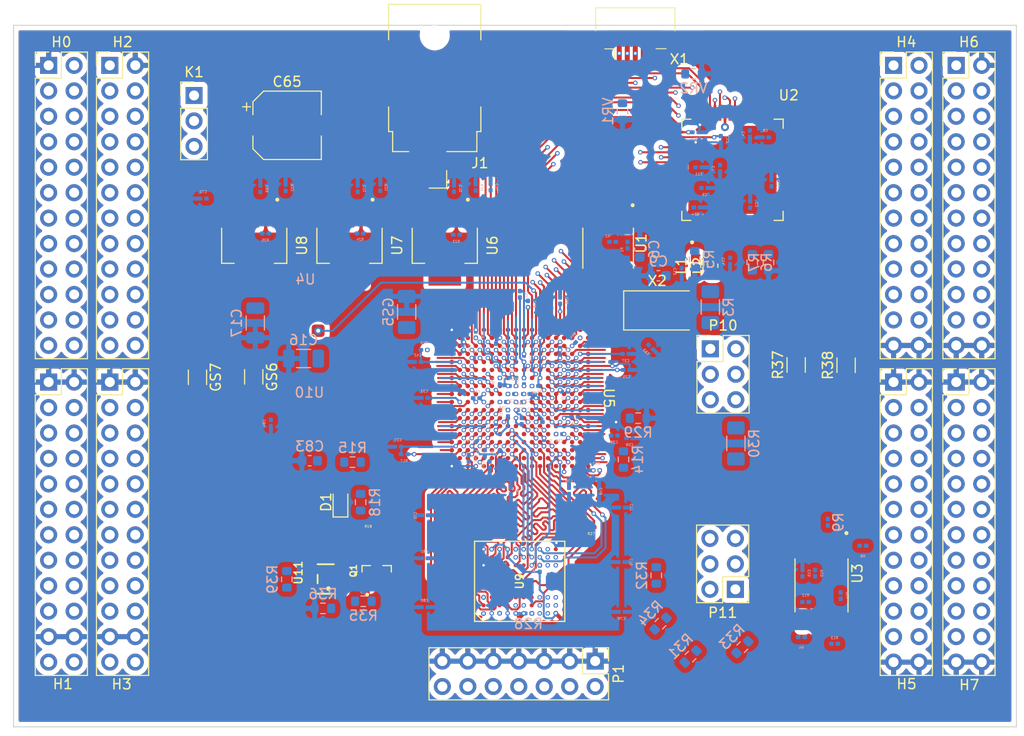
<source format=kicad_pcb>
(kicad_pcb (version 20211014) (generator pcbnew)
  (layers (0 "F.Cu" signal) (1 "In1.Cu" signal) (2 "In2.Cu" signal) (31 "B.Cu" signal) (34 "B.Paste" user) (35 "F.Paste" user) (36 "B.SilkS" user "B.Silkscreen") (37 "F.SilkS" user "F.Silkscreen") (38 "B.Mask" user) (39 "F.Mask" user) (44 "Edge.Cuts" user))
  (net 0 "")
  (net 1 "/FTDI2232H/VCC1V8")
  (net 2 "GND")
  (net 3 "VCC3V3")
  (net 4 "/FTDI2232H/VPHY")
  (net 5 "/FTDI2232H/VPLL")
  (net 6 "/SPARTAN6/GCLK2")
  (net 7 "VCC1V2")
  (net 8 "DDR1V8")
  (net 9 "/POWER/1")
  (net 10 "/SPARTAN6/GCLK1")
  (net 11 "Net-(D1-Pad1)")
  (net 12 "/SPARTAN6/SUSPEND")
  (net 13 "/SPARTAN6/M0")
  (net 14 "/SPARTAN6/M1")
  (net 15 "/GPIOS/GPIO-N2")
  (net 16 "/GPIOS/GPIO-P2")
  (net 17 "/GPIOS/GPIO-N4")
  (net 18 "/GPIOS/GPIO-P4")
  (net 19 "/GPIOS/GPIO-N6")
  (net 20 "/GPIOS/GPIO-P6")
  (net 21 "/GPIOS/GPIO-N8")
  (net 22 "/GPIOS/GPIO-P8")
  (net 23 "/GPIOS/GPIO-N10")
  (net 24 "/GPIOS/GPIO-P10")
  (net 25 "/GPIOS/GPIO-N12")
  (net 26 "/GPIOS/GPIO-P12")
  (net 27 "/GPIOS/GPIO-N30")
  (net 28 "/GPIOS/GPIO-P30")
  (net 29 "/GPIOS/GPIO-N32")
  (net 30 "/GPIOS/GPIO-P32")
  (net 31 "/GPIOS/GPIO-N34")
  (net 32 "/GPIOS/GPIO-P34")
  (net 33 "/GPIOS/GPIO-N36")
  (net 34 "/GPIOS/GPIO-P36")
  (net 35 "/GPIOS/GPIO-N38")
  (net 36 "/GPIOS/GPIO-P38")
  (net 37 "/GPIOS/GPIO-N39")
  (net 38 "/GPIOS/GPIO-P39")
  (net 39 "/GPIOS/GPIO-N42")
  (net 40 "/GPIOS/GPIO-P42")
  (net 41 "/GPIOS/GPIO-N44")
  (net 42 "/GPIOS/GPIO-P44")
  (net 43 "/GPIOS/GPIO-N46")
  (net 44 "/GPIOS/GPIO-P46")
  (net 45 "/GPIOS/GPIO-N48")
  (net 46 "/GPIOS/GPIO-P48")
  (net 47 "/GPIOS/GPIO-N50")
  (net 48 "/GPIOS/GPIO-P50")
  (net 49 "/GPIOS/GPIO-N52")
  (net 50 "/GPIOS/GPIO-P52")
  (net 51 "/GPIOS/GPIO-N54")
  (net 52 "/GPIOS/GPIO-P54")
  (net 53 "/GPIOS/GPIO-N56")
  (net 54 "/GPIOS/GPIO-P56")
  (net 55 "VCCIN")
  (net 56 "/GPIOS/GPIO-N1")
  (net 57 "/GPIOS/GPIO-P1")
  (net 58 "/GPIOS/GPIO-N3")
  (net 59 "/GPIOS/GPIO-P3")
  (net 60 "/GPIOS/GPIO-N7")
  (net 61 "/GPIOS/GPIO-P7")
  (net 62 "/GPIOS/GPIO-N9")
  (net 63 "/GPIOS/GPIO-P9")
  (net 64 "/GPIOS/GPIO-N11")
  (net 65 "/GPIOS/GPIO-P11")
  (net 66 "/GPIOS/GPIO-N29")
  (net 67 "/GPIOS/GPIO-P29")
  (net 68 "/GPIOS/GPIO-N31")
  (net 69 "/GPIOS/GPIO-P31")
  (net 70 "/GPIOS/GPIO-N33")
  (net 71 "/GPIOS/GPIO-P33")
  (net 72 "/GPIOS/GPIO-N35")
  (net 73 "/GPIOS/GPIO-P35")
  (net 74 "/GPIOS/GPIO-N37")
  (net 75 "/GPIOS/GPIO-P37")
  (net 76 "/GPIOS/GPIO-N40")
  (net 77 "/GPIOS/GPIO-P40")
  (net 78 "/GPIOS/GPIO-N41")
  (net 79 "/GPIOS/GPIO-P41")
  (net 80 "/GPIOS/GPIO-N43")
  (net 81 "/GPIOS/GPIO-P43")
  (net 82 "/GPIOS/GPIO-N45")
  (net 83 "/GPIOS/GPIO-P45")
  (net 84 "/GPIOS/GPIO-N47")
  (net 85 "/GPIOS/GPIO-P47")
  (net 86 "/GPIOS/GPIO-N49")
  (net 87 "/GPIOS/GPIO-P49")
  (net 88 "/GPIOS/GPIO-N51")
  (net 89 "/GPIOS/GPIO-P51")
  (net 90 "/GPIOS/GPIO-N53")
  (net 91 "/GPIOS/GPIO-P53")
  (net 92 "/GPIOS/GPIO-N55")
  (net 93 "/GPIOS/GPIO-P55")
  (net 94 "/GPIOS/GPIO-N57")
  (net 95 "/GPIOS/GPIO-P57")
  (net 96 "/FTDI-AC0")
  (net 97 "/FTDI-AC1")
  (net 98 "/FTDI-AC2")
  (net 99 "/FTDI-AC3")
  (net 100 "/FTDI-AC4")
  (net 101 "/FTDI-AC5")
  (net 102 "/FTDI-AC6")
  (net 103 "/FTDI-AC7")
  (net 104 "/GPIOS/GPIO-P26")
  (net 105 "/GPIOS/GPIO-N26")
  (net 106 "/GPIOS/GPIO-P21")
  (net 107 "/GPIOS/GPIO-N21")
  (net 108 "/GPIOS/GPIO-P27")
  (net 109 "/GPIOS/GPIO-N27")
  (net 110 "/GPIOS/GPIO-P58")
  (net 111 "/GPIOS/GPIO-N58")
  (net 112 "/GPIOS/GPIO-P60")
  (net 113 "/GPIOS/GPIO-N60")
  (net 114 "/GPIOS/GPIO-P62")
  (net 115 "/GPIOS/GPIO-N62")
  (net 116 "/GPIOS/GPIO-P64")
  (net 117 "/GPIOS/GPIO-N64")
  (net 118 "/GPIOS/GPIO-P66")
  (net 119 "/GPIOS/GPIO-N66")
  (net 120 "/GPIOS/GPIO-P68")
  (net 121 "/GPIOS/GPIO-N68")
  (net 122 "/GPIOS/GPIO-P70")
  (net 123 "/GPIOS/GPIO-N70")
  (net 124 "/GPIOS/GPIO-P72")
  (net 125 "/GPIOS/GPIO-N72")
  (net 126 "/GPIOS/GPIO-P75")
  (net 127 "/GPIOS/GPIO-N75")
  (net 128 "/GPIOS/GPIO-P76")
  (net 129 "/GPIOS/GPIO-N76")
  (net 130 "/GPIOS/GPIO-P78")
  (net 131 "/GPIOS/GPIO-N78")
  (net 132 "/GPIOS/GPIO-P79")
  (net 133 "/GPIOS/GPIO-N79")
  (net 134 "/GPIOS/GPIO-P82")
  (net 135 "/GPIOS/GPIO-N82")
  (net 136 "/SPARTAN6/INIT_B")
  (net 137 "/GPIOS/GPIO-P13")
  (net 138 "/GPIOS/GPIO-N13")
  (net 139 "/GPIOS/GPIO-P20")
  (net 140 "/GPIOS/GPIO-N20")
  (net 141 "/GPIOS/GPIO-P22")
  (net 142 "/GPIOS/GPIO-N22")
  (net 143 "/GPIOS/GPIO-P24")
  (net 144 "/GPIOS/GPIO-N24")
  (net 145 "/GPIOS/GPIO-P23")
  (net 146 "/GPIOS/GPIO-N23")
  (net 147 "/GPIOS/GPIO-P25")
  (net 148 "/GPIOS/GPIO-N25")
  (net 149 "/GPIOS/GPIO-P28")
  (net 150 "/GPIOS/GPIO-N28")
  (net 151 "/GPIOS/GPIO-P59")
  (net 152 "/GPIOS/GPIO-N59")
  (net 153 "/GPIOS/GPIO-P61")
  (net 154 "/GPIOS/GPIO-N61")
  (net 155 "/GPIOS/GPIO-P63")
  (net 156 "/GPIOS/GPIO-N63")
  (net 157 "/GPIOS/GPIO-P65")
  (net 158 "/GPIOS/GPIO-N65")
  (net 159 "/GPIOS/GPIO-P67")
  (net 160 "/GPIOS/GPIO-N67")
  (net 161 "/GPIOS/GPIO-P69")
  (net 162 "/GPIOS/GPIO-N69")
  (net 163 "/GPIOS/GPIO-P71")
  (net 164 "/GPIOS/GPIO-N71")
  (net 165 "/GPIOS/GPIO-P73")
  (net 166 "/GPIOS/GPIO-N73")
  (net 167 "/GPIOS/GPIO-P74")
  (net 168 "/GPIOS/GPIO-N74")
  (net 169 "/GPIOS/GPIO-P77")
  (net 170 "/GPIOS/GPIO-N77")
  (net 171 "/GPIOS/GPIO-P80")
  (net 172 "/GPIOS/GPIO-N80")
  (net 173 "/GPIOS/GPIO-P81")
  (net 174 "/GPIOS/GPIO-N81")
  (net 175 "/SPARTAN6/PROG")
  (net 176 "/FTDI2232H/TMS")
  (net 177 "/FTDI2232H/TCK")
  (net 178 "/FTDI2232H/TDO")
  (net 179 "/FTDI2232H/TDI")
  (net 182 "/FTDI2232H/U1-SDI")
  (net 183 "/FTDI2232H/U1-SDO")
  (net 184 "/FTDI2232H/U1-SCK")
  (net 185 "/FTDI2232H/U1-CS")
  (net 186 "Net-(Q1-Pad2)")
  (net 187 "/FTDI2232H/EEDATA")
  (net 188 "/FTDI2232H/~{RESET}")
  (net 189 "/SPARTAN6/HSWAP")
  (net 190 "/SPARTAN6/DONE")
  (net 191 "/RAM/DDR-CK_P")
  (net 192 "/RAM/DDR-CK_N")
  (net 193 "/RAM/DDR-CKE")
  (net 194 "/RAM/RZQ")
  (net 195 "/FTDI2232H/DM")
  (net 196 "/FTDI2232H/DP")
  (net 201 "/FTDI2232H/U1-D0")
  (net 202 "/FTDI2232H/U1-D1")
  (net 203 "/FTDI2232H/U1-D2")
  (net 204 "/FTDI2232H/U1-D3")
  (net 205 "/FTDI2232H/U1-D4")
  (net 206 "/FTDI2232H/U1-D5")
  (net 207 "/FTDI2232H/U1-D6")
  (net 208 "/FTDI2232H/U1-D7")
  (net 209 "/FTDI2232H/U1-RXF#")
  (net 210 "/FTDI2232H/U1-TXE#")
  (net 211 "/FTDI2232H/U1-RD#")
  (net 212 "/FTDI2232H/U1-WR#")
  (net 213 "/FTDI2232H/U1-SIWUB")
  (net 218 "/RAM/DDR-A9")
  (net 219 "/RAM/DDR-A8")
  (net 220 "/RAM/DDR-A11")
  (net 222 "/RAM/DDR-WE")
  (net 224 "/RAM/DDR-BA1")
  (net 225 "/RAM/DDR-BA0")
  (net 226 "/RAM/DDR-A4")
  (net 227 "/RAM/DDR-A10")
  (net 230 "/RAM/DDR-A12")
  (net 231 "/RAM/DDR-D5")
  (net 232 "/RAM/DDR-D4")
  (net 233 "/RAM/DDR-A6")
  (net 234 "/RAM/DDR-A5")
  (net 235 "/RAM/DDR-A2")
  (net 236 "/RAM/DDR-A7")
  (net 237 "/RAM/DDR-D7")
  (net 238 "/RAM/DDR-D6")
  (net 239 "/RAM/DDR-A1")
  (net 240 "/RAM/DDR-A0")
  (net 241 "/RAM/DDR-D3")
  (net 242 "/RAM/DDR-D2")
  (net 243 "/RAM/DDR-LDM")
  (net 244 "/RAM/DDR-UDM")
  (net 245 "/RAM/DDR-CAS")
  (net 247 "/RAM/DDR-D1")
  (net 248 "/RAM/DDR-D0")
  (net 250 "/RAM/DDR-LDQS")
  (net 251 "/RAM/DDR-RAS")
  (net 253 "/RAM/DDR-A3")
  (net 254 "/RAM/DDR-D9")
  (net 255 "/RAM/DDR-D8")
  (net 257 "/RAM/DDR-D11")
  (net 259 "/RAM/DDR-UDQS")
  (net 261 "/SPARTAN6/ZIQ")
  (net 264 "/RAM/DDR-D13")
  (net 265 "/RAM/DDR-D12")
  (net 266 "/RAM/DDR-D15")
  (net 267 "/RAM/DDR-D14")
  (net 269 "/RAM/DDR-D10")
  (net 272 "VBUS")
  (net 278 "/FTDI2232H/OSCI")
  (net 279 "/FTDI2232H/OSCO")
  (net 280 "/FTDI2232H/REF")
  (net 281 "/FTDI2232H/74LV-A")
  (net 282 "/FTDI2232H/EECS")
  (net 283 "/FTDI2232H/EECLK")
  (net 284 "/FTDI2232H/DO")
  (net 285 "/FTDI2232H/C")
  (net 286 "/FTDI2232H/~{S}")
  (net 287 "/FTDI2232H/Q")
  (net 288 "/FTDI2232H/~{W}")
  (net 289 "/FTDI2232H/D")
  (net 290 "/FTDI2232H/~{HOLD}")
  (net 291 "/POWER/ADJ")
  (net 292 "/RAM/CS#")
  (footprint "saturn:R_1206_3216Metric_Pad1.30x1.75mm_HandSolder" (layer "F.Cu") (at 206.02 63.92 90)
    (fp_text reference "R38")
    (fp_text value "DNP")
  )
  (footprint "saturn:PinHeader_2x12_P2.54mm_Vertical" (layer "F.Cu") (at 217 34)
    (fp_text reference "H6")
    (fp_text value "header-2x12-2.54")
  )
  (footprint "saturn:USB_Mini-B_AdamTech_MUSB-B5-S-VT-TSMT-1_SMD_Vertical" (layer "F.Cu") (at 185 31.2 90)
    (fp_text reference "X1")
    (fp_text value "USBMINI")
  )
  (footprint "saturn:PinHeader_2x03_P2.54mm_Vertical" (layer "F.Cu") (at 192.48 62.28)
    (fp_text reference "P10")
    (fp_text value "PLUG-6-PIN")
  )
  (footprint "saturn:R_0201_0603Metric" (layer "F.Cu") (at 158.365 80.67)
    (fp_text reference "R19")
    (fp_text value "4.7K")
  )
  (footprint "saturn:R_1206_3216Metric_Pad1.30x1.75mm_HandSolder" (layer "F.Cu") (at 201.04 63.89 90)
    (fp_text reference "R37")
    (fp_text value "DNP")
  )
  (footprint "saturn:PinHeader_2x12_P2.54mm_Vertical" (layer "F.Cu") (at 126.5 34)
    (fp_text reference "H0")
    (fp_text value "header-2x12-2.54")
  )
  (footprint "saturn:PinHeader_2x12_P2.54mm_Vertical" (layer "F.Cu") (at 210.75 34)
    (fp_text reference "H4")
    (fp_text value "header-2x12-2.54")
  )
  (footprint "saturn:FXO-HC536R" (layer "F.Cu") (at 152.105 59.35)
    (fp_text reference "U4")
    (fp_text value "FXO-HC536R")
  )
  (footprint "saturn:R_1206_3216Metric_Pad1.30x1.75mm_HandSolder" (layer "F.Cu") (at 141.34 65.12 -90)
    (fp_text reference "GS7")
    (fp_text value "PAD")
  )
  (footprint "saturn:QFP50P1200X1200X160-64N" (layer "F.Cu") (at 194.69 44.4175 90)
    (fp_text reference "U2")
    (fp_text value "FT2232H")
  )
  (footprint "saturn:CP_Elec_6.3x7.7" (layer "F.Cu") (at 150.28 39.98)
    (fp_text reference "C65")
    (fp_text value "47uF")
  )
  (footprint "saturn:PinHeader_2x07_P2.54mm_Vertical" (layer "F.Cu") (at 181 93.44 -90)
    (fp_text reference "P1")
    (fp_text value "JTAG-14PIN")
  )
  (footprint "saturn:SOT230P700X180-4N" (layer "F.Cu") (at 156.5 52 -90)
    (fp_text reference "U7")
    (fp_text value "LM1117-ADJ")
  )
  (footprint "saturn:LED_0603_1608Metric" (layer "F.Cu") (at 155.6 77.5775 90)
    (fp_text reference "D1")
    (fp_text value "LED")
  )
  (footprint "saturn:FXO-HC536R" (layer "F.Cu") (at 152.55 69.7775)
    (fp_text reference "U10")
    (fp_text value "FXO-HC536R")
  )
  (footprint "saturn:SOT230P700X180-4N" (layer "F.Cu") (at 147 52 -90)
    (fp_text reference "U8")
    (fp_text value "LM1117-ADJ")
  )
  (footprint "saturn:PinHeader_2x12_P2.54mm_Vertical" (layer "F.Cu") (at 126.5 65.6)
    (fp_text reference "H1")
    (fp_text value "header-2x12-2.54")
  )
  (footprint "saturn:PinHeader_2x03_P2.54mm_Vertical" (layer "F.Cu") (at 194.98 86.28 180)
    (fp_text reference "P11")
    (fp_text value "PLUG-6-PIN")
  )
  (footprint "saturn:VFBGA60" (layer "F.Cu") (at 173.47 85.48 90)
    (fp_text reference "U9")
    (fp_text value "MT46H32M16LF")
  )
  (footprint "saturn:PinHeader_1x03_P2.54mm_Vertical" (layer "F.Cu") (at 141 37)
    (fp_text reference "K1")
    (fp_text value "VBUS_VCCIN")
  )
  (footprint "saturn:L_0603_1608Metric" (layer "F.Cu") (at 191.02 53.9975 90)
    (fp_text reference "L1")
    (fp_text value "INDUCTOR")
  )
  (footprint "saturn:PinHeader_2x12_P2.54mm_Vertical" (layer "F.Cu") (at 210.75 65.6)
    (fp_text reference "H5")
    (fp_text value "header-2x12-2.54")
  )
  (footprint "saturn:L_0603_1608Metric" (layer "F.Cu") (at 192.72 53.99 90)
    (fp_text reference "L2")
    (fp_text value "INDUCTOR")
  )
  (footprint "saturn:CSG324" (layer "F.Cu") (at 173.5 67.19 -90)
    (fp_text reference "U5")
    (fp_text value "SPARTAN6-CSG324")
  )
  (footprint "saturn:PinHeader_2x12_P2.54mm_Vertical" (layer "F.Cu") (at 217 65.6)
    (fp_text reference "H7")
    (fp_text value "header-2x12-2.54")
  )
  (footprint "saturn:SOT230P700X180-4N" (layer "F.Cu") (at 166 52 -90)
    (fp_text reference "U6")
    (fp_text value "LM1117-ADJ")
  )
  (footprint "saturn:SOT23-5" (layer "F.Cu") (at 154.13 85.25 90)
    (fp_text reference "U11")
    (fp_text value "74LVC1GU04")
  )
  (footprint "saturn:R_1206_3216Metric_Pad1.30x1.75mm_HandSolder" (layer "F.Cu") (at 146.95 65.08 -90)
    (fp_text reference "GS6")
    (fp_text value "PAD")
  )
  (footprint "saturn:SOIC127P600X175-8N" (layer "F.Cu") (at 182.29 52.235 -90)
    (fp_text reference "U1")
    (fp_text value "93LC46")
  )
  (footprint "saturn:Crystal_SMD_0603-2Pin_6.0x3.5mm" (layer "F.Cu") (at 187.19 58.45)
    (fp_text reference "X2")
    (fp_text value "12MHz")
  )
  (footprint "saturn:PinHeader_2x12_P2.54mm_Vertical" (layer "F.Cu") (at 132.6 65.6)
    (fp_text reference "H3")
    (fp_text value "header-2x12-2.54")
  )
  (footprint "saturn:PinHeader_2x12_P2.54mm_Vertical" (layer "F.Cu") (at 132.6 34)
    (fp_text reference "H2")
    (fp_text value "header-2x12-2.54")
  )
  (footprint "saturn:R_0201_0603Metric" (layer "F.Cu") (at 180.58 80.08 180)
    (fp_text reference "R27")
    (fp_text value "100R")
  )
  (footprint "saturn:BarrelJack_CUI_PJ-036AH-SMT_Horizontal" (layer "F.Cu") (at 165 38 180)
    (fp_text reference "J1")
    (fp_text value "DC_barrel")
  )
  (footprint "saturn:SOP127P790X216-8N" (layer "F.Cu") (at 203.565 85.885 -90)
    (fp_text reference "U3")
    (fp_text value "N25Q128")
  )
  (footprint "saturn:SOT95P237X125-3N" (layer "F.Cu") (at 159.21 84.56 90)
    (fp_text reference "Q1")
    (fp_text value "NPN")
  )
  (footprint "saturn:C_0201_0603Metric" (layer "B.Cu") (at 175.02 65.99)
    (fp_text reference "C26")
    (fp_text value "0.01uF")
  )
  (footprint "saturn:C_0201_0603Metric" (layer "B.Cu") (at 198.58 45.7475 90)
    (fp_text reference "C10")
    (fp_text value "0.1uF")
  )
  (footprint "saturn:C_0201_0603Metric" (layer "B.Cu") (at 166.92 46.29 90)
    (fp_text reference "C70")
    (fp_text value "10uF")
  )
  (footprint "saturn:C_0201_0603Metric" (layer "B.Cu") (at 171.81 67.59)
    (fp_text reference "C50")
    (fp_text value "0.01uF")
  )
  (footprint "saturn:R_0603_1608Metric" (layer "B.Cu") (at 190.51 92.99 -135)
    (fp_text reference "R31")
    (fp_text value "0R")
  )
  (footprint "saturn:C_0201_0603Metric" (layer "B.Cu") (at 170 72.7 -90)
    (fp_text reference "C47")
    (fp_text value "0.01uF")
  )
  (footprint "saturn:R_0201_0603Metric" (layer "B.Cu") (at 207.7 81.93)
    (fp_text reference "R8")
    (fp_text value "0R")
  )
  (footprint "saturn:C_0201_0603Metric" (layer "B.Cu") (at 167.78 62.19 90)
    (fp_text reference "C55")
    (fp_text value "0.01uF")
  )
  (footprint "saturn:R_0603_1608Metric" (layer "B.Cu") (at 198.28 53.65 -90)
    (fp_text reference "R7")
    (fp_text value "10K")
  )
  (footprint "saturn:C_0201_0603Metric" (layer "B.Cu") (at 173.9 63.27 90)
    (fp_text reference "C41")
    (fp_text value "0.01uF")
  )
  (footprint "saturn:R_0603_1608Metric" (layer "B.Cu") (at 187.51 89.7 -135)
    (fp_text reference "R34")
    (fp_text value "0R")
  )
  (footprint "saturn:C_0201_0603Metric" (layer "B.Cu") (at 178.39 76.46 90)
    (fp_text reference "C78")
    (fp_text value "0.1uF")
  )
  (footprint "saturn:C_0603_1608Metric" (layer "B.Cu") (at 185.45 52.36 90)
    (fp_text reference "C6")
    (fp_text value "22pF")
  )
  (footprint "saturn:C_0201_0603Metric" (layer "B.Cu") (at 177.42 70.79)
    (fp_text reference "C58")
    (fp_text value "0.01uF")
  )
  (footprint "saturn:R_0201_0603Metric" (layer "B.Cu") (at 204.875 91.705 180)
    (fp_text reference "R13")
    (fp_text value "10K")
  )
  (footprint "saturn:C_1206_3216Metric" (layer "B.Cu") (at 151.915 63.25 180)
    (fp_text reference "C16")
    (fp_text value "DNP")
  )
  (footprint "saturn:C_0201_0603Metric" (layer "B.Cu") (at 173.58 68.39 180)
    (fp_text reference "C36")
    (fp_text value "0.01uF")
  )
  (footprint "saturn:C_0201_0603Metric" (layer "B.Cu") (at 170.57 46.14 90)
    (fp_text reference "C74")
    (fp_text value "0.1uF")
  )
  (footprint "saturn:C_0201_0603Metric" (layer "B.Cu") (at 168.38 73.21 90)
    (fp_text reference "C43")
    (fp_text value "0.01uF")
  )
  (footprint "saturn:C_0201_0603Metric" (layer "B.Cu") (at 163.99 88.06 180)
    (fp_text reference "C80")
    (fp_text value "0.1uF")
  )
  (footprint "saturn:R_0201_0603Metric" (layer "B.Cu") (at 174.34 88.68)
    (fp_text reference "R28")
    (fp_text value "4.7K")
  )
  (footprint "saturn:C_0201_0603Metric" (layer "B.Cu") (at 178.96 69.07)
    (fp_text reference "C35")
    (fp_text value "0.01uF")
  )
  (footprint "saturn:C_0201_0603Metric" (layer "B.Cu") (at 183.62 83.56)
    (fp_text reference "C76")
    (fp_text value "0.1uF")
  )
  (footprint "saturn:C_0201_0603Metric" (layer "B.Cu") (at 172.3 68.71 -90)
    (fp_text reference "C32")
    (fp_text value "0.01uF")
  )
  (footprint "saturn:C_0201_0603Metric" (layer "B.Cu") (at 175.42 69.59)
    (fp_text reference "C73")
    (fp_text value "0.1uF")
  )
  (footprint "saturn:C_0201_0603Metric" (layer "B.Cu") (at 148.66 69.6875 -90)
    (fp_text reference "C84")
    (fp_text value "0.01uF")
  )
  (footprint "saturn:C_0201_0603Metric" (layer "B.Cu") (at 175.89 71.67 90)
    (fp_text reference "C53")
    (fp_text value "0.01uF")
  )
  (footprint "saturn:C_0201_0603Metric" (layer "B.Cu") (at 191.32 44.1675)
    (fp_text reference "C11")
    (fp_text value "0.1uF")
  )
  (footprint "saturn:R_0201_0603Metric" (layer "B.Cu") (at 201.975 87.545 180)
    (fp_text reference "R12")
    (fp_text value "0R")
  )
  (footprint "saturn:C_0201_0603Metric" (layer "B.Cu") (at 196.43 40.8175 -90)
    (fp_text reference "C4")
    (fp_text value "0.1uF")
  )
  (footprint "saturn:C_0201_0603Metric" (layer "B.Cu") (at 170.48 73.85 -90)
    (fp_text reference "C51")
    (fp_text value "0.01uF")
  )
  (footprint "saturn:C_0201_0603Metric" (layer "B.Cu") (at 182.9 70.93)
    (fp_text reference "C39")
    (fp_text value "0.01uF")
  )
  (footprint "saturn:C_0201_0603Metric" (layer "B.Cu") (at 161.34 72.05 180)
    (fp_text reference "C27")
    (fp_text value "0.01uF")
  )
  (footprint "saturn:C_0201_0603Metric" (layer "B.Cu") (at 201.665 84.665 90)
    (fp_text reference "C15")
    (fp_text value "0.1uF")
  )
  (footprint "saturn:C_0201_0603Metric" (layer "B.Cu") (at 172.78 65.99 180)
    (fp_text reference "C24")
    (fp_text value "0.01uF")
  )
  (footprint "saturn:C_0201_0603Metric" (layer "B.Cu") (at 171.33 72.22 -45)
    (fp_text reference "C45")
    (fp_text value "0.01uF")
  )
  (footprint "saturn:C_0201_0603Metric" (layer "B.Cu") (at 171.1 70.07 -90)
    (fp_text reference "C20")
    (fp_text value "0.01uF")
  )
  (footprint "saturn:C_0201_0603Metric" (layer "B.Cu") (at 186.55 62.11 -45)
    (fp_text reference "C63")
    (fp_text value "0.01uF")
  )
  (footprint "saturn:C_0201_0603Metric" (layer "B.Cu") (at 168.93 71.76 -135)
    (fp_text reference "C46")
    (fp_text value "0.01uF")
  )
  (footprint "saturn:R_0201_0603Metric" (layer "B.Cu") (at 167.16 50.89)
    (fp_text reference "R23")
    (fp_text value "220R")
  )
  (footprint "saturn:C_0201_0603Metric" (layer "B.Cu") (at 157.32 46.3 90)
    (fp_text reference "C71")
    (fp_text value "10uF")
  )
  (footprint "saturn:R_0603_1608Metric" (layer "B.Cu") (at 157.88 87.47)
    (fp_text reference "R35")
    (fp_text value "10K")
  )
  (footprint "saturn:C_0201_0603Metric" (layer "B.Cu") (at 196.45 47.8875 90)
    (fp_text reference "C2")
    (fp_text value "0.1uF")
  )
  (footprint "saturn:C_0201_0603Metric" (layer "B.Cu") (at 177.98 66.55)
    (fp_text reference "C40")
    (fp_text value "0.01uF")
  )
  (footprint "saturn:C_0201_0603Metric" (layer "B.Cu") (at 175.1 68.47 -90)
    (fp_text reference "C22")
    (fp_text value "0.01uF")
  )
  (footprint "saturn:R_0201_0603Metric" (layer "B.Cu") (at 150.13 46.21 90)
    (fp_text reference "R22")
    (fp_text value "100R")
  )
  (footprint "saturn:C_0201_0603Metric" (layer "B.Cu") (at 194.45 53.52 -90)
    (fp_text reference "C14")
    (fp_text value "0.1uF")
  )
  (footprint "saturn:R_0201_0603Metric" (layer "B.Cu") (at 184.22 51.93 90)
    (fp_text reference "R1")
    (fp_text value "10K")
  )
  (footprint "saturn:R_0201_0603Metric" (layer "B.Cu") (at 175.47 84.22 -90)
    (fp_text reference "R26")
    (fp_text value "100R")
  )
  (footprint "saturn:C_0201_0603Metric" (layer "B.Cu") (at 163.97 67.18 180)
    (fp_text reference "C33")
    (fp_text value "0.01uF")
  )
  (footprint "saturn:R_0603_1608Metric" (layer "B.Cu") (at 156.8 73.5875 180)
    (fp_text reference "R15")
    (fp_text value "10K")
  )
  (footprint "saturn:C_0201_0603Metric" (layer "B.Cu") (at 191.91 46.2275)
    (fp_text reference "C5")
    (fp_text value "0.1uF")
  )
  (footprint "saturn:C_0201_0603Metric" (layer "B.Cu") (at 177.49 62.53 90)
    (fp_text reference "C64")
    (fp_text value "0.01uF")
  )
  (footprint "saturn:C_0201_0603Metric" (layer "B.Cu") (at 191.15 48.1675)
    (fp_text reference "C3")
    (fp_text value "0.1uF")
  )
  (footprint "saturn:R_1206_3216Metric_Pad1.30x1.75mm_HandSolder" (layer "B.Cu") (at 195.03 71.72 90)
    (fp_text reference "R30")
    (fp_text value "DNP")
  )
  (footprint "saturn:C_0201_0603Metric" (layer "B.Cu") (at 173.49 56.84 90)
    (fp_text reference "C54")
    (fp_text value "0.01uF")
  )
  (footprint "saturn:C_0201_0603Metric" (layer "B.Cu") (at 172.62 66.79)
    (fp_text reference "C34")
    (fp_text value "0.01uF")
  )
  (footprint "saturn:C_0201_0603Metric" (layer "B.Cu") (at 184.045 62.79)
    (fp_text reference "C37")
    (fp_text value "0.01uF")
  )
  (footprint "saturn:C_0201_0603Metric" (layer "B.Cu") (at 147.61 46.31 90)
    (fp_text reference "C69")
    (fp_text value "10uF")
  )
  (footprint "saturn:C_0201_0603Metric" (layer "B.Cu") (at 189.63 54.55 -90)
    (fp_text reference "C13")
    (fp_text value "0.1uF")
  )
  (footprint "saturn:C_0201_0603Metric" (layer "B.Cu") (at 183.67 78.12)
    (fp_text reference "C77")
    (fp_text value "0.1uF")
  )
  (footprint "saturn:R_0603_1608Metric" (layer "B.Cu") (at 196.66 53.65 90)
    (fp_text reference "R6")
    (fp_text value "4K7")
  )
  (footprint "saturn:C_0201_0603Metric" (layer "B.Cu") (at 163.99 83.18 180)
    (fp_text reference "C81")
    (fp_text value "0.1uF")
  )
  (footprint "saturn:C_0201_0603Metric" (layer "B.Cu") (at 174.3 57.82 90)
    (fp_text reference "C48")
    (fp_text value "0.01uF")
  )
  (footprint "saturn:C_0201_0603Metric" (layer "B.Cu") (at 177.5 57.47 90)
    (fp_text reference "C56")
    (fp_text value "0.01uF")
  )
  (footprint "saturn:C_1206_3216Metric" (layer "B.Cu") (at 147.105 59.7 -90)
    (fp_text reference "C17")
    (fp_text value "DNP")
  )
  (footprint "saturn:R_1206_3216Metric_Pad1.30x1.75mm_HandSolder" (layer "B.Cu") (at 192.48 58.12 90)
    (fp_text reference "R3")
    (fp_text value "DNP")
  )
  (footprint "saturn:C_0201_0603Metric" (layer "B.Cu") (at 181.38 76.5 90)
    (fp_text reference "C49")
    (fp_text value "0.01uF")
  )
  (footprint "saturn:R_1206_3216Metric_Pad1.30x1.75mm_HandSolder" (layer "B.Cu") (at 162.2 58.6 -90)
    (fp_text reference "GS5")
    (fp_text value "PAD")
  )
  (footprint "saturn:C_0201_0603Metric" (layer "B.Cu") (at 173.42 67.59)
    (fp_text reference "C18")
    (fp_text value "0.01uF")
  )
  (footprint "saturn:C_0201_0603Metric" (layer "B.Cu") (at 191.01 40.67)
    (fp_text reference "C1")
    (fp_text value "0.1uF")
  )
  (footprint "saturn:C_0201_0603Metric" (layer "B.Cu") (at 163.31 63.59 180)
    (fp_text reference "C42")
    (fp_text value "0.01uF")
  )
  (footprint "saturn:R_0201_0603Metric" (layer "B.Cu") (at 202.925 84.665 90)
    (fp_text reference "R10")
    (fp_text value "10K")
  )
  (footprint "saturn:C_0201_0603Metric" (layer "B.Cu") (at 171.11 62.08 90)
    (fp_text reference "C57")
    (fp_text value "0.01uF")
  )
  (footprint "saturn:C_0603_1608Metric" (layer "B.Cu") (at 152.53 73.4475 180)
    (fp_text reference "C83")
    (fp_text value "15pF")
  )
  (footprint "saturn:C_0201_0603Metric" (layer "B.Cu") (at 183.64 88.53)
    (fp_text reference "C79")
    (fp_text value "0.1uF")
  )
  (footprint "saturn:C_0201_0603Metric" (layer "B.Cu") (at 169.15 67.2 180)
    (fp_text reference "C60")
    (fp_text value "0.01uF")
  )
  (footprint "saturn:C_0201_0603Metric" (layer "B.Cu") (at 172.78 65.17 180)
    (fp_text reference "C28")
    (fp_text value "0.01uF")
  )
  (footprint "saturn:R_0603_1608Metric" (layer "B.Cu") (at 150.25 85.28 -90)
    (fp_text reference "R39")
    (fp_text value "2.2K")
  )
  (footprint "saturn:R_0603_1608Metric" (layer "B.Cu") (at 185.28 69.2)
    (fp_text reference "R29")
    (fp_text value "100R")
  )
  (footprint "saturn:C_0201_0603Metric" (layer "B.Cu") (at 172.59 76.47 90)
    (fp_text reference "C82")
    (fp_text value "0.1uF")
  )
  (footprint "saturn:C_0201_0603Metric" (layer "B.Cu") (at 141.92 47.29 180)
    (fp_text reference "C72")
    (fp_text value "0.1uF")
  )
  (footprint "saturn:C_0201_0603Metric" (layer "B.Cu") (at 184.12 64.39)
    (fp_text reference "C25")
    (fp_text value "0.01uF")
  )
  (footprint "saturn:C_0201_0603Metric" (layer "B.Cu") (at 179.27 61.42 -135)
    (fp_text reference "C44")
    (fp_text value "0.01uF")
  )
  (footprint "saturn:R_0201_0603Metric" (layer "B.Cu") (at 159.57 46.19 90)
    (fp_text reference "R21")
    (fp_text value "0R")
  )
  (footprint "saturn:C_0201_0603Metric" (layer "B.Cu") (at 171.49 65.51 -90)
    (fp_text reference "C38")
    (fp_text value "0.01uF")
  )
  (footprint "saturn:R_0201_0603Metric" (layer "B.Cu") (at 169.07 46.17 90)
    (fp_text reference "R20")
    (fp_text value "330R")
  )
  (footprint "saturn:R_0603_1608Metric" (layer "B.Cu") (at 187.09 84.89 -90)
    (fp_text reference "R32")
    (fp_text value "0R")
  )
  (footprint "saturn:C_0201_0603Metric" (layer "B.Cu") (at 173.9 65.52 -90)
    (fp_text reference "C23")
    (fp_text value "0.01uF")
  )
  (footprint "saturn:C_0201_0603Metric" (layer "B.Cu") (at 193.53 41.38 90)
    (fp_text reference "C12")
    (fp_text value "0.1uF")
  )
  (footprint "saturn:R_0201_0603Metric" (layer "B.Cu") (at 148.12 50.77)
    (fp_text reference "R25")
    (fp_text value "220R")
  )
  (footprint "saturn:R_0201_0603Metric" (layer "B.Cu") (at 201.565 91.055)
    (fp_text reference "R4")
    (fp_text value "0R")
  )
  (footprint "saturn:R_0201_0603Metric" (layer "B.Cu") (at 161.97 72.8)
    (fp_text reference "R17")
    (fp_text value "4.7K")
  )
  (footprint "saturn:R_0603_1608Metric" (layer "B.Cu") (at 190.92 53.34 90)
    (fp_text reference "R5")
    (fp_text value "12K")
  )
  (footprint "saturn:C_0201_0603Metric" (layer "B.Cu") (at 173.67 69.49 90)
    (fp_text reference "C19")
    (fp_text value "0.01uF")
  )
  (footprint "saturn:C_0201_0603Metric" (layer "B.Cu") (at 175.59 67.2 180)
    (fp_text reference "C21")
    (fp_text value "0.01uF")
  )
  (footprint "saturn:C_0201_0603Metric" (layer "B.Cu") (at 164.02 78.89 180)
    (fp_text reference "C75")
    (fp_text value "0.1uF")
  )
  (footprint "saturn:R_0201_0603Metric" (layer "B.Cu") (at 204.195 79.585 90)
    (fp_text reference "R9")
    (fp_text value "0R")
  )
  (footprint "saturn:C_0201_0603Metric" (layer "B.Cu") (at 193.45 44.2675 -90)
    (fp_text reference "C7")
    (fp_text value "0.1uF")
  )
  (footprint "saturn:R_0603_1608Metric" (layer "B.Cu") (at 157.61 77.5875 90)
    (fp_text reference "R18")
    (fp_text value "1K")
  )
  (footprint "saturn:R_0201_0603Metric" (layer "B.Cu") (at 157.56 50.77)
    (fp_text reference "R24")
    (fp_text value "220R")
  )
  (footprint "saturn:C_0201_0603Metric" (layer "B.Cu") (at 197.98 41.1775 180)
    (fp_text reference "C8")
    (fp_text value "0.1uF")
  )
  (footprint "saturn:R_0603_1608Metric" (layer "B.Cu") (at 190.8 34.84)
    (fp_text reference "VR2")
    (fp_text value "VARIABLE_RESISTOR")
  )
  (footprint "saturn:R_0603_1608Metric" (layer "B.Cu") (at 195.67 92.05 -135)
    (fp_text reference "R33")
    (fp_text value "0R")
  )
  (footprint "saturn:C_0201_0603Metric" (layer "B.Cu") (at 181.13 74.41 180)
    (fp_text reference "C52")
    (fp_text value "0.01uF")
  )
  (footprint "saturn:R_0201_0603Metric" (layer "B.Cu") (at 205.475 86.905 90)
    (fp_text reference "R11")
    (fp_text value "10K")
  )
  (footprint "saturn:R_0603_1608Metric" (layer "B.Cu") (at 183.72 38.6 -90)
    (fp_text reference "VR1")
    (fp_text value "VARIABLE_RESISTOR")
  )
  (footprint "saturn:C_0603_1608Metric" (layer "B.Cu") (at 187.3 54.99 180)
    (fp_text reference "C9")
    (fp_text value "22pF")
  )
  (footprint "saturn:C_0201_0603Metric" (layer "B.Cu") (at 174.15 66.79)
    (fp_text reference "C30")
    (fp_text value "0.01uF")
  )
  (footprint "saturn:R_0603_1608Metric" (layer "B.Cu") (at 183.82 73.32 90)
    (fp_text reference "R14")
    (fp_text value "4.7K")
  )
  (footprint "saturn:C_0201_0603Metric" (layer "B.Cu") (at 184.43 71.19)
    (fp_text reference "C59")
    (fp_text value "0.01uF")
  )
  (footprint "saturn:R_0201_0603Metric" (layer "B.Cu") (at 182.74 51.61 180)
    (fp_text reference "R2")
    (fp_text value "2K2")
  )
  (footprint "saturn:R_0201_0603Metric" (layer "B.Cu") (at 163.94 62.39 180)
    (fp_text reference "R16")
    (fp_text value "10K")
  )
  (footprint "saturn:R_0603_1608Metric" (layer "B.Cu") (at 153.85 88.18 180)
    (fp_text reference "R36")
    (fp_text value "10K")
  )
  (footprint "saturn:C_0201_0603Metric" (layer "B.Cu") (at 169.1 60.86 90)
    (fp_text reference "C29")
    (fp_text value "0.01uF")
  )
  (footprint "saturn:C_0201_0603Metric" (layer "B.Cu") (at 169.19 63.2 180)
    (fp_text reference "C31")
    (fp_text value "0.01uF")
  )
  (gr_line (start 123 100) (end 223 100) (layer "Edge.Cuts") (width 0.1))
  (gr_line (start 223 30) (end 123 30) (layer "Edge.Cuts") (width 0.1))
  (gr_line (start 223 30) (end 223 100) (layer "Edge.Cuts") (width 0.1))
  (gr_line (start 123 30) (end 123 100) (layer "Edge.Cuts") (width 0.1))
  (segment (start 189.01 40.6675) (end 190.2975 40.6675) (width 0.2) (layer "F.Cu") (net 1))
  (segment (start 190.2975 40.6675) (end 190.3 40.67) (width 0.2) (layer "F.Cu") (net 1))
  (via (at 190.3 40.67) (size 0.45) (drill 0.25) (layers "F.Cu" "B.Cu") (net 1))
  (segment (start 190.3 40.67) (end 190.69 40.67) (width 0.2) (layer "B.Cu") (net 1))
  (segment (start 191.44 38.7375) (end 191.44 39.92) (width 0.2) (layer "F.Cu") (net 2))
  (segment (start 181.79 69.59) (end 183.08 69.59) (width 0.2) (layer "F.Cu") (net 2))
  (segment (start 177.9 66.79) (end 178.3 66.39) (width 0.2) (layer "F.Cu") (net 2))
  (segment (start 180.53 74.41) (end 180.81 74.41) (width 0.2) (layer "F.Cu") (net 2))
  (segment (start 174.7 66.79) (end 175.1 67.19) (width 0.2) (layer "F.Cu") (net 2))
  (segment (start 180.15 69.59) (end 181.79 69.59) (width 0.2) (layer "F.Cu") (net 2))
  (segment (start 169.1 63.59) (end 168.7 63.19) (width 0.2) (layer "F.Cu") (net 2))
  (segment (start 189.01 41.6675) (end 191.0175 41.6675) (width 0.2) (layer "F.Cu") (net 2))
  (segment (start 167.1 64.79) (end 166.64 64.79) (width 0.2) (layer "F.Cu") (net 2))
  (segment (start 169.87 88.68) (end 169.87 88.69) (width 0.2) (layer "F.Cu") (net 2))
  (segment (start 175.5 70.79) (end 175.9 71.19) (width 0.2) (layer "F.Cu") (net 2))
  (segment (start 179.5 69.19) (end 179.9 69.59) (width 0.2) (layer "F.Cu") (net 2))
  (segment (start 171.47 88.68) (end 171.47 88.67) (width 0.2) (layer "F.Cu") (net 2))
  (segment (start 174.7 68.39) (end 175.1 68.79) (width 0.2) (layer "F.Cu") (net 2))
  (segment (start 167.5 69.99) (end 167.1 70.39) (width 0.2) (layer "F.Cu") (net 2))
  (segment (start 181.96 63.99) (end 182.71 63.99) (width 0.2) (layer "F.Cu") (net 2))
  (segment (start 179.5 64.39) (end 179.9 63.99) (width 0.2) (layer "F.Cu") (net 2))
  (segment (start 166.64 64.79) (end 165.3 64.79) (width 0.2) (layer "F.Cu") (net 2))
  (segment (start 180.3 74.18) (end 180.53 74.41) (width 0.2) (layer "F.Cu") (net 2))
  (segment (start 171.5 69.99) (end 171.1 70.39) (width 0.2) (layer "F.Cu") (net 2))
  (segment (start 169.9 87.08) (end 169.91 87.09) (width 0.2) (layer "F.Cu") (net 2))
  (segment (start 171.5 73.19) (end 171.9 72.79) (width 0.2) (layer "F.Cu") (net 2))
  (segment (start 169.1 71.59) (end 168.7 71.99) (width 0.2) (layer "F.Cu") (net 2))
  (segment (start 180.3 73.99) (end 180.3 74.18) (width 0.2) (layer "F.Cu") (net 2))
  (segment (start 173.07 88.68) (end 173.08 88.68) (width 0.2) (layer "F.Cu") (net 2))
  (segment (start 180.19 63.99) (end 181.96 63.99) (width 0.2) (layer "F.Cu") (net 2))
  (segment (start 169.87 87.08) (end 169.9 87.08) (width 0.2) (layer "F.Cu") (net 2))
  (segment (start 179.9 63.99) (end 180.19 63.99) (width 0.2) (layer "F.Cu") (net 2))
  (segment (start 179.9 69.59) (end 180.15 69.59) (width 0.2) (layer "F.Cu") (net 2))
  (segment (start 191.0175 41.6675) (end 191.02 41.67) (width 0.2) (layer "F.Cu") (net 2))
  (segment (start 166.85 70.39) (end 165.39 70.39) (width 0.2) (layer "F.Cu") (net 2))
  (segment (start 168.3 61.99) (end 167.91 61.6) (width 0.2) (layer "F.Cu") (net 2))
  (segment (start 167.1 70.39) (end 166.85 70.39) (width 0.2) (layer "F.Cu") (net 2))
  (segment (start 177.07 88.68) (end 177.07 88.67) (width 0.2) (layer "F.Cu") (net 2))
  (segment (start 167.5 65.19) (end 167.1 64.79) (width 0.2) (layer "F.Cu") (net 2))
  (segment (start 177.1 62.79) (end 177.5 62.39) (width 0.2) (layer "F.Cu") (net 2))
  (via (at 180.81 74.41) (size 0.45) (drill 0.25) (layers "F.Cu" "B.Cu") (net 2))
  (via (at 178.7 61.99) (size 0.45) (drill 0.25) (layers "F.Cu" "B.Cu") (net 2))
  (via (at 172.3 67.59) (size 0.45) (drill 0.25) (layers "F.Cu" "B.Cu") (net 2))
  (via (at 171.5 61.19) (size 0.45) (drill 0.25) (layers "F.Cu" "B.Cu") (net 2))
  (via (at 177.9 70.79) (size 0.45) (drill 0.25) (layers "F.Cu" "B.Cu") (net 2))
  (via (at 173.9 62.79) (size 0.45) (drill 0.25) (layers "F.Cu" "B.Cu") (net 2))
  (via (at 175.1 68.79) (size 0.45) (drill 0.25) (layers "F.Cu" "B.Cu") (net 2))
  (via (at 171.9 72.79) (size 0.45) (drill 0.25) (layers "F.Cu" "B.Cu") (net 2))
  (via (at 171.47 88.67) (size 0.48) (drill 0.25) (layers "F.Cu" "B.Cu") (net 2))
  (via (at 168.7 63.19) (size 0.45) (drill 0.25) (layers "F.Cu" "B.Cu") (net 2))
  (via (at 175.1 67.19) (size 0.45) (drill 0.25) (layers "F.Cu" "B.Cu") (net 2))
  (via (at 173.87 88.68) (size 0.48) (drill 0.25) (layers "F.Cu" "B.Cu") (net 2))
  (via (at 171.1 70.39) (size 0.45) (drill 0.25) (layers "F.Cu" "B.Cu") (net 2))
  (via (at 177.07 88.67) (size 0.48) (drill 0.25) (layers "F.Cu" "B.Cu") (net 2))
  (via (at 169.1 67.59) (size 0.45) (drill 0.25) (layers "F.Cu" "B.Cu") (net 2))
  (via (at 168.7 71.99) (size 0.45) (drill 0.25) (layers "F.Cu" "B.Cu") (net 2))
  (via (at 173.9 65.99) (size 0.45) (drill 0.25) (layers "F.Cu" "B.Cu") (net 2))
  (via (at 169.87 88.69) (size 0.48) (drill 0.25) (layers "F.Cu" "B.Cu") (net 2))
  (via (at 183.08 69.59) (size 0.45) (drill 0.25) (layers "F.Cu" "B.Cu") (net 2))
  (via (at 167.91 61.6) (size 0.45) (drill 0.25) (layers "F.Cu" "B.Cu") (net 2))
  (via (at 182.71 63.99) (size 0.45) (drill 0.25) (layers "F.Cu" "B.Cu") (net 2))
  (via (at 173.08 88.68) (size 0.48) (drill 0.25) (layers "F.Cu" "B.Cu") (net 2))
  (via (at 172.3 65.99) (size 0.45) (drill 0.25) (layers "F.Cu" "B.Cu") (net 2))
  (via (at 191.44 39.92) (size 0.45) (drill 0.25) (layers "F.Cu" "B.Cu") (net 2))
  (via (at 173.9 67.59) (size 0.45) (drill 0.25) (layers "F.Cu" "B.Cu") (net 2))
  (via (at 170.67 82.28) (size 0.48) (drill 0.25) (layers "F.Cu" "B.Cu") (net 2))
  (via (at 169.1 73.99) (size 0.45) (drill 0.25) (layers "F.Cu" "B.Cu") (net 2))
  (via (at 178.3 66.39) (size 0.45) (drill 0.25) (layers "F.Cu" "B.Cu") (net 2))
  (via (at 166.7 73.99) (size 0.45) (drill 0.25) (layers "F.Cu" "B.Cu") (net 2))
  (via (at 166.7 60.39) (size 0.45) (drill 0.25) (layers "F.Cu" "B.Cu") (net 2))
  (via (at 175.9 71.19) (size 0.48) (drill 0.25) (layers "F.Cu" "B.Cu") (net 2))
  (via (at 169.87 87.08) (size 0.48) (drill 0.25) (layers "F.Cu" "B.Cu") (net 2))
  (via (at 173.1 68.39) (size 0.45) (drill 0.25) (layers "F.Cu" "B.Cu") (net 2))
  (via (at 175.5 61.19) (size 0.45) (drill 0.25) (layers "F.Cu" "B.Cu") (net 2))
  (via (at 173.1 66.79) (size 0.45) (drill 0.25) (layers "F.Cu" "B.Cu") (net 2))
  (via (at 175.5 65.19) (size 0.45) (drill 0.25) (layers "F.Cu" "B.Cu") (net 2))
  (via (at 191.02 41.67) (size 0.45) (drill 0.25) (layers "F.Cu" "B.Cu") (net 2))
  (via (at 169.1 60.39) (size 0.45) (drill 0.25) (layers "F.Cu" "B.Cu") (net 2))
  (via (at 177.5 62.39) (size 0.45) (drill 0.25) (layers "F.Cu" "B.Cu") (net 2))
  (via (at 172.27 82.28) (size 0.48) (drill 0.25) (layers "F.Cu" "B.Cu") (net 2))
  (segment (start 175.87 88.97) (end 176.07 89.17) (width 0.2) (layer "B.Cu") (net 2))
  (segment (start 175.1 68.95) (end 175.1 68.79) (width 0.2) (layer "B.Cu") (net 2))
  (segment (start 171.556274 72.446274) (end 171.9 72.79) (width 0.2) (layer "B.Cu") (net 2))
  (segment (start 175.34 65.99) (end 175.34 65.35) (width 0.2) (layer "B.Cu") (net 2))
  (segment (start 171.97 65.35) (end 172.15 65.17) (width 0.2) (layer "B.Cu") (net 2))
  (segment (start 173.92 57.5) (end 173.9 57.52) (width 0.2) (layer "B.Cu") (net 2))
  (segment (start 171.81 81.82) (end 172.27 82.28) (width 0.2) (layer "B.Cu") (net 2))
  (segment (start 171.97 65.83) (end 171.97 65.35) (width 0.2) (layer "B.Cu") (net 2))
  (segment (start 173.77 84.54) (end 175.47 84.54) (width 0.2) (layer "B.Cu") (net 2))
  (segment (start 174.02 88.68) (end 173.87 88.68) (width 0.2) (layer "B.Cu") (net 2))
  (segment (start 173.9 57.52) (end 173.9 56.69) (width 0.2) (layer "B.Cu") (net 2))
  (segment (start 175.5 61.19) (end 175.5 59.15) (width 0.2) (layer "B.Cu") (net 2))
  (segment (start 173.26 68.39) (end 173.1 68.39) (width 0.2) (layer "B.Cu") (net 2))
  (segment (start 175.89 71.35) (end 175.89 71.2) (width 0.2) (layer "B.Cu") (net 2))
  (segment (start 175.87 86.75) (end 175.87 88.97) (width 0.2) (layer "B.Cu") (net 2))
  (segment (start 173.9 62.79) (end 173.9 57.52) (width 0.2) (layer "B.Cu") (net 2))
  (segment (start 173.1 68.39) (end 173.1 68.59) (width 0.2) (layer "B.Cu") (net 2))
  (segment (start 172.15 65.17) (end 172.46 65.17) (width 0.2) (layer "B.Cu") (net 2))
  (segment (start 183.36 63.77) (end 184.36 63.77) (width 0.2) (layer "B.Cu") (net 2))
  (segment (start 172.14 65.83) (end 172.3 65.99) (width 0.2) (layer "B.Cu") (net 2))
  (segment (start 169.1 73.99) (end 166.7 73.99) (width 0.2) (layer "B.Cu") (net 2))
  (segment (start 171.09 70.4) (end 171.1 70.39) (width 0.2) (layer "B.Cu") (net 2))
  (segment (start 168.87 63.2) (end 168.71 63.2) (width 0.2) (layer "B.Cu") (net 2))
  (segment (start 173.9 67.59) (end 173.74 67.59) (width 0.2) (layer "B.Cu") (net 2))
  (segment (start 173.67 68.98) (end 173.67 69.17) (width 0.2) (layer "B.Cu") (net 2))
  (segment (start 191.44 40.33) (end 191.44 39.92) (width 0.2) (layer "B.Cu") (net 2))
  (segment (start 178.3 66.39) (end 178.3 66.55) (width 0.2) (layer "B.Cu") (net 2))
  (segment (start 182.71 63.99) (end 183.14 63.99) (width 0.2) (layer "B.Cu") (net 2))
  (segment (start 171.49 65.83) (end 171.81 65.83) (width 0.2) (layer "B.Cu") (net 2))
  (segment (start 175.47 84.54) (end 175.47 86.35) (width 0.2) (layer "B.Cu") (net 2))
  (segment (start 171.11 61.76) (end 171.11 61.58) (width 0.2) (layer "B.Cu") (net 2))
  (segment (start 177.5 62.22) (end 177.49 62.21) (width 0.2) (layer "B.Cu") (net 2))
  (segment (start 175.74 69.28) (end 175.25 68.79) (width 0.2) (layer "B.Cu") (net 2))
  (segment (start 174.3 57.5) (end 173.92 57.5) (width 0.2) (layer "B.Cu") (net 2))
  (segment (start 179.043726 61.646274) (end 178.7 61.99) (width 0.2) (layer "B.Cu") (net 2))
  (segment (start 193.1 41.67) (end 191.02 41.67) (width 0.2) (layer "B.Cu") (net 2))
  (segment (start 168.83 67.2) (end 168.83 67.32) (width 0.2) (layer "B.Cu") (net 2))
  (segment (start 168.71 63.2) (end 168.7 63.19) (width 0.2) (layer "B.Cu") (net 2))
  (segment (start 172.46 65.99) (end 172.3 65.99) (width 0.2) (layer "B.Cu") (net 2))
  (segment (start 171.23 70.82) (end 171.09 70.68) (width 0.2) (layer "B.Cu") (net 2))
  (segment (start 171.81 65.83) (end 171.97 65.83) (width 0.2) (layer "B.Cu") (net 2))
  (segment (start 182.86 69.07) (end 183.08 69.29) (width 0.2) (layer "B.Cu") (net 2))
  (segment (start 191.33 40.44) (end 191.44 40.33) (width 0.2) (layer "B.Cu") (net 2))
  (segment (start 176.07 89.17) (end 176.74 89.17) (width 0.2) (layer "B.Cu") (net 2))
  (segment (start 173.51 68.82) (end 173.67 68.98) (width 0.2) (layer "B.Cu") (net 2))
  (segment (start 171.09 70.68) (end 171.09 70.4) (width 0.2) (layer "B.Cu") (net 2))
  (segment (start 175.11 67.2) (end 175.1 67.19) (width 0.2) (layer "B.Cu") (net 2))
  (segment (start 173.1 68.59) (end 173.33 68.82) (width 0.2) (layer "B.Cu") (net 2))
  (segment (start 171.192548 72.81) (end 171.556274 72.446274) (width 0.2) (layer "B.Cu") (net 2))
  (segment (start 174.47 66.79) (end 174.7 66.79) (width 0.2) (layer "B.Cu") (net 2))
  (segment (start 175.34 65.35) (end 175.5 65.19) (width 0.2) (layer "B.Cu") (net 2))
  (segment (start 177.07 88.84) (end 177.07 88.67) (width 0.2) (layer "B.Cu") (net 2))
  (segment (start 169.52 72.81) (end 171.192548 72.81) (width 0.2) (layer "B.Cu") (net 2))
  (segment (start 176.74 89.17) (end 177.07 88.84) (width 0.2) (layer "B.Cu") (net 2))
  (segment (start 184.36 63.77) (end 184.44 63.85) (width 0.2) (layer "B.Cu") (net 2))
  (segment (start 173.9 56.69) (end 173.73 56.52) (width 0.2) (layer "B.Cu") (net 2))
  (segment (start 177.74 70.79) (end 177.9 70.79) (width 0.2) (layer "B.Cu") (net 2))
  (segment (start 184.44 63.85) (end 184.44 64.39) (width 0.2) (layer "B.Cu") (net 2))
  (segment (start 183.08 69.29) (end 183.08 69.59) (width 0.2) (layer "B.Cu") (net 2))
  (segment (start 172.27 82.28) (end 172.27 83.04) (width 0.2) (layer "B.Cu") (net 2))
  (segment (start 193.13 41.7) (end 193.1 41.67) (width 0.2) (layer "B.Cu") (net 2))
  (segment (start 175.25 68.79) (end 175.1 68.79) (width 0.2) (layer "B.Cu") (net 2))
  (segment (start 173.73 56.52) (end 173.49 56.52) (width 0.2) (layer "B.Cu") (net 2))
  (segment (start 175.47 86.35) (end 175.87 86.75) (width 0.2) (layer "B.Cu") (net 2))
  (segment (start 175.27 67.2) (end 175.11 67.2) (width 0.2) (layer "B.Cu") (net 2))
  (segment (start 171.97 65.83) (end 172.14 65.83) (width 0.2) (layer "B.Cu") (net 2))
  (segment (start 170.67 82.28) (end 171.13 81.82) (width 0.2) (layer "B.Cu") (net 2))
  (segment (start 175.5 61.19) (end 175.5 65.19) (width 0.2) (layer "B.Cu") (net 2))
  (segment (start 177.5 62.39) (end 177.5 62.22) (width 0.2) (layer "B.Cu") (net 2))
  (segment (start 172.94 66.79) (end 173.1 66.79) (width 0.2) (layer "B.Cu") (net 2))
  (segment (start 173.33 68.82) (end 173.51 68.82) (width 0.2) (layer "B.Cu") (net 2))
  (segment (start 183.14 63.99) (end 183.36 63.77) (width 0.2) (layer "B.Cu") (net 2))
  (segment (start 171.49 70.82) (end 171.23 70.82) (width 0.2) (layer "B.Cu") (net 2))
  (segment (start 172.3 69.03) (end 172.3 70.01) (width 0.2) (layer "B.Cu") (net 2))
  (segment (start 173.9 65.84) (end 173.9 65.99) (width 0.2) (layer "B.Cu") (net 2))
  (segment (start 168.7 71.99) (end 169.52 72.81) (width 0.2) (layer "B.Cu") (net 2))
  (segment (start 175.5 65.19) (end 175.5 65.26) (width 0.2) (layer "B.Cu") (net 2))
  (segment (start 168.703726 71.986274) (end 168.7 71.99) (width 0.2) (layer "B.Cu") (net 2))
  (segment (start 173.9 62.95) (end 173.9 62.79) (width 0.2) (layer "B.Cu") (net 2))
  (segment (start 169.1 60.54) (end 169.1 60.39) (width 0.2) (layer "B.Cu") (net 2))
  (segment (start 175.74 69.59) (end 175.74 69.28) (width 0.2) (layer "B.Cu") (net 2))
  (segment (start 168.83 67.32) (end 169.1 67.59) (width 0.2) (layer "B.Cu") (net 2))
  (segment (start 172.3 70.01) (end 171.49 70.82) (width 0.2) (layer "B.Cu") (net 2))
  (segment (start 171.13 81.82) (end 171.81 81.82) (width 0.2) (layer "B.Cu") (net 2))
  (segment (start 172.27 83.04) (end 173.77 84.54) (width 0.2) (layer "B.Cu") (net 2))
  (segment (start 193.53 41.7) (end 193.13 41.7) (width 0.2) (layer "B.Cu") (net 2))
  (segment (start 175.89 71.2) (end 175.9 71.19) (width 0.2) (layer "B.Cu") (net 2))
  (segment (start 171.11 61.58) (end 171.5 61.19) (width 0.2) (layer "B.Cu") (net 2))
  (segment (start 191.33 40.67) (end 191.33 40.44) (width 0.2) (layer "B.Cu") (net 2))
  (segment (start 179.28 69.07) (end 182.86 69.07) (width 0.2) (layer "B.Cu") (net 2))
  (segment (start 174.7 66.79) (end 175.1 67.19) (width 0.2) (layer "B.Cu") (net 2))
  (segment (start 172.13 67.59) (end 172.3 67.59) (width 0.2) (layer "B.Cu") (net 2))
  (segment (start 174.3 60.79) (end 174.3 58.14) (width 0.2) (layer "F.Cu") (net 3))
  (segment (start 180.42 74.91) (end 181.26 74.91) (width 0.2) (layer "F.Cu") (net 3))
  (segment (start 180.13 66.39) (end 181.79 66.39) (width 0.2) (layer "F.Cu") (net 3))
  (segment (start 179.9 66.39) (end 180.13 66.39) (width 0.2) (layer "F.Cu") (net 3))
  (segment (start 169.1 69.99) (end 168.7 70.39) (width 0.2) (layer "F.Cu") (net 3))
  (segment (start 181.26 74.91) (end 181.45 74.72) (width 0.2) (layer "F.Cu") (net 3))
  (segment (start 175.5 66.79) (end 175.91 67.2) (width 0.2) (layer "F.Cu") (net 3))
  (segment (start 189.01 41.1675) (end 192.8575 41.1675) (width 0.2) (layer "F.Cu") (net 3))
  (segment (start 169.9 63.59) (end 169.51 63.2) (width 0.2) (layer "F.Cu") (net 3))
  (segment (start 177.5 60.79) (end 177.5 60.5) (width 0.2) (layer "F.Cu") (net 3))
  (segment (start 171.5 62.79) (end 171.11 62.4) (width 0.2) (layer "F.Cu") (net 3))
  (segment (start 177.1 67.59) (end 177.1 66.79) (width 0.2) (layer "F.Cu") (net 3))
  (segment (start 181.45 74.72) (end 181.45 74.41) (width 0.2) (layer "F.Cu") (net 3))
  (segment (start 177.1 63.59) (end 177.49 63.2) (width 0.2) (layer "F.Cu") (net 3))
  (segment (start 193.94 38.7375) (end 193.94 40.16) (width 0.25) (layer "F.Cu") (net 3))
  (segment (start 169.1 69.99) (end 169.1 70) (width 0.2) (layer "F.Cu") (net 3))
  (segment (start 173.9 61.19) (end 174.3 60.79) (width 0.2) (layer "F.Cu") (net 3))
  (segment (start 179.5 73.99) (end 180.42 74.91) (width 0.2) (layer "F.Cu") (net 3))
  (segment (start 175.5 62.79) (end 175.9 62.39) (width 0.2) (layer "F.Cu") (net 3))
  (segment (start 177.5 60.5) (end 177.5 58.99) (width 0.2) (layer "F.Cu") (net 3))
  (segment (start 177.1 61.19) (end 177.5 60.79) (width 0.2) (layer "F.Cu") (net 3))
  (segment (start 177.9 69.19) (end 177.91 69.19) (width 0.2) (layer "F.Cu") (net 3))
  (segment (start 179.5 70.79) (end 179.9 71.19) (width 0.2) (layer "F.Cu") (net 3))
  (segment (start 177.1 66.79) (end 177.5 66.39) (width 0.2) (layer "F.Cu") (net 3))
  (segment (start 177.5 58.99) (end 177.5 58.56) (width 0.2) (layer "F.Cu") (net 3))
  (segment (start 179.9 71.19) (end 181.71 71.19) (width 0.2) (layer "F.Cu") (net 3))
  (segment (start 167.5 71.59) (end 167.5 71.58) (width 0.2) (layer "F.Cu") (net 3))
  (segment (start 179.5 66.79) (end 179.9 66.39) (width 0.2) (layer "F.Cu") (net 3))
  (segment (start 192.8575 41.1675) (end 192.86 41.17) (width 0.2) (layer "F.Cu") (net 3))
  (segment (start 169.1 65.19) (end 168.7 64.79) (width 0.2) (layer "F.Cu") (net 3))
  (segment (start 169.9 70.79) (end 169.5 71.19) (width 0.2) (layer "F.Cu") (net 3))
  (segment (start 167.5 71.59) (end 167.1 71.99) (width 0.2) (layer "F.Cu") (net 3))
  (via (at 167.5 67.59) (size 0.45) (drill 0.25) (layers "F.Cu" "B.Cu") (net 3))
  (via (at 173.1 69.19) (size 0.45) (drill 0.25) (layers "F.Cu" "B.Cu") (net 3))
  (via (at 177.49 63.2) (size 0.45) (drill 0.25) (layers "F.Cu" "B.Cu") (net 3))
  (via (at 183.19 64.39) (size 0.45) (drill 0.25) (layers "F.Cu" "B.Cu") (net 3))
  (via (at 175.9 62.39) (size 0.45) (drill 0.25) (layers "F.Cu" "B.Cu") (net 3))
  (via (at 177.1 70.79) (size 0.45) (drill 0.25) (layers "F.Cu" "B.Cu") (net 3))
  (via (at 171.11 62.4) (size 0.45) (drill 0.25) (layers "F.Cu" "B.Cu") (net 3))
  (via (at 169.5 71.19) (size 0.45) (drill 0.25) (layers "F.Cu" "B.Cu") (net 3))
  (via (at 177.9 64.39) (size 0.45) (drill 0.25) (layers "F.Cu" "B.Cu") (net 3))
  (via (at 177.5 66.39) (size 0.45) (drill 0.25) (layers "F.Cu" "B.Cu") (net 3))
  (via (at 169.1 61.19) (size 0.45) (drill 0.25) (layers "F.Cu" "B.Cu") (net 3))
  (via (at 168.7 70.39) (size 0.45) (drill 0.25) (layers "F.Cu" "B.Cu") (net 3))
  (via (at 175.91 67.2) (size 0.45) (drill 0.25) (layers "F.Cu" "B.Cu") (net 3))
  (via (at 179.5 61.19) (size 0.45) (drill 0.25) (layers "F.Cu" "B.Cu") (net 3))
  (via (at 193.94 40.16) (size 0.8) (drill 0.4) (layers "F.Cu" "B.Cu") (net 3))
  (via (at 173.9 65.19) (size 0.45) (drill 0.25) (layers "F.Cu" "B.Cu") (net 3))
  (via (at 173.9 63.59) (size 0.45) (drill 0.25) (layers "F.Cu" "B.Cu") (net 3))
  (via (at 169.9 67.59) (size 0.45) (drill 0.25) (layers "F.Cu" "B.Cu") (net 3))
  (via (at 177.9 69.19) (size 0.45) (drill 0.25) (layers "F.Cu" "B.Cu") (net 3))
  (via (at 177.5 58.56) (size 0.45) (drill 0.25) (layers "F.Cu" "B.Cu") (net 3))
  (via (at 168.7 64.79) (size 0.45) (drill 0.25) (layers "F.Cu" "B.Cu") (net 3))
  (via (at 169.51 63.2) (size 0.45) (drill 0.25) (layers "F.Cu" "B.Cu") (net 3))
  (via (at 171.5 67.59) (size 0.45) (drill 0.25) (layers "F.Cu" "B.Cu") (net 3))
  (via (at 169.9 66.79) (size 0.45) (drill 0.25) (layers "F.Cu" "B.Cu") (net 3))
  (via (at 167.5 63.59) (size 0.45) (drill 0.25) (layers "F.Cu" "B.Cu") (net 3))
  (via (at 174.3 58.14) (size 0.45) (drill 0.25) (layers "F.Cu" "B.Cu") (net 3))
  (via (at 192.86 41.17) (size 0.45) (drill 0.25) (layers "F.Cu" "B.Cu") (net 3))
  (via (at 181.45 74.41) (size 0.45) (drill 0.25) (layers "F.Cu" "B.Cu") (net 3))
  (via (at 179.5 62.79) (size 0.45) (drill 0.25) (layers "F.Cu" "B.Cu") (net 3))
  (via (at 167.1 71.99) (size 0.45) (drill 0.25) (layers "F.Cu" "B.Cu") (net 3))
  (segment (start 163.63 63.59) (end 163.63 62.4) (width 0.2) (layer "B.Cu") (net 3))
  (segment (start 169.88 66.79) (end 169.47 67.2) (width 0.2) (layer "B.Cu") (net 3))
  (segment (start 173.9 63.59) (end 173.5 63.19) (width 0.2) (layer "B.Cu") (net 3))
  (segment (start 177.5 63.03) (end 177.5 63.19) (width 0.2) (layer "B.Cu") (net 3))
  (segment (start 167.5 63.59) (end 163.64 63.59) (width 0.2) (layer "B.Cu") (net 3))
  (segment (start 173.5 63.19) (end 173.5 57.17) (width 0.2) (layer "B.Cu") (net 3))
  (segment (start 161.66 72.79) (end 161.65 72.8) (width 0.2) (layer "B.Cu") (net 3))
  (segment (start 183.19 64.39) (end 183.8 64.39) (width 0.2) (layer "B.Cu") (net 3))
  (segment (start 181.46 64.39) (end 183.19 64.39) (width 0.2) (layer "B.Cu") (net 3))
  (segment (start 169.9 66.79) (end 169.88 66.79) (width 0.2) (layer "B.Cu") (net 3))
  (segment (start 161.67 72.04) (end 161.66 72.05) (width 0.2) (layer "B.Cu") (net 3))
  (segment (start 177.9 64.39) (end 181.46 64.39) (width 0.2) (layer "B.Cu") (net 3))
  (segment (start 177.5 63.19) (end 177.49 63.2) (width 0.2) (layer "B.Cu") (net 3))
  (segment (start 167.05 72.04) (end 161.67 72.04) (width 0.2) (layer "B.Cu") (net 3))
  (segment (start 169.86 67.59) (end 169.47 67.2) (width 0.2) (layer "B.Cu") (net 3))
  (segment (start 167.1 71.99) (end 167.05 72.04) (width 0.2) (layer "B.Cu") (net 3))
  (segment (start 171.49 67.59) (end 171.5 67.59) (width 0.2) (layer "B.Cu") (net 3))
  (segment (start 173.29 69.81) (end 173.67 69.81) (width 0.2) (layer "B.Cu") (net 3))
  (segment (start 173.1 69.62) (end 173.29 69.81) (width 0.2) (layer "B.Cu") (net 3))
  (segment (start 167.5 67.59) (end 167.09 67.18) (width 0.2) (layer "B.Cu") (net 3))
  (segment (start 178.64 69.07) (end 178.02 69.07) (width 0.2) (layer "B.Cu") (net 3))
  (segment (start 163.63 62.4) (end 163.62 62.39) (width 0.2) (layer "B.Cu") (net 3))
  (segment (start 192.97 41.06) (end 192.86 41.17) (width 0.2) (layer "B.Cu") (net 3))
  (segment (start 173.9 65.19) (end 173.9 63.59) (width 0.2) (layer "B.Cu") (net 3))
  (segment (start 179.5 62.79) (end 183.725 62.79) (width 0.2) (layer "B.Cu") (net 3))
  (segment (start 169.9 67.59) (end 169.86 67.59) (width 0.2) (layer "B.Cu") (net 3))
  (segment (start 173.5 57.17) (end 173.49 57.16) (width 0.2) (layer "B.Cu") (net 3))
  (segment (start 169.156274 71.533726) (end 169.5 71.19) (width 0.2) (layer "B.Cu") (net 3))
  (segment (start 177.5 58.56) (end 177.5 57.79) (width 0.2) (layer "B.Cu") (net 3))
  (segment (start 177.49 63.2) (end 177.49 62.85) (width 0.2) (layer "B.Cu") (net 3))
  (segment (start 163.64 63.59) (end 163.63 63.6) (width 0.2) (layer "B.Cu") (net 3))
  (segment (start 178.02 69.07) (end 177.9 69.19) (width 0.2) (layer "B.Cu") (net 3))
  (segment (start 177.5 66.39) (end 177.66 66.55) (width 0.2) (layer "B.Cu") (net 3))
  (segment (start 193.53 41.06) (end 192.97 41.06) (width 0.2) (layer "B.Cu") (net 3))
  (segment (start 161.66 72.05) (end 161.66 72.79) (width 0.2) (layer "B.Cu") (net 3))
  (segment (start 167.09 67.18) (end 164.29 67.18) (width 0.2) (layer "B.Cu") (net 3))
  (segment (start 173.1 69.19) (end 173.1 69.62) (width 0.2) (layer "B.Cu") (net 3))
  (segment (start 175.1 60.55) (end 175.1 59.01) (width 0.2) (layer "F.Cu") (net 6))
  (segment (start 175.1 56.71) (end 174.86 56.47) (width 0.2) (layer "F.Cu") (net 6))
  (segment (start 175.1 60.79) (end 175.1 60.55) (width 0.2) (layer "F.Cu") (net 6))
  (segment (start 175.1 59.01) (end 175.1 56.71) (width 0.2) (layer "F.Cu") (net 6))
  (segment (start 153.38 60.48) (end 153.375 60.475) (width 0.2) (layer "F.Cu") (net 6))
  (segment (start 174.7 61.19) (end 175.1 60.79) (width 0.2) (layer "F.Cu") (net 6))
  (via (at 174.86 56.47) (size 0.45) (drill 0.25) (layers "F.Cu" "B.Cu") (net 6))
  (via (at 153.375 60.475) (size 0.8) (drill 0.4) (layers "F.Cu" "B.Cu") (net 6))
  (segment (start 174.86 56.47) (end 174.07 55.68) (width 0.2) (layer "B.Cu") (net 6))
  (segment (start 153.38 60.48) (end 153.375 60.475) (width 0.2) (layer "B.Cu") (net 6))
  (segment (start 154.83 60.48) (end 153.38 60.48) (width 0.2) (layer "B.Cu") (net 6))
  (segment (start 174.07 55.68) (end 159.63 55.68) (width 0.2) (layer "B.Cu") (net 6))
  (segment (start 159.63 55.68) (end 154.83 60.48) (width 0.2) (layer "B.Cu") (net 6))
  (segment (start 174.7 67.59) (end 175.1 67.99) (width 0.2) (layer "F.Cu") (net 7))
  (segment (start 171.5 69.19) (end 171.1 69.59) (width 0.2) (layer "F.Cu") (net 7))
  (segment (start 173.9 66.79) (end 173.9 66.78) (width 0.2) (layer "F.Cu") (net 7))
  (segment (start 175.5 69.19) (end 175.1 69.59) (width 0.2) (layer "F.Cu") (net 7))
  (via (at 175.1 69.59) (size 0.45) (drill 0.25) (layers "F.Cu" "B.Cu") (net 7))
  (via (at 174.7 65.99) (size 0.45) (drill 0.25) (layers "F.Cu" "B.Cu") (net 7))
  (via (at 173.1 65.99) (size 0.45) (drill 0.25) (layers "F.Cu" "B.Cu") (net 7))
  (via (at 175.1 67.99) (size 0.45) (drill 0.25) (layers "F.Cu" "B.Cu") (net 7))
  (via (at 172.3 66.79) (size 0.45) (drill 0.25) (layers "F.Cu" "B.Cu") (net 7))
  (via (at 171.1 69.59) (size 0.45) (drill 0.25) (layers "F.Cu" "B.Cu") (net 7))
  (via (at 173.9 68.39) (size 0.45) (drill 0.25) (layers "F.Cu" "B.Cu") (net 7))
  (via (at 171.5 65.19) (size 0.45) (drill 0.25) (layers "F.Cu" "B.Cu") (net 7))
  (via (at 173.1 67.59) (size 0.45) (drill 0.25) (layers "F.Cu" "B.Cu") (net 7))
  (via (at 173.9 66.79) (size 0.45) (drill 0.25) (layers "F.Cu" "B.Cu") (net 7))
  (via (at 172.3 68.39) (size 0.45) (drill 0.25) (layers "F.Cu" "B.Cu") (net 7))
  (segment (start 174.783726 65.906274) (end 174.7 65.99) (width 0.2) (layer "B.Cu") (net 7))
  (segment (start 171.1 69.75) (end 171.1 69.59) (width 0.2) (layer "B.Cu") (net 7))
  (segment (start 173.9 66.79) (end 173.83 66.79) (width 0.2) (layer "B.Cu") (net 7))
  (segment (start 173.1 65.99) (end 173.1 65.17) (width 0.2) (layer "B.Cu") (net 7))
  (segment (start 175.1 68.15) (end 175.1 67.99) (width 0.2) (layer "B.Cu") (net 7))
  (segment (start 171.47 82.28) (end 171.47 82.27) (width 0.2) (layer "F.Cu") (net 8))
  (segment (start 170.67 88.68) (end 170.68 88.67) (width 0.2) (layer "F.Cu") (net 8))
  (segment (start 171.5 71.59) (end 171.1 71.99) (width 0.2) (layer "F.Cu") (net 8))
  (segment (start 169.1 73.19) (end 169.09 73.19) (width 0.2) (layer "F.Cu") (net 8))
  (segment (start 175.5 71.59) (end 175.5 71.6) (width 0.2) (layer "F.Cu") (net 8))
  (segment (start 177.07 81.71) (end 177.13 81.65) (width 0.2) (layer "F.Cu") (net 8))
  (segment (start 177.1 73.19) (end 177.5 73.59) (width 0.2) (layer "F.Cu") (net 8))
  (segment (start 172.27 88.68) (end 172.27 88.67) (width 0.2) (layer "F.Cu") (net 8))
  (segment (start 175.5 71.6) (end 175.89 71.99) (width 0.2) (layer "F.Cu") (net 8))
  (segment (start 177.07 82.28) (end 177.07 81.71) (width 0.2) (layer "F.Cu") (net 8))
  (via (at 169.87 83.88) (size 0.45) (drill 0.25) (layers "F.Cu" "B.Cu") (net 8))
  (via (at 173.87 82.28) (size 0.48) (drill 0.25) (layers "F.Cu" "B.Cu") (net 8))
  (via (at 169.87 82.28) (size 0.48) (drill 0.25) (layers "F.Cu" "B.Cu") (net 8))
  (via (at 173.07 82.28) (size 0.48) (drill 0.25) (layers "F.Cu" "B.Cu") (net 8))
  (via (at 177.5 73.59) (size 0.45) (drill 0.25) (layers "F.Cu" "B.Cu") (net 8))
  (via (at 172.27 88.67) (size 0.45) (drill 0.25) (layers "F.Cu" "B.Cu") (net 8))
  (via (at 175.89 71.99) (size 0.48) (drill 0.25) (layers "F.Cu" "B.Cu") (net 8))
  (via (at 177.13 81.65) (size 0.45) (drill 0.25) (layers "F.Cu" "B.Cu") (net 8))
  (via (at 171.47 82.27) (size 0.48) (drill 0.25) (layers "F.Cu" "B.Cu") (net 8))
  (via (at 171.1 71.99) (size 0.45) (drill 0.25) (layers "F.Cu" "B.Cu") (net 8))
  (via (at 170.68 88.67) (size 0.45) (drill 0.25) (layers "F.Cu" "B.Cu") (net 8))
  (segment (start 177.5 73.59) (end 177.5 76.3) (width 0.2) (layer "B.Cu") (net 8))
  (segment (start 177.98 76.78) (end 178.39 76.78) (width 0.2) (layer "B.Cu") (net 8))
  (segment (start 177.5 76.3) (end 177.98 76.78) (width 0.2) (layer "B.Cu") (net 8))
  (segment (start 166.7 66.79) (end 165.28 66.79) (width 0.2) (layer "F.Cu") (net 10))
  (segment (start 169.1 61.99) (end 168.7 61.59) (width 0.2) (layer "F.Cu") (net 12))
  (segment (start 168.7 61.59) (end 168.7 59.34) (width 0.2) (layer "F.Cu") (net 12))
  (segment (start 168.3 62.79) (end 167.89 62.38) (width 0.2) (layer "F.Cu") (net 13))
  (via (at 164.26 62.39) (size 0.45) (drill 0.25) (layers "F.Cu" "B.Cu") (net 13))
  (via (at 167.89 62.38) (size 0.45) (drill 0.25) (layers "F.Cu" "B.Cu") (net 13))
  (segment (start 170.7 65.19) (end 170.3 64.79) (width 0.2) (layer "F.Cu") (net 14))
  (via (at 170.3 64.79) (size 0.45) (drill 0.25) (layers "F.Cu" "B.Cu") (net 14))
  (segment (start 175.5 64.39) (end 175.89 64) (width 0.2) (layer "F.Cu") (net 15))
  (via (at 175.89 64) (size 0.45) (drill 0.25) (layers "F.Cu" "B.Cu") (net 15))
  (segment (start 176.31 63.58) (end 181.69 63.58) (width 0.2) (layer "B.Cu") (net 15))
  (segment (start 175.89 64) (end 176.31 63.58) (width 0.2) (layer "B.Cu") (net 15))
  (segment (start 174.7 65.19) (end 175.09 64.8) (width 0.2) (layer "F.Cu") (net 16))
  (via (at 175.09 64.8) (size 0.45) (drill 0.25) (layers "F.Cu" "B.Cu") (net 16))
  (segment (start 175.09 64.8) (end 174.7 64.41) (width 0.2) (layer "B.Cu") (net 16))
  (segment (start 174.7 64.41) (end 174.7 59.35) (width 0.2) (layer "B.Cu") (net 16))
  (segment (start 174.7 61.99) (end 175.1 61.59) (width 0.2) (layer "F.Cu") (net 17))
  (via (at 175.1 61.59) (size 0.45) (drill 0.25) (layers "F.Cu" "B.Cu") (net 17))
  (segment (start 174.7 62.78) (end 175.09 62.39) (width 0.2) (layer "F.Cu") (net 18))
  (segment (start 174.7 62.79) (end 174.7 62.78) (width 0.2) (layer "F.Cu") (net 18))
  (via (at 175.09 62.39) (size 0.45) (drill 0.25) (layers "F.Cu" "B.Cu") (net 18))
  (segment (start 175.51 63.59) (end 175.9 63.2) (width 0.2) (layer "F.Cu") (net 19))
  (segment (start 175.5 63.59) (end 175.51 63.59) (width 0.2) (layer "F.Cu") (net 19))
  (via (at 175.9 63.2) (size 0.45) (drill 0.25) (layers "F.Cu" "B.Cu") (net 19))
  (segment (start 176.3 63.59) (end 176.7 63.99) (width 0.2) (layer "F.Cu") (net 20))
  (via (at 176.7 63.99) (size 0.45) (drill 0.25) (layers "F.Cu" "B.Cu") (net 20))
  (segment (start 176.3 61.99) (end 176.7 61.59) (width 0.2) (layer "F.Cu") (net 21))
  (via (at 176.7 61.59) (size 0.45) (drill 0.25) (layers "F.Cu" "B.Cu") (net 21))
  (segment (start 176.3 62.79) (end 176.69 62.4) (width 0.2) (layer "F.Cu") (net 22))
  (via (at 176.69 62.4) (size 0.45) (drill 0.25) (layers "F.Cu" "B.Cu") (net 22))
  (segment (start 177.1 60.39) (end 177.1 58.99) (width 0.2) (layer "F.Cu") (net 23))
  (segment (start 177.1 58.99) (end 177.1 55.15) (width 0.2) (layer "F.Cu") (net 23))
  (segment (start 177.1 55.15) (end 176.06 54.11) (width 0.2) (layer "F.Cu") (net 23))
  (via (at 176.06 54.11) (size 0.45) (drill 0.25) (layers "F.Cu" "B.Cu") (net 23))
  (segment (start 177.1 61.99) (end 177.5 61.59) (width 0.2) (layer "F.Cu") (net 24))
  (via (at 177.5 61.59) (size 0.45) (drill 0.25) (layers "F.Cu" "B.Cu") (net 24))
  (segment (start 178.7 60.39) (end 178.7 58.86) (width 0.2) (layer "F.Cu") (net 25))
  (segment (start 178.7 54.4) (end 177.88 53.58) (width 0.2) (layer "F.Cu") (net 25))
  (segment (start 178.7 58.86) (end 178.7 54.4) (width 0.2) (layer "F.Cu") (net 25))
  (via (at 177.88 53.58) (size 0.45) (drill 0.25) (layers "F.Cu" "B.Cu") (net 25))
  (segment (start 178.7 61.19) (end 179.11 60.78) (width 0.2) (layer "F.Cu") (net 26))
  (segment (start 179.11 58.87) (end 179.11 54.06) (width 0.2) (layer "F.Cu") (net 26))
  (segment (start 179.11 60.53) (end 179.11 58.87) (width 0.2) (layer "F.Cu") (net 26))
  (segment (start 179.11 60.78) (end 179.11 60.53) (width 0.2) (layer "F.Cu") (net 26))
  (segment (start 179.11 54.06) (end 177.59 52.54) (width 0.2) (layer "F.Cu") (net 26))
  (via (at 177.59 52.54) (size 0.45) (drill 0.25) (layers "F.Cu" "B.Cu") (net 26))
  (segment (start 180.3 62.79) (end 181.96 62.79) (width 0.2) (layer "F.Cu") (net 27))
  (segment (start 179.37 62.39) (end 180.33 62.39) (width 0.2) (layer "F.Cu") (net 28))
  (segment (start 180.33 62.39) (end 181.97 62.39) (width 0.2) (layer "F.Cu") (net 28))
  (segment (start 178.7 62.79) (end 179.1 62.39) (width 0.2) (layer "F.Cu") (net 28))
  (segment (start 179.1 62.39) (end 179.37 62.39) (width 0.2) (layer "F.Cu") (net 28))
  (segment (start 180.3 63.59) (end 181.91 63.59) (width 0.2) (layer "F.Cu") (net 29))
  (segment (start 179.9 63.19) (end 180.3 63.19) (width 0.2) (layer "F.Cu") (net 30))
  (segment (start 179.5 63.59) (end 179.9 63.19) (width 0.2) (layer "F.Cu") (net 30))
  (segment (start 180.3 63.19) (end 181.97 63.19) (width 0.2) (layer "F.Cu") (net 30))
  (segment (start 180.3 64.39) (end 181.72 64.39) (width 0.2) (layer "F.Cu") (net 31))
  (segment (start 178.7 64.39) (end 179.1 63.99) (width 0.2) (layer "F.Cu") (net 32))
  (via (at 179.1 63.99) (size 0.45) (drill 0.25) (layers "F.Cu" "B.Cu") (net 32))
  (segment (start 178.7 65.19) (end 179.1 64.79) (width 0.2) (layer "F.Cu") (net 33))
  (via (at 179.1 64.79) (size 0.45) (drill 0.25) (layers "F.Cu" "B.Cu") (net 33))
  (segment (start 177.9 65.19) (end 178.3 64.79) (width 0.2) (layer "F.Cu") (net 34))
  (via (at 178.3 64.79) (size 0.45) (drill 0.25) (layers "F.Cu" "B.Cu") (net 34))
  (segment (start 177.1 65.99) (end 177.5 65.59) (width 0.2) (layer "F.Cu") (net 35))
  (via (at 177.5 65.59) (size 0.45) (drill 0.25) (layers "F.Cu" "B.Cu") (net 35))
  (segment (start 176.3 65.99) (end 176.71 66.4) (width 0.2) (layer "F.Cu") (net 36))
  (via (at 176.71 66.4) (size 0.45) (drill 0.25) (layers "F.Cu" "B.Cu") (net 36))
  (segment (start 176.3 66.79) (end 176.7 67.19) (width 0.2) (layer "F.Cu") (net 37))
  (via (at 176.7 67.19) (size 0.45) (drill 0.25) (layers "F.Cu" "B.Cu") (net 37))
  (segment (start 175.5 65.99) (end 175.9 66.39) (width 0.2) (layer "F.Cu") (net 38))
  (via (at 175.9 66.39) (size 0.45) (drill 0.25) (layers "F.Cu" "B.Cu") (net 38))
  (segment (start 180.3 66.79) (end 181.78 66.79) (width 0.2) (layer "F.Cu") (net 39))
  (segment (start 178.7 66.79) (end 179.1 66.39) (width 0.2) (layer "F.Cu") (net 40))
  (via (at 179.1 66.39) (size 0.45) (drill 0.25) (layers "F.Cu" "B.Cu") (net 40))
  (segment (start 178.7 67.59) (end 178.7 67.58) (width 0.2) (layer "F.Cu") (net 41))
  (segment (start 178.7 67.58) (end 179.09 67.19) (width 0.2) (layer "F.Cu") (net 41))
  (via (at 179.09 67.19) (size 0.45) (drill 0.25) (layers "F.Cu" "B.Cu") (net 41))
  (segment (start 177.9 67.59) (end 178.3 67.19) (width 0.2) (layer "F.Cu") (net 42))
  (via (at 178.3 67.19) (size 0.45) (drill 0.25) (layers "F.Cu" "B.Cu") (net 42))
  (segment (start 176.3 68.39) (end 176.7 68.79) (width 0.2) (layer "F.Cu") (net 43))
  (via (at 176.7 68.79) (size 0.45) (drill 0.25) (layers "F.Cu" "B.Cu") (net 43))
  (segment (start 175.5 68.39) (end 175.51 68.39) (width 0.2) (layer "F.Cu") (net 44))
  (segment (start 175.51 68.39) (end 175.91 68.79) (width 0.2) (layer "F.Cu") (net 44))
  (via (at 175.91 68.79) (size 0.45) (drill 0.25) (layers "F.Cu" "B.Cu") (net 44))
  (segment (start 178.71 68.39) (end 179.11 67.99) (width 0.2) (layer "F.Cu") (net 45))
  (segment (start 178.7 68.39) (end 178.71 68.39) (width 0.2) (layer "F.Cu") (net 45))
  (via (at 179.11 67.99) (size 0.45) (drill 0.25) (layers "F.Cu" "B.Cu") (net 45))
  (segment (start 177.9 68.39) (end 178.3 67.99) (width 0.2) (layer "F.Cu") (net 46))
  (via (at 178.3 67.99) (size 0.45) (drill 0.25) (layers "F.Cu" "B.Cu") (net 46))
  (segment (start 177.11 69.99) (end 177.5 69.6) (width 0.2) (layer "F.Cu") (net 47))
  (segment (start 177.1 69.99) (end 177.11 69.99) (width 0.2) (layer "F.Cu") (net 47))
  (via (at 177.5 69.6) (size 0.45) (drill 0.25) (layers "F.Cu" "B.Cu") (net 47))
  (segment (start 176.3 69.19) (end 176.7 69.59) (width 0.2) (layer "F.Cu") (net 48))
  (via (at 176.7 69.59) (size 0.45) (drill 0.25) (layers "F.Cu" "B.Cu") (net 48))
  (segment (start 176.7 69.59) (end 177.11 70) (width 0.2) (layer "B.Cu") (net 48))
  (segment (start 177.11 70) (end 181.07 70) (width 0.2) (layer "B.Cu") (net 48))
  (segment (start 180.3 69.99) (end 181.76 69.99) (width 0.2) (layer "F.Cu") (net 49))
  (segment (start 179.5 69.99) (end 179.9 70.39) (width 0.2) (layer "F.Cu") (net 50))
  (segment (start 179.9 70.39) (end 180.18 70.39) (width 0.2) (layer "F.Cu") (net 50))
  (segment (start 180.18 70.39) (end 181.85 70.39) (width 0.2) (layer "F.Cu") (net 50))
  (segment (start 180.3 70.79) (end 181.91 70.79) (width 0.2) (layer "F.Cu") (net 51))
  (segment (start 178.7 70.79) (end 178.71 70.79) (width 0.2) (layer "F.Cu") (net 52))
  (segment (start 178.71 70.79) (end 179.11 71.19) (width 0.2) (layer "F.Cu") (net 52))
  (via (at 179.11 71.19) (size 0.45) (drill 0.25) (layers "F.Cu" "B.Cu") (net 52))
  (segment (start 180.3 72.39) (end 181.98 72.39) (width 0.2) (layer "F.Cu") (net 53))
  (segment (start 179.89 72.78) (end 180.17 72.78) (width 0.2) (layer "F.Cu") (net 54))
  (segment (start 179.5 72.39) (end 179.89 72.78) (width 0.2) (layer "F.Cu") (net 54))
  (segment (start 180.17 72.78) (end 182.01 72.78) (width 0.2) (layer "F.Cu") (net 54))
  (segment (start 173.1 63.59) (end 173.1 63.58) (width 0.2) (layer "F.Cu") (net 56))
  (segment (start 173.1 63.58) (end 172.72 63.2) (width 0.2) (layer "F.Cu") (net 56))
  (via (at 172.72 63.2) (size 0.45) (drill 0.25) (layers "F.Cu" "B.Cu") (net 56))
  (segment (start 173.9 64.39) (end 174.3 63.99) (width 0.2) (layer "F.Cu") (net 57))
  (via (at 174.3 63.99) (size 0.45) (drill 0.25) (layers "F.Cu" "B.Cu") (net 57))
  (segment (start 174.7 63.59) (end 175.1 63.19) (width 0.2) (layer "F.Cu") (net 58))
  (via (at 175.1 63.19) (size 0.45) (drill 0.25) (layers "F.Cu" "B.Cu") (net 58))
  (segment (start 174.7 64.39) (end 175.1 63.99) (width 0.2) (layer "F.Cu") (net 59))
  (via (at 175.1 63.99) (size 0.45) (drill 0.25) (layers "F.Cu" "B.Cu") (net 59))
  (segment (start 175.5 58.98) (end 175.5 56.37) (width 0.2) (layer "F.Cu") (net 60))
  (segment (start 175.5 60.39) (end 175.5 58.98) (width 0.2) (layer "F.Cu") (net 60))
  (segment (start 175.5 56.37) (end 174.76 55.63) (width 0.2) (layer "F.Cu") (net 60))
  (via (at 174.76 55.63) (size 0.45) (drill 0.25) (layers "F.Cu" "B.Cu") (net 60))
  (segment (start 175.5 61.99) (end 175.9 61.59) (width 0.2) (layer "F.Cu") (net 61))
  (segment (start 175.9 58.96) (end 175.9 56.06) (width 0.2) (layer "F.Cu") (net 61))
  (segment (start 175.9 61.59) (end 175.9 61.21) (width 0.2) (layer "F.Cu") (net 61))
  (segment (start 175.9 56.06) (end 175.51 55.67) (width 0.2) (layer "F.Cu") (net 61))
  (segment (start 175.9 61.21) (end 175.9 58.96) (width 0.2) (layer "F.Cu") (net 61))
  (via (at 175.51 55.67) (size 0.45) (drill 0.25) (layers "F.Cu" "B.Cu") (net 61))
  (segment (start 176.3 60.39) (end 176.3 59.01) (width 0.2) (layer "F.Cu") (net 62))
  (segment (start 175.43 54.93) (end 175.27 54.77) (width 0.2) (layer "F.Cu") (net 62))
  (segment (start 176.3 59.01) (end 176.3 55.8) (width 0.2) (layer "F.Cu") (net 62))
  (segment (start 176.3 55.8) (end 175.43 54.93) (width 0.2) (layer "F.Cu") (net 62))
  (via (at 175.27 54.77) (size 0.45) (drill 0.25) (layers "F.Cu" "B.Cu") (net 62))
  (segment (start 176.3 61.19) (end 176.7 60.79) (width 0.2) (layer "F.Cu") (net 63))
  (segment (start 176.7 60.51) (end 176.7 59) (width 0.2) (layer "F.Cu") (net 63))
  (segment (start 176.7 60.79) (end 176.7 60.51) (width 0.2) (layer "F.Cu") (net 63))
  (segment (start 176.7 59) (end 176.7 55.45) (width 0.2) (layer "F.Cu") (net 63))
  (segment (start 176.7 55.45) (end 176.18 54.93) (width 0.2) (layer "F.Cu") (net 63))
  (via (at 176.18 54.93) (size 0.45) (drill 0.25) (layers "F.Cu" "B.Cu") (net 63))
  (segment (start 177.9 60.39) (end 177.9 58.83) (width 0.2) (layer "F.Cu") (net 64))
  (segment (start 177.9 58.83) (end 177.9 55.17) (width 0.2) (layer "F.Cu") (net 64))
  (segment (start 177.9 55.17) (end 177.1 54.37) (width 0.2) (layer "F.Cu") (net 64))
  (via (at 177.1 54.37) (size 0.45) (drill 0.25) (layers "F.Cu" "B.Cu") (net 64))
  (segment (start 178.3 58.99) (end 178.3 54.85) (width 0.2) (layer "F.Cu") (net 65))
  (segment (start 177.9 61.19) (end 178.3 60.79) (width 0.2) (layer "F.Cu") (net 65))
  (segment (start 178.3 60.79) (end 178.3 60.4) (width 0.2) (layer "F.Cu") (net 65))
  (segment (start 178.3 58.99) (end 178.3 58.86) (width 0.2) (layer "F.Cu") (net 65))
  (segment (start 178.3 60.4) (end 178.3 58.99) (width 0.2) (layer "F.Cu") (net 65))
  (segment (start 178.3 54.85) (end 176.9 53.45) (width 0.2) (layer "F.Cu") (net 65))
  (via (at 176.9 53.45) (size 0.45) (drill 0.25) (layers "F.Cu" "B.Cu") (net 65))
  (segment (start 180.3 61.99) (end 181.94 61.99) (width 0.2) (layer "F.Cu") (net 66))
  (segment (start 179.5 61.99) (end 179.9 61.59) (width 0.2) (layer "F.Cu") (net 67))
  (segment (start 180.13 61.59) (end 181.95 61.59) (width 0.2) (layer "F.Cu") (net 67))
  (segment (start 179.9 61.59) (end 180.13 61.59) (width 0.2) (layer "F.Cu") (net 67))
  (segment (start 178.7 63.59) (end 179.1 63.19) (width 0.2) (layer "F.Cu") (net 68))
  (via (at 179.1 63.19) (size 0.45) (drill 0.25) (layers "F.Cu" "B.Cu") (net 68))
  (segment (start 177.9 63.59) (end 178.3 63.99) (width 0.2) (layer "F.Cu") (net 69))
  (via (at 178.3 63.99) (size 0.45) (drill 0.25) (layers "F.Cu" "B.Cu") (net 69))
  (segment (start 177.1 64.39) (end 177.5 63.99) (width 0.2) (layer "F.Cu") (net 70))
  (via (at 177.5 63.99) (size 0.45) (drill 0.25) (layers "F.Cu" "B.Cu") (net 70))
  (segment (start 176.3 64.39) (end 176.7 64.79) (width 0.2) (layer "F.Cu") (net 71))
  (via (at 176.7 64.79) (size 0.45) (drill 0.25) (layers "F.Cu" "B.Cu") (net 71))
  (segment (start 177.11 65.2) (end 181.49 65.2) (width 0.2) (layer "B.Cu") (net 71))
  (segment (start 176.7 64.79) (end 177.11 65.2) (width 0.2) (layer "B.Cu") (net 71))
  (segment (start 177.1 65.19) (end 177.5 64.79) (width 0.2) (layer "F.Cu") (net 72))
  (via (at 177.5 64.79) (size 0.45) (drill 0.25) (layers "F.Cu" "B.Cu") (net 72))
  (segment (start 176.3 65.19) (end 176.69 65.58) (width 0.2) (layer "F.Cu") (net 73))
  (via (at 176.69 65.58) (size 0.45) (drill 0.25) (layers "F.Cu" "B.Cu") (net 73))
  (segment (start 177.1 65.99) (end 181.43 65.99) (width 0.2) (layer "B.Cu") (net 73))
  (segment (start 176.69 65.58) (end 177.1 65.99) (width 0.2) (layer "B.Cu") (net 73))
  (segment (start 180.3 65.19) (end 181.73 65.19) (width 0.2) (layer "F.Cu") (net 74))
  (segment (start 179.5 65.19) (end 179.9 64.79) (width 0.2) (layer "F.Cu") (net 75))
  (segment (start 180.17 64.79) (end 181.76 64.79) (width 0.2) (layer "F.Cu") (net 75))
  (segment (start 179.9 64.79) (end 180.17 64.79) (width 0.2) (layer "F.Cu") (net 75))
  (segment (start 178.7 65.99) (end 179.1 65.59) (width 0.2) (layer "F.Cu") (net 76))
  (via (at 179.1 65.59) (size 0.45) (drill 0.25) (layers "F.Cu" "B.Cu") (net 76))
  (segment (start 177.9 65.99) (end 178.3 65.59) (width 0.2) (layer "F.Cu") (net 77))
  (via (at 178.3 65.59) (size 0.45) (drill 0.25) (layers "F.Cu" "B.Cu") (net 77))
  (segment (start 180.3 65.99) (end 181.78 65.99) (width 0.2) (layer "F.Cu") (net 78))
  (segment (start 179.5 65.99) (end 179.9 65.59) (width 0.2) (layer "F.Cu") (net 79))
  (segment (start 180.26 65.59) (end 181.76 65.59) (width 0.2) (layer "F.Cu") (net 79))
  (segment (start 179.9 65.59) (end 180.26 65.59) (width 0.2) (layer "F.Cu") (net 79))
  (segment (start 176.3 67.59) (end 176.71 68) (width 0.2) (layer "F.Cu") (net 80))
  (via (at 176.71 68) (size 0.45) (drill 0.25) (layers "F.Cu" "B.Cu") (net 80))
  (segment (start 176.71 68) (end 177.11 68.4) (width 0.2) (layer "B.Cu") (net 80))
  (segment (start 177.11 68.4) (end 181.47 68.4) (width 0.2) (layer "B.Cu") (net 80))
  (segment (start 175.5 67.59) (end 175.9 67.99) (width 0.2) (layer "F.Cu") (net 81))
  (via (at 175.9 67.99) (size 0.45) (drill 0.25) (layers "F.Cu" "B.Cu") (net 81))
  (segment (start 180.3 67.59) (end 181.69 67.59) (width 0.2) (layer "F.Cu") (net 82))
  (segment (start 179.91 67.18) (end 180.26 67.18) (width 0.2) (layer "F.Cu") (net 83))
  (segment (start 180.26 67.18) (end 181.71 67.18) (width 0.2) (layer "F.Cu") (net 83))
  (segment (start 179.5 67.59) (end 179.91 67.18) (width 0.2) (layer "F.Cu") (net 83))
  (segment (start 177.1 68.39) (end 177.49 68) (width 0.2) (layer "F.Cu") (net 84))
  (via (at 177.49 68) (size 0.45) (drill 0.25) (layers "F.Cu" "B.Cu") (net 84))
  (segment (start 177.51 68.78) (end 177.77 68.78) (width 0.2) (layer "F.Cu") (net 85))
  (segment (start 177.1 69.19) (end 177.51 68.78) (width 0.2) (layer "F.Cu") (net 85))
  (segment (start 177.77 68.78) (end 181.77 68.78) (width 0.2) (layer "F.Cu") (net 85))
  (segment (start 180.3 68.39) (end 181.79 68.39) (width 0.2) (layer "F.Cu") (net 86))
  (segment (start 180.14 67.99) (end 181.81 67.99) (width 0.2) (layer "F.Cu") (net 87))
  (segment (start 179.9 67.99) (end 180.14 67.99) (width 0.2) (layer "F.Cu") (net 87))
  (segment (start 179.5 68.39) (end 179.9 67.99) (width 0.2) (layer "F.Cu") (net 87))
  (segment (start 180.3 69.19) (end 181.79 69.19) (width 0.2) (layer "F.Cu") (net 88))
  (segment (start 178.7 69.19) (end 179.1 69.59) (width 0.2) (layer "F.Cu") (net 89))
  (via (at 179.1 69.59) (size 0.45) (drill 0.25) (layers "F.Cu" "B.Cu") (net 89))
  (segment (start 178.7 69.99) (end 179.1 70.39) (width 0.2) (layer "F.Cu") (net 90))
  (via (at 179.1 70.39) (size 0.45) (drill 0.25) (layers "F.Cu" "B.Cu") (net 90))
  (segment (start 177.9 69.99) (end 178.29 69.6) (width 0.2) (layer "F.Cu") (net 91))
  (via (at 178.29 69.6) (size 0.45) (drill 0.25) (layers "F.Cu" "B.Cu") (net 91))
  (segment (start 180.3 71.59) (end 181.91 71.59) (width 0.2) (layer "F.Cu") (net 92))
  (segment (start 179.5 71.59) (end 179.9 71.99) (width 0.2) (layer "F.Cu") (net 93))
  (segment (start 180.27 71.99) (end 181.96 71.99) (width 0.2) (layer "F.Cu") (net 93))
  (segment (start 179.9 71.99) (end 180.27 71.99) (width 0.2) (layer "F.Cu") (net 93))
  (segment (start 180.3 73.19) (end 181.73 73.19) (width 0.2) (layer "F.Cu") (net 94))
  (via (at 181.73 73.19) (size 0.45) (drill 0.25) (layers "F.Cu" "B.Cu") (net 94))
  (segment (start 179.9 73.59) (end 180.18 73.59) (width 0.2) (layer "F.Cu") (net 95))
  (segment (start 179.5 73.19) (end 179.9 73.59) (width 0.2) (layer "F.Cu") (net 95))
  (segment (start 180.18 73.59) (end 182.14 73.59) (width 0.2) (layer "F.Cu") (net 95))
  (segment (start 172.3 65.19) (end 171.9 64.79) (width 0.2) (layer "F.Cu") (net 104))
  (via (at 171.9 64.79) (size 0.45) (drill 0.25) (layers "F.Cu" "B.Cu") (net 104))
  (segment (start 169.9 62.59) (end 169.9 62.09) (width 0.2) (layer "B.Cu") (net 104))
  (segment (start 170.88 63.57) (end 170.71 63.4) (width 0.2) (layer "B.Cu") (net 104))
  (segment (start 171.5 64.39) (end 171.5 63.79) (width 0.2) (layer "B.Cu") (net 104))
  (segment (start 171.28 63.57) (end 170.88 63.57) (width 0.2) (layer "B.Cu") (net 104))
  (segment (start 170.71 63.4) (end 170.71 63.04) (width 0.2) (layer "B.Cu") (net 104))
  (segment (start 169.91 62.6) (end 169.9 62.59) (width 0.2) (layer "B.Cu") (net 104))
  (segment (start 169.9 62.09) (end 169.9 58.77) (width 0.2) (layer "B.Cu") (net 104))
  (segment (start 170.71 63.04) (end 170.71 62.96) (width 0.2) (layer "B.Cu") (net 104))
  (segment (start 171.5 63.79) (end 171.28 63.57) (width 0.2) (layer "B.Cu") (net 104))
  (segment (start 170.08 62.77) (end 169.91 62.6) (width 0.2) (layer "B.Cu") (net 104))
  (segment (start 170.71 62.96) (end 170.52 62.77) (width 0.2) (layer "B.Cu") (net 104))
  (segment (start 170.17 62.77) (end 170.08 62.77) (width 0.2) (layer "B.Cu") (net 104))
  (segment (start 170.52 62.77) (end 170.17 62.77) (width 0.2) (layer "B.Cu") (net 104))
  (segment (start 171.9 64.79) (end 171.5 64.39) (width 0.2) (layer "B.Cu") (net 104))
  (segment (start 172.3 64.39) (end 171.9 63.99) (width 0.2) (layer "F.Cu") (net 105))
  (via (at 171.9 63.99) (size 0.45) (drill 0.25) (layers "F.Cu" "B.Cu") (net 105))
  (segment (start 171.9 63.99) (end 172.31 63.58) (width 0.2) (layer "B.Cu") (net 105))
  (segment (start 172.31 63.58) (end 172.31 59.51) (width 0.2) (layer "B.Cu") (net 105))
  (segment (start 173.1 62.79) (end 172.7 62.39) (width 0.2) (layer "F.Cu") (net 106))
  (via (at 172.7 62.39) (size 0.45) (drill 0.25) (layers "F.Cu" "B.Cu") (net 106))
  (segment (start 173.1 61.99) (end 172.7 61.59) (width 0.2) (layer "F.Cu") (net 107))
  (via (at 172.7 61.59) (size 0.45) (drill 0.25) (layers "F.Cu" "B.Cu") (net 107))
  (segment (start 168.3 61.19) (end 167.9 60.79) (width 0.2) (layer "F.Cu") (net 108))
  (segment (start 167.9 60.79) (end 167.9 59.07) (width 0.2) (layer "F.Cu") (net 108))
  (segment (start 168.3 60.39) (end 168.3 59.01) (width 0.2) (layer "F.Cu") (net 109))
  (segment (start 167.1 61.59) (end 166.82 61.59) (width 0.2) (layer "F.Cu") (net 110))
  (segment (start 167.5 61.99) (end 167.1 61.59) (width 0.2) (layer "F.Cu") (net 110))
  (segment (start 166.82 61.59) (end 165.27 61.59) (width 0.2) (layer "F.Cu") (net 110))
  (segment (start 166.7 61.99) (end 165.16 61.99) (width 0.2) (layer "F.Cu") (net 111))
  (segment (start 167.9 63.19) (end 167.42 63.19) (width 0.2) (layer "F.Cu") (net 112))
  (segment (start 168.3 63.59) (end 167.9 63.19) (width 0.2) (layer "F.Cu") (net 112))
  (segment (start 167.42 63.19) (end 165.28 63.19) (width 0.2) (layer "F.Cu") (net 112))
  (segment (start 166.7 63.59) (end 165.1 63.59) (width 0.2) (layer "F.Cu") (net 113))
  (segment (start 168.3 65.19) (end 167.9 64.79) (width 0.2) (layer "F.Cu") (net 114))
  (via (at 167.9 64.79) (size 0.45) (drill 0.25) (layers "F.Cu" "B.Cu") (net 114))
  (segment (start 166.7 65.19) (end 165.33 65.19) (width 0.2) (layer "F.Cu") (net 115))
  (segment (start 169.1 65.99) (end 168.7 65.59) (width 0.2) (layer "F.Cu") (net 116))
  (via (at 168.7 65.59) (size 0.45) (drill 0.25) (layers "F.Cu" "B.Cu") (net 116))
  (segment (start 168.3 65.99) (end 167.9 65.59) (width 0.2) (layer "F.Cu") (net 117))
  (via (at 167.9 65.59) (size 0.45) (drill 0.25) (layers "F.Cu" "B.Cu") (net 117))
  (segment (start 170.7 66.79) (end 170.3 66.39) (width 0.2) (layer "F.Cu") (net 118))
  (via (at 170.3 66.39) (size 0.45) (drill 0.25) (layers "F.Cu" "B.Cu") (net 118))
  (segment (start 169.9 65.99) (end 169.9 65.98) (width 0.2) (layer "F.Cu") (net 119))
  (segment (start 169.9 65.98) (end 169.51 65.59) (width 0.2) (layer "F.Cu") (net 119))
  (via (at 169.51 65.59) (size 0.45) (drill 0.25) (layers "F.Cu" "B.Cu") (net 119))
  (segment (start 169.1 66.79) (end 168.7 66.39) (width 0.2) (layer "F.Cu") (net 120))
  (via (at 168.7 66.39) (size 0.45) (drill 0.25) (layers "F.Cu" "B.Cu") (net 120))
  (segment (start 168.3 66.79) (end 167.9 66.39) (width 0.2) (layer "F.Cu") (net 121))
  (segment (start 167.6 66.39) (end 165.35 66.39) (width 0.2) (layer "F.Cu") (net 121))
  (segment (start 167.9 66.39) (end 167.6 66.39) (width 0.2) (layer "F.Cu") (net 121))
  (segment (start 168.3 67.59) (end 167.9 67.99) (width 0.2) (layer "F.Cu") (net 122))
  (segment (start 167.6 67.99) (end 165.29 67.99) (width 0.2) (layer "F.Cu") (net 122))
  (segment (start 167.9 67.99) (end 167.6 67.99) (width 0.2) (layer "F.Cu") (net 122))
  (segment (start 166.7 67.59) (end 165.28 67.59) (width 0.2) (layer "F.Cu") (net 123))
  (segment (start 170.7 69.19) (end 170.7 69.2) (width 0.2) (layer "F.Cu") (net 124))
  (segment (start 170.7 69.2) (end 170.31 69.59) (width 0.2) (layer "F.Cu") (net 124))
  (via (at 170.31 69.59) (size 0.45) (drill 0.25) (layers "F.Cu" "B.Cu") (net 124))
  (segment (start 168.76 69.99) (end 165.54 69.99) (width 0.2) (layer "B.Cu") (net 124))
  (segment (start 170.31 69.59) (end 169.91 69.99) (width 0.2) (layer "B.Cu") (net 124))
  (segment (start 169.91 69.99) (end 168.76 69.99) (width 0.2) (layer "B.Cu") (net 124))
  (segment (start 169.9 68.39) (end 169.5 68.79) (width 0.2) (layer "F.Cu") (net 125))
  (via (at 169.5 68.79) (size 0.45) (drill 0.25) (layers "F.Cu" "B.Cu") (net 125))
  (segment (start 167.1 69.59) (end 166.84 69.59) (width 0.2) (layer "F.Cu") (net 126))
  (segment (start 166.84 69.59) (end 165.41 69.59) (width 0.2) (layer "F.Cu") (net 126))
  (segment (start 167.5 69.19) (end 167.1 69.59) (width 0.2) (layer "F.Cu") (net 126))
  (segment (start 166.7 69.19) (end 165.39 69.19) (width 0.2) (layer "F.Cu") (net 127))
  (segment (start 169.1 69.19) (end 168.7 69.59) (width 0.2) (layer "F.Cu") (net 128))
  (via (at 168.7 69.59) (size 0.45) (drill 0.25) (layers "F.Cu" "B.Cu") (net 128))
  (segment (start 168.3 69.19) (end 167.9 69.59) (width 0.2) (layer "F.Cu") (net 129))
  (via (at 167.9 69.59) (size 0.45) (drill 0.25) (layers "F.Cu" "B.Cu") (net 129))
  (segment (start 170.7 70.79) (end 170.3 71.19) (width 0.2) (layer "F.Cu") (net 130))
  (via (at 170.3 71.19) (size 0.45) (drill 0.25) (layers "F.Cu" "B.Cu") (net 130))
  (segment (start 169.9 69.99) (end 169.5 70.39) (width 0.2) (layer "F.Cu") (net 131))
  (via (at 169.5 70.39) (size 0.45) (drill 0.25) (layers "F.Cu" "B.Cu") (net 131))
  (segment (start 169.1 70.79) (end 168.7 71.19) (width 0.2) (layer "F.Cu") (net 132))
  (via (at 168.7 71.19) (size 0.45) (drill 0.25) (layers "F.Cu" "B.Cu") (net 132))
  (segment (start 168.3 70.79) (end 167.9 71.19) (width 0.2) (layer "F.Cu") (net 133))
  (via (at 167.9 71.19) (size 0.45) (drill 0.25) (layers "F.Cu" "B.Cu") (net 133))
  (segment (start 169.1 72.39) (end 168.7 72.79) (width 0.2) (layer "F.Cu") (net 134))
  (via (at 168.7 72.79) (size 0.45) (drill 0.25) (layers "F.Cu" "B.Cu") (net 134))
  (segment (start 168.3 72.39) (end 167.89 72.8) (width 0.2) (layer "F.Cu") (net 135))
  (via (at 167.89 72.8) (size 0.45) (drill 0.25) (layers "F.Cu" "B.Cu") (net 135))
  (segment (start 162.96 72.79) (end 162.95 72.8) (width 0.2) (layer "F.Cu") (net 136))
  (segment (start 167.5 72.39) (end 167.1 72.79) (width 0.2) (layer "F.Cu") (net 136))
  (segment (start 167.1 72.79) (end 162.96 72.79) (width 0.2) (layer "F.Cu") (net 136))
  (via (at 162.95 72.8) (size 0.45) (drill 0.25) (layers "F.Cu" "B.Cu") (net 136))
  (segment (start 162.29 72.8) (end 162.95 72.8) (width 0.2) (layer "B.Cu") (net 136))
  (segment (start 173.1 65.19) (end 172.7 64.79) (width 0.2) (layer "F.Cu") (net 137))
  (via (at 172.7 64.79) (size 0.45) (drill 0.25) (layers "F.Cu" "B.Cu") (net 137))
  (segment (start 173.1 64.39) (end 172.71 64) (width 0.2) (layer "F.Cu") (net 138))
  (via (at 172.71 64) (size 0.45) (drill 0.25) (layers "F.Cu" "B.Cu") (net 138))
  (segment (start 172.71 64) (end 173.11 63.6) (width 0.2) (layer "B.Cu") (net 138))
  (segment (start 173.11 63.6) (end 173.11 59.13) (width 0.2) (layer "B.Cu") (net 138))
  (segment (start 172.3 63.59) (end 171.9 63.19) (width 0.2) (layer "F.Cu") (net 139))
  (via (at 171.9 63.19) (size 0.45) (drill 0.25) (layers "F.Cu" "B.Cu") (net 139))
  (segment (start 171.5 64.39) (end 171.1 63.99) (width 0.2) (layer "F.Cu") (net 140))
  (via (at 171.1 63.99) (size 0.45) (drill 0.25) (layers "F.Cu" "B.Cu") (net 140))
  (segment (start 171.5 63.59) (end 171.1 63.19) (width 0.2) (layer "F.Cu") (net 141))
  (via (at 171.1 63.19) (size 0.45) (drill 0.25) (layers "F.Cu" "B.Cu") (net 141))
  (segment (start 170.7 63.59) (end 170.3 63.19) (width 0.2) (layer "F.Cu") (net 142))
  (via (at 170.3 63.19) (size 0.45) (drill 0.25) (layers "F.Cu" "B.Cu") (net 142))
  (segment (start 172.3 62.79) (end 171.9 62.39) (width 0.2) (layer "F.Cu") (net 143))
  (via (at 171.9 62.39) (size 0.45) (drill 0.25) (layers "F.Cu" "B.Cu") (net 143))
  (segment (start 172.3 61.99) (end 171.9 61.59) (width 0.2) (layer "F.Cu") (net 144))
  (via (at 171.9 61.59) (size 0.45) (drill 0.25) (layers "F.Cu" "B.Cu") (net 144))
  (segment (start 170.7 62.79) (end 170.3 62.39) (width 0.2) (layer "F.Cu") (net 145))
  (via (at 170.3 62.39) (size 0.45) (drill 0.25) (layers "F.Cu" "B.Cu") (net 145))
  (segment (start 170.7 61.99) (end 170.3 61.59) (width 0.2) (layer "F.Cu") (net 146))
  (via (at 170.3 61.59) (size 0.45) (drill 0.25) (layers "F.Cu" "B.Cu") (net 146))
  (segment (start 169.9 62.79) (end 169.5 62.39) (width 0.2) (layer "F.Cu") (net 147))
  (via (at 169.5 62.39) (size 0.45) (drill 0.25) (layers "F.Cu" "B.Cu") (net 147))
  (segment (start 169.9 61.99) (end 169.5 61.59) (width 0.2) (layer "F.Cu") (net 148))
  (via (at 169.5 61.59) (size 0.45) (drill 0.25) (layers "F.Cu" "B.Cu") (net 148))
  (segment (start 167.1 60.79) (end 167.1 58.85) (width 0.2) (layer "F.Cu") (net 149))
  (segment (start 167.5 61.19) (end 167.1 60.79) (width 0.2) (layer "F.Cu") (net 149))
  (segment (start 167.5 60.39) (end 167.5 58.83) (width 0.2) (layer "F.Cu") (net 150))
  (segment (start 167.5 62.79) (end 167.09 62.38) (width 0.2) (layer "F.Cu") (net 151))
  (segment (start 167.09 62.38) (end 166.84 62.38) (width 0.2) (layer "F.Cu") (net 151))
  (segment (start 166.84 62.38) (end 165.28 62.38) (width 0.2) (layer "F.Cu") (net 151))
  (segment (start 166.7 62.79) (end 165.25 62.79) (width 0.2) (layer "F.Cu") (net 152))
  (segment (start 167.5 64.39) (end 167.1 63.99) (width 0.2) (layer "F.Cu") (net 153))
  (segment (start 167.1 63.99) (end 166.73 63.99) (width 0.2) (layer "F.Cu") (net 153))
  (segment (start 166.73 63.99) (end 165.24 63.99) (width 0.2) (layer "F.Cu") (net 153))
  (segment (start 166.7 64.39) (end 165.31 64.39) (width 0.2) (layer "F.Cu") (net 154))
  (segment (start 170.7 65.98) (end 170.31 65.59) (width 0.2) (layer "F.Cu") (net 156))
  (segment (start 170.7 65.99) (end 170.7 65.98) (width 0.2) (layer "F.Cu") (net 156))
  (via (at 170.31 65.59) (size 0.45) (drill 0.25) (layers "F.Cu" "B.Cu") (net 156))
  (segment (start 169.92 65.2) (end 168.79 65.2) (width 0.2) (layer "B.Cu") (net 156))
  (segment (start 168.79 65.2) (end 165.55 65.2) (width 0.2) (layer "B.Cu") (net 156))
  (segment (start 170.31 65.59) (end 169.92 65.2) (width 0.2) (layer "B.Cu") (net 156))
  (segment (start 166.75 65.59) (end 165.34 65.59) (width 0.2) (layer "F.Cu") (net 157))
  (segment (start 167.1 65.59) (end 166.75 65.59) (width 0.2) (layer "F.Cu") (net 157))
  (segment (start 167.5 65.99) (end 167.1 65.59) (width 0.2) (layer "F.Cu") (net 157))
  (segment (start 166.7 65.99) (end 165.37 65.99) (width 0.2) (layer "F.Cu") (net 158))
  (segment (start 171.5 66.79) (end 171.1 66.39) (width 0.2) (layer "F.Cu") (net 159))
  (via (at 171.1 66.39) (size 0.45) (drill 0.25) (layers "F.Cu" "B.Cu") (net 159))
  (segment (start 170.7 67.59) (end 170.3 67.99) (width 0.2) (layer "F.Cu") (net 160))
  (via (at 170.3 67.99) (size 0.45) (drill 0.25) (layers "F.Cu" "B.Cu") (net 160))
  (segment (start 169.1 68.39) (end 168.7 68.79) (width 0.2) (layer "F.Cu") (net 161))
  (via (at 168.7 68.79) (size 0.45) (drill 0.25) (layers "F.Cu" "B.Cu") (net 161))
  (segment (start 168.3 68.39) (end 168.29 68.39) (width 0.2) (layer "F.Cu") (net 162))
  (segment (start 168.29 68.39) (end 167.9 68.78) (width 0.2) (layer "F.Cu") (net 162))
  (via (at 167.9 68.78) (size 0.45) (drill 0.25) (layers "F.Cu" "B.Cu") (net 162))
  (segment (start 171.5 68.39) (end 171.1 68.79) (width 0.2) (layer "F.Cu") (net 163))
  (via (at 171.1 68.79) (size 0.45) (drill 0.25) (layers "F.Cu" "B.Cu") (net 163))
  (segment (start 170.7 68.39) (end 170.3 68.79) (width 0.2) (layer "F.Cu") (net 164))
  (via (at 170.3 68.79) (size 0.45) (drill 0.25) (layers "F.Cu" "B.Cu") (net 164))
  (segment (start 167.5 68.39) (end 167.1 68.79) (width 0.2) (layer "F.Cu") (net 165))
  (segment (start 167.1 68.79) (end 166.78 68.79) (width 0.2) (layer "F.Cu") (net 165))
  (segment (start 166.78 68.79) (end 165.33 68.79) (width 0.2) (layer "F.Cu") (net 165))
  (segment (start 166.7 68.39) (end 165.27 68.39) (width 0.2) (layer "F.Cu") (net 166))
  (segment (start 170.7 69.99) (end 170.3 70.39) (width 0.2) (layer "F.Cu") (net 167))
  (via (at 170.3 70.39) (size 0.45) (drill 0.25) (layers "F.Cu" "B.Cu") (net 167))
  (segment (start 169.9 69.19) (end 169.5 69.59) (width 0.2) (layer "F.Cu") (net 168))
  (via (at 169.5 69.59) (size 0.45) (drill 0.25) (layers "F.Cu" "B.Cu") (net 168))
  (segment (start 168.3 69.99) (end 167.9 70.39) (width 0.2) (layer "F.Cu") (net 169))
  (via (at 167.9 70.39) (size 0.45) (drill 0.25) (layers "F.Cu" "B.Cu") (net 169))
  (segment (start 166.7 69.99) (end 165.33 69.99) (width 0.2) (layer "F.Cu") (net 170))
  (segment (start 166.83 71.18) (end 165.26 71.18) (width 0.2) (layer "F.Cu") (net 171))
  (segment (start 167.11 71.18) (end 166.83 71.18) (width 0.2) (layer "F.Cu") (net 171))
  (segment (start 167.5 70.79) (end 167.11 71.18) (width 0.2) (layer "F.Cu") (net 171))
  (segment (start 166.7 70.79) (end 165.31 70.79) (width 0.2) (layer "F.Cu") (net 172))
  (segment (start 168.3 71.59) (end 167.9 71.99) (width 0.2) (layer "F.Cu") (net 173))
  (via (at 167.9 71.99) (size 0.45) (drill 0.25) (layers "F.Cu" "B.Cu") (net 173))
  (segment (start 166.7 71.59) (end 165.35 71.59) (width 0.2) (layer "F.Cu") (net 174))
  (segment (start 166.7 73.19) (end 165.31 73.19) (width 0.2) (layer "F.Cu") (net 175))
  (segment (start 179.5 60.39) (end 179.5 58.84) (width 0.2) (layer "F.Cu") (net 176))
  (segment (start 180.3 61.19) (end 181.92 61.19) (width 0.2) (layer "F.Cu") (net 177))
  (segment (start 177.9 61.99) (end 178.3 62.39) (width 0.2) (layer "F.Cu") (net 178))
  (via (at 178.3 62.39) (size 0.45) (drill 0.25) (layers "F.Cu" "B.Cu") (net 178))
  (segment (start 177.9 62.79) (end 178.29 63.18) (width 0.2) (layer "F.Cu") (net 179))
  (via (at 178.29 63.18) (size 0.45) (drill 0.25) (layers "F.Cu" "B.Cu") (net 179))
  (segment (start 169.1 64.39) (end 168.7 63.99) (width 0.2) (layer "F.Cu") (net 182))
  (via (at 168.7 63.99) (size 0.45) (drill 0.25) (layers "F.Cu" "B.Cu") (net 182))
  (segment (start 168.3 64.39) (end 167.9 63.99) (width 0.2) (layer "F.Cu") (net 183))
  (via (at 167.9 63.99) (size 0.45) (drill 0.25) (layers "F.Cu" "B.Cu") (net 183))
  (segment (start 169.1 62.79) (end 168.71 62.4) (width 0.2) (layer "F.Cu") (net 184))
  (via (at 168.71 62.4) (size 0.45) (drill 0.25) (layers "F.Cu" "B.Cu") (net 184))
  (segment (start 166.7 72.39) (end 165.59 72.39) (width 0.2) (layer "F.Cu") (net 185))
  (segment (start 177.9 71.58) (end 178.31 71.17) (width 0.2) (layer "F.Cu") (net 189))
  (segment (start 177.9 71.59) (end 177.9 71.58) (width 0.2) (layer "F.Cu") (net 189))
  (via (at 178.31 71.17) (size 0.45) (drill 0.25) (layers "F.Cu" "B.Cu") (net 189))
  (segment (start 166.7 61.19) (end 165.2 61.19) (width 0.2) (layer "F.Cu") (net 190))
  (segment (start 174.67 87.88) (end 175.07 87.48) (width 0.2) (layer "F.Cu") (net 191))
  (segment (start 175.87 86.65) (end 178.34 84.18) (width 0.2) (layer "F.Cu") (net 191))
  (segment (start 175.75 87.48) (end 175.87 87.36) (width 0.2) (layer "F.Cu") (net 191))
  (segment (start 175.07 87.48) (end 175.75 87.48) (width 0.2) (layer "F.Cu") (net 191))
  (segment (start 175.87 87.36) (end 175.87 86.65) (width 0.2) (layer "F.Cu") (net 191))
  (segment (start 178.34 84.18) (end 178.34 83.23) (width 0.2) (layer "F.Cu") (net 191))
  (segment (start 180.9 80.67) (end 180.9 80.08) (width 0.2) (layer "F.Cu") (net 191))
  (segment (start 175.9 74.6) (end 176.73 75.43) (width 0.2) (layer "F.Cu") (net 191))
  (segment (start 176.73 75.43) (end 176.89 75.43) (width 0.2) (layer "F.Cu") (net 191))
  (segment (start 178.34 83.23) (end 180.9 80.67) (width 0.2) (layer "F.Cu") (net 191))
  (segment (start 175.9 72.79) (end 175.9 74.6) (width 0.2) (layer "F.Cu") (net 191))
  (segment (start 176.89 75.43) (end 180.9 79.44) (width 0.2) (layer "F.Cu") (net 191))
  (segment (start 180.9 79.44) (end 180.9 80.08) (width 0.2) (layer "F.Cu") (net 191))
  (segment (start 175.5 72.39) (end 175.9 72.79) (width 0.2) (layer "F.Cu") (net 191))
  (segment (start 176.085 85.855) (end 177.93 84.01) (width 0.2) (layer "F.Cu") (net 192))
  (segment (start 174.67 87.08) (end 174.67 85.69) (width 0.2) (layer "F.Cu") (net 192))
  (segment (start 175.5 73.99) (end 175.5 74.78) (width 0.2) (layer "F.Cu") (net 192))
  (segment (start 174.91 85.45) (end 175.1 85.45) (width 0.2) (layer "F.Cu") (net 192))
  (segment (start 180.26 79.42) (end 180.26 80.08) (width 0.2) (layer "F.Cu") (net 192))
  (segment (start 177.93 83) (end 180.26 80.67) (width 0.2) (layer "F.Cu") (net 192))
  (segment (start 177.93 84.01) (end 177.93 83) (width 0.2) (layer "F.Cu") (net 192))
  (segment (start 175.1 85.45) (end 175.51 85.86) (width 0.2) (layer "F.Cu") (net 192))
  (segment (start 175.51 85.86) (end 176.08 85.86) (width 0.2) (layer "F.Cu") (net 192))
  (segment (start 176.61 75.89) (end 176.73 75.89) (width 0.2) (layer "F.Cu") (net 192))
  (segment (start 175.5 74.78) (end 176.61 75.89) (width 0.2) (layer "F.Cu") (net 192))
  (segment (start 176.73 75.89) (end 180.26 79.42) (width 0.2) (layer "F.Cu") (net 192))
  (segment (start 174.67 85.69) (end 174.91 85.45) (width 0.2) (layer "F.Cu") (net 192))
  (segment (start 180.26 80.67) (end 180.26 80.08) (width 0.2) (layer "F.Cu") (net 192))
  (segment (start 176.08 85.86) (end 176.085 85.855) (width 0.2) (layer "F.Cu") (net 192))
  (segment (start 174.7 69.19) (end 174.7 69.18) (width 0.2) (layer "F.Cu") (net 193))
  (segment (start 174.7 69.18) (end 174.3 68.78) (width 0.2) (layer "F.Cu") (net 193))
  (via (at 174.3 68.78) (size 0.45) (drill 0.25) (layers "F.Cu" "B.Cu") (net 193))
  (via (at 174.6895 88.68) (size 0.48) (drill 0.25) (layers "F.Cu" "B.Cu") (net 193))
  (segment (start 174.66 88.68) (end 174.6895 88.68) (width 0.2) (layer "B.Cu") (net 193))
  (segment (start 170.7 71.59) (end 170.3 71.99) (width 0.2) (layer "F.Cu") (net 194))
  (via (at 170.3 71.99) (size 0.45) (drill 0.25) (layers "F.Cu" "B.Cu") (net 194))
  (via (at 184.2 32.8) (size 0.45) (drill 0.25) (layers "F.Cu" "B.Cu") (net 195))
  (via (at 185 32.8) (size 0.45) (drill 0.25) (layers "F.Cu" "B.Cu") (net 196))
  (segment (start 172.3 61.19) (end 171.9 60.79) (width 0.2) (layer "F.Cu") (net 201))
  (segment (start 174.32 42.65) (end 179.76 37.21) (width 0.2) (layer "F.Cu") (net 201))
  (segment (start 173.15 51.3) (end 173.15 43.82) (width 0.2) (layer "F.Cu") (net 201))
  (segment (start 171.9 60.34) (end 171.9 59.04) (width 0.2) (layer "F.Cu") (net 201))
  (segment (start 180.73 37.21) (end 188.49 37.21) (width 0.2) (layer "F.Cu") (net 201))
  (segment (start 188.49 37.21) (end 189.31 38.03) (width 0.2) (layer "F.Cu") (net 201))
  (segment (start 171.9 53.33) (end 172.76 52.47) (width 0.2) (layer "F.Cu") (net 201))
  (segment (start 171.9 59.04) (end 171.9 53.33) (width 0.2) (layer "F.Cu") (net 201))
  (segment (start 179.76 37.21) (end 180.73 37.21) (width 0.2) (layer "F.Cu") (net 201))
  (segment (start 171.9 60.79) (end 171.9 60.34) (width 0.2) (layer "F.Cu") (net 201))
  (segment (start 173.15 52.08) (end 173.15 51.3) (width 0.2) (layer "F.Cu") (net 201))
  (segment (start 173.15 43.82) (end 174.32 42.65) (width 0.2) (layer "F.Cu") (net 201))
  (segment (start 172.76 52.47) (end 173.15 52.08) (width 0.2) (layer "F.Cu") (net 201))
  (via (at 189.31 38.03) (size 0.45) (drill 0.25) (layers "F.Cu" "B.Cu") (net 201))
  (segment (start 187.98 37.68) (end 189.3 39) (width 0.2) (layer "F.Cu") (net 202))
  (segment (start 179.98 37.68) (end 182.73 37.68) (width 0.2) (layer "F.Cu") (net 202))
  (segment (start 173.59 51.65) (end 173.59 44.07) (width 0.2) (layer "F.Cu") (net 202))
  (segment (start 173.32 52.55) (end 173.59 52.28) (width 0.2) (layer "F.Cu") (net 202))
  (segment (start 176.63 41.03) (end 179.98 37.68) (width 0.2) (layer "F.Cu") (net 202))
  (segment (start 173.59 52.28) (end 173.59 51.65) (width 0.2) (layer "F.Cu") (net 202))
  (segment (start 172.3 59.07) (end 172.3 53.57) (width 0.2) (layer "F.Cu") (net 202))
  (segment (start 173.59 44.07) (end 176.63 41.03) (width 0.2) (layer "F.Cu") (net 202))
  (segment (start 172.3 53.57) (end 173.32 52.55) (width 0.2) (layer "F.Cu") (net 202))
  (segment (start 182.73 37.68) (end 187.98 37.68) (width 0.2) (layer "F.Cu") (net 202))
  (segment (start 172.3 60.39) (end 172.3 59.07) (width 0.2) (layer "F.Cu") (net 202))
  (via (at 189.3 39) (size 0.45) (drill 0.25) (layers "F.Cu" "B.Cu") (net 202))
  (segment (start 171.1 52.6) (end 172.17 51.53) (width 0.2) (layer "F.Cu") (net 203))
  (segment (start 171.5 61.99) (end 171.1 61.59) (width 0.2) (layer "F.Cu") (net 203))
  (segment (start 194.94 37.31) (end 194.94 38.7375) (width 0.2) (layer "F.Cu") (net 203))
  (segment (start 171.1 61.59) (end 171.1 52.6) (width 0.2) (layer "F.Cu") (net 203))
  (segment (start 172.17 43.36) (end 179.31 36.22) (width 0.2) (layer "F.Cu") (net 203))
  (segment (start 179.31 36.22) (end 186.98 36.22) (width 0.2) (layer "F.Cu") (net 203))
  (segment (start 186.98 36.22) (end 190.69 36.22) (width 0.2) (layer "F.Cu") (net 203))
  (segment (start 172.17 51.53) (end 172.17 43.36) (width 0.2) (layer "F.Cu") (net 203))
  (via (at 194.94 37.31) (size 0.45) (drill 0.25) (layers "F.Cu" "B.Cu") (net 203))
  (via (at 190.69 36.22) (size 0.45) (drill 0.25) (layers "F.Cu" "B.Cu") (net 203))
  (segment (start 174.09 42.17) (end 179.55 36.71) (width 0.2) (layer "F.Cu") (net 204))
  (segment (start 171.5 52.92) (end 172.59 51.83) (width 0.2) (layer "F.Cu") (net 204))
  (segment (start 172.64 43.62) (end 174.09 42.17) (width 0.2) (layer "F.Cu") (net 204))
  (segment (start 193.92 37.23) (end 194.18 37.23) (width 0.2) (layer "F.Cu") (net 204))
  (segment (start 181.81 36.71) (end 189 36.71) (width 0.2) (layer "F.Cu") (net 204))
  (segment (start 194.44 37.49) (end 194.44 38.7375) (width 0.2) (layer "F.Cu") (net 204))
  (segment (start 172.64 51.78) (end 172.64 51.09) (width 0.2) (layer "F.Cu") (net 204))
  (segment (start 172.59 51.83) (end 172.64 51.78) (width 0.2) (layer "F.Cu") (net 204))
  (segment (start 171.5 59.02) (end 171.5 52.92) (width 0.2) (layer "F.Cu") (net 204))
  (segment (start 172.64 51.09) (end 172.64 43.62) (width 0.2) (layer "F.Cu") (net 204))
  (segment (start 179.55 36.71) (end 181.81 36.71) (width 0.2) (layer "F.Cu") (net 204))
  (segment (start 171.5 60.39) (end 171.5 59.02) (width 0.2) (layer "F.Cu") (net 204))
  (segment (start 194.18 37.23) (end 194.44 37.49) (width 0.2) (layer "F.Cu") (net 204))
  (via (at 193.92 37.23) (size 0.45) (drill 0.25) (layers "F.Cu" "B.Cu") (net 204))
  (via (at 189 36.71) (size 0.45) (drill 0.25) (layers "F.Cu" "B.Cu") (net 204))
  (segment (start 178.76 35.26) (end 171.13 42.89) (width 0.2) (layer "F.Cu") (net 205))
  (segment (start 170.3 51.87) (end 170.3 60.79) (width 0.2) (layer "F.Cu") (net 205))
  (segment (start 171.13 51.04) (end 170.3 51.87) (width 0.2) (layer "F.Cu") (net 205))
  (segment (start 193.44 36.63) (end 193.44 38.7375) (width 0.2) (layer "F.Cu") (net 205))
  (segment (start 186.95 35.26) (end 178.76 35.26) (width 0.2) (layer "F.Cu") (net 205))
  (segment (start 170.3 60.79) (end 170.7 61.19) (width 0.2) (layer "F.Cu") (net 205))
  (segment (start 171.13 42.89) (end 171.13 51.04) (width 0.2) (layer "F.Cu") (net 205))
  (via (at 186.95 35.26) (size 0.45) (drill 0.25) (layers "F.Cu" "B.Cu") (net 205))
  (via (at 193.44 36.63) (size 0.45) (drill 0.25) (layers "F.Cu" "B.Cu") (net 205))
  (segment (start 170.7 60.39) (end 170.7 59.11) (width 0.2) (layer "F.Cu") (net 206))
  (segment (start 171.61 50.85) (end 171.61 43.15) (width 0.2) (layer "F.Cu") (net 206))
  (segment (start 171.61 51.23) (end 171.61 50.85) (width 0.2) (layer "F.Cu") (net 206))
  (segment (start 192.94 37.46) (end 192.94 38.7375) (width 0.2) (layer "F.Cu") (net 206))
  (segment (start 171.32 51.52) (end 171.61 51.23) (width 0.2) (layer "F.Cu") (net 206))
  (segment (start 171.61 43.15) (end 172.55 42.21) (width 0.2) (layer "F.Cu") (net 206))
  (segment (start 172.55 42.21) (end 178.19 36.57) (width 0.2) (layer "F.Cu") (net 206))
  (segment (start 178.84 35.92) (end 179.02 35.74) (width 0.2) (layer "F.Cu") (net 206))
  (segment (start 170.7 59.11) (end 170.7 52.14) (width 0.2) (layer "F.Cu") (net 206))
  (segment (start 170.7 52.14) (end 171.32 51.52) (width 0.2) (layer "F.Cu") (net 206))
  (segment (start 179.02 35.74) (end 179.62 35.74) (width 0.2) (layer "F.Cu") (net 206))
  (segment (start 178.19 36.57) (end 178.84 35.92) (width 0.2) (layer "F.Cu") (net 206))
  (segment (start 179.62 35.74) (end 185 35.74) (width 0.2) (layer "F.Cu") (net 206))
  (via (at 185 35.74) (size 0.45) (drill 0.25) (layers "F.Cu" "B.Cu") (net 206))
  (via (at 192.94 37.46) (size 0.45) (drill 0.25) (layers "F.Cu" "B.Cu") (net 206))
  (segment (start 190.34 34.28) (end 192.44 36.38) (width 0.2) (layer "F.Cu") (net 207))
  (segment (start 169.9 61.19) (end 169.49 60.78) (width 0.2) (layer "F.Cu") (net 207))
  (segment (start 192.44 36.38) (end 192.44 38.7375) (width 0.2) (layer "F.Cu") (net 207))
  (segment (start 169.49 51.22) (end 170.1 50.61) (width 0.2) (layer "F.Cu") (net 207))
  (segment (start 170.07 42.4) (end 178.19 34.28) (width 0.2) (layer "F.Cu") (net 207))
  (segment (start 170.07 48.6) (end 170.07 42.4) (width 0.2) (layer "F.Cu") (net 207))
  (segment (start 170.1 50.61) (end 170.1 48.63) (width 0.2) (layer "F.Cu") (net 207))
  (segment (start 169.49 60.78) (end 169.49 51.22) (width 0.2) (layer "F.Cu") (net 207))
  (segment (start 170.1 48.63) (end 170.07 48.6) (width 0.2) (layer "F.Cu") (net 207))
  (segment (start 178.19 34.28) (end 190.34 34.28) (width 0.2) (layer "F.Cu") (net 207))
  (segment (start 190.18 34.79) (end 191.94 36.55) (width 0.2) (layer "F.Cu") (net 208))
  (segment (start 169.9 51.54) (end 170.59 50.85) (width 0.2) (layer "F.Cu") (net 208))
  (segment (start 178.44 34.79) (end 190.18 34.79) (width 0.2) (layer "F.Cu") (net 208))
  (segment (start 170.59 50.85) (end 170.59 42.64) (width 0.2) (layer "F.Cu") (net 208))
  (segment (start 191.94 36.55) (end 191.94 38.7375) (width 0.2) (layer "F.Cu") (net 208))
  (segment (start 170.59 42.64) (end 178.44 34.79) (width 0.2) (layer "F.Cu") (net 208))
  (segment (start 169.9 60.39) (end 169.9 51.54) (width 0.2) (layer "F.Cu") (net 208))
  (segment (start 174.58 44.67) (end 180.8 38.45) (width 0.2) (layer "F.Cu") (net 209))
  (segment (start 174.58 52.59) (end 174.58 44.67) (width 0.2) (layer "F.Cu") (net 209))
  (segment (start 173.1 60.39) (end 173.1 54.07) (width 0.2) (layer "F.Cu") (net 209))
  (segment (start 180.8 38.45) (end 187.82 38.45) (width 0.2) (layer "F.Cu") (net 209))
  (segment (start 190.74 39.81) (end 189.18 39.81) (width 0.2) (layer "F.Cu") (net 209))
  (segment (start 190.75 39.8) (end 190.74 39.81) (width 0.2) (layer "F.Cu") (net 209))
  (segment (start 187.82 38.45) (end 189.18 39.81) (width 0.2) (layer "F.Cu") (net 209))
  (segment (start 173.1 54.07) (end 174.58 52.59) (width 0.2) (layer "F.Cu") (net 209))
  (segment (start 190.94 39.61) (end 190.75 39.8) (width 0.2) (layer "F.Cu") (net 209))
  (segment (start 190.94 38.7375) (end 190.94 39.61) (width 0.2) (layer "F.Cu") (net 209))
  (segment (start 187.5625 42.1675) (end 187.56 42.17) (width 0.2) (layer "F.Cu") (net 210))
  (segment (start 174.11 44.31) (end 176.2525 42.1675) (width 0.2) (layer "F.Cu") (net 210))
  (segment (start 189.01 42.1675) (end 187.5625 42.1675) (width 0.2) (layer "F.Cu") (net 210))
  (segment (start 174.11 52.46) (end 174.11 44.31) (width 0.2) (layer "F.Cu") (net 210))
  (segment (start 176.2525 42.1675) (end 176.25 42.17) (width 0.2) (layer "F.Cu") (net 210))
  (segment (start 172.7 60.79) (end 172.7 53.87) (width 0.2) (layer "F.Cu") (net 210))
  (segment (start 172.7 53.87) (end 174.11 52.46) (width 0.2) (layer "F.Cu") (net 210))
  (segment (start 173.1 61.19) (end 172.7 60.79) (width 0.2) (layer "F.Cu") (net 210))
  (via (at 176.25 42.17) (size 0.45) (drill 0.25) (layers "F.Cu" "B.Cu") (net 210))
  (via (at 187.56 42.17) (size 0.45) (drill 0.25) (layers "F.Cu" "B.Cu") (net 210))
  (segment (start 173.9 58.98) (end 173.9 53.88) (width 0.2) (layer "F.Cu") (net 211))
  (segment (start 189.01 42.6675) (end 185.5025 42.6675) (width 0.2) (layer "F.Cu") (net 211))
  (segment (start 175.15 44.85) (end 177.23 42.77) (width 0.2) (layer "F.Cu") (net 211))
  (segment (start 173.9 60.39) (end 173.9 58.98) (width 0.2) (layer "F.Cu") (net 211))
  (segment (start 175.15 52.63) (end 175.15 44.94) (width 0.2) (layer "F.Cu") (net 211))
  (segment (start 185.5025 42.6675) (end 185.5 42.67) (width 0.2) (layer "F.Cu") (net 211))
  (segment (start 175.15 44.94) (end 175.15 44.85) (width 0.2) (layer "F.Cu") (net 211))
  (segment (start 173.9 53.88) (end 175.06 52.72) (width 0.2) (layer "F.Cu") (net 211))
  (segment (start 175.06 52.72) (end 175.15 52.63) (width 0.2) (layer "F.Cu") (net 211))
  (via (at 177.23 42.77) (size 0.45) (drill 0.25) (layers "F.Cu" "B.Cu") (net 211))
  (via (at 185.5 42.67) (size 0.45) (drill 0.25) (layers "F.Cu" "B.Cu") (net 211))
  (segment (start 189.01 43.1675) (end 187.5725 43.1675) (width 0.2) (layer "F.Cu") (net 212))
  (segment (start 187.5725 43.1675) (end 187.57 43.17) (width 0.2) (layer "F.Cu") (net 212))
  (segment (start 173.9 61.99) (end 174.29 61.6) (width 0.2) (layer "F.Cu") (net 212))
  (via (at 187.57 43.17) (size 0.45) (drill 0.25) (layers "F.Cu" "B.Cu") (net 212))
  (via (at 174.29 61.6) (size 0.45) (drill 0.25) (layers "F.Cu" "B.Cu") (net 212))
  (segment (start 176.03 44.67) (end 176.1 44.6) (width 0.2) (layer "F.Cu") (net 213))
  (segment (start 185.5225 43.6675) (end 185.52 43.67) (width 0.2) (layer "F.Cu") (net 213))
  (segment (start 175.6 52.85) (end 175.6 45.1) (width 0.2) (layer "F.Cu") (net 213))
  (segment (start 174.7 56.98) (end 174.3 56.58) (width 0.2) (layer "F.Cu") (net 213))
  (segment (start 176.03 44.66) (end 176.03 44.67) (width 0.2) (layer "F.Cu") (net 213))
  (segment (start 175.6 45.1) (end 176.03 44.67) (width 0.2) (layer "F.Cu") (net 213))
  (segment (start 174.3 54.15) (end 175.6 52.85) (width 0.2) (layer "F.Cu") (net 213))
  (segment (start 174.3 56.58) (end 174.3 54.15) (width 0.2) (layer "F.Cu") (net 213))
  (segment (start 176.83 43.86) (end 176.03 44.66) (width 0.2) (layer "F.Cu") (net 213))
  (segment (start 189.01 43.6675) (end 185.5225 43.6675) (width 0.2) (layer "F.Cu") (net 213))
  (segment (start 174.7 60.39) (end 174.7 56.98) (width 0.2) (layer "F.Cu") (net 213))
  (via (at 185.52 43.67) (size 0.45) (drill 0.25) (layers "F.Cu" "B.Cu") (net 213))
  (via (at 176.83 43.86) (size 0.45) (drill 0.25) (layers "F.Cu" "B.Cu") (net 213))
  (segment (start 177.9 73.99) (end 177.9 74.56) (width 0.2) (layer "F.Cu") (net 218))
  (via (at 175.47 88.68) (size 0.45) (drill 0.25) (layers "F.Cu" "B.Cu") (net 218))
  (via (at 177.9 74.56) (size 0.45) (drill 0.25) (layers "F.Cu" "B.Cu") (net 218))
  (segment (start 177.9 73.19) (end 178.3 73.59) (width 0.2) (layer "F.Cu") (net 219))
  (via (at 176.27 87.08) (size 0.45) (drill 0.25) (layers "F.Cu" "B.Cu") (net 219))
  (via (at 178.3 73.59) (size 0.45) (drill 0.25) (layers "F.Cu" "B.Cu") (net 219))
  (segment (start 177.9 72.39) (end 178.3 72.79) (width 0.2) (layer "F.Cu") (net 220))
  (via (at 175.47 87.88) (size 0.45) (drill 0.25) (layers "F.Cu" "B.Cu") (net 220))
  (via (at 178.3 72.79) (size 0.48) (drill 0.25) (layers "F.Cu" "B.Cu") (net 220))
  (segment (start 177.1 72.39) (end 177.5 72.79) (width 0.2) (layer "F.Cu") (net 222))
  (via (at 174.67 83.88) (size 0.45) (drill 0.25) (layers "F.Cu" "B.Cu") (net 222))
  (via (at 177.5 72.79) (size 0.48) (drill 0.25) (layers "F.Cu" "B.Cu") (net 222))
  (segment (start 176.43 80.64) (end 175.07 82) (width 0.2) (layer "B.Cu") (net 222))
  (segment (start 176.43 73.86) (end 176.43 80.64) (width 0.2) (layer "B.Cu") (net 222))
  (segment (start 177.5 72.79) (end 176.43 73.86) (width 0.2) (layer "B.Cu") (net 222))
  (segment (start 175.07 83.48) (end 174.67 83.88) (width 0.2) (layer "B.Cu") (net 222))
  (segment (start 175.07 82) (end 175.07 83.48) (width 0.2) (layer "B.Cu") (net 222))
  (segment (start 176.3 73.99) (end 176.3 74.41) (width 0.2) (layer "F.Cu") (net 224))
  (segment (start 179.59 77.24) (end 179.59 77.46) (width 0.2) (layer "F.Cu") (net 224))
  (segment (start 180.08 76.75) (end 179.59 77.24) (width 0.2) (layer "F.Cu") (net 224))
  (segment (start 177.14 75) (end 177.64 75.5) (width 0.2) (layer "F.Cu") (net 224))
  (segment (start 179.42 76.08) (end 178.88 76.62) (width 0.2) (layer "F.Cu") (net 224))
  (segment (start 178.88 76.62) (end 178.88 76.79) (width 0.2) (layer "F.Cu") (net 224))
  (segment (start 179.92 76.39) (end 180.08 76.55) (width 0.2) (layer "F.Cu") (net 224))
  (segment (start 180.08 76.55) (end 180.08 76.75) (width 0.2) (layer "F.Cu") (net 224))
  (segment (start 178.88 76.79) (end 179.05 76.96) (width 0.2) (layer "F.Cu") (net 224))
  (segment (start 179.75 76.39) (end 179.92 76.39) (width 0.2) (layer "F.Cu") (net 224))
  (segment (start 177.64 75.5) (end 179 75.5) (width 0.2) (layer "F.Cu") (net 224))
  (segment (start 179.05 76.96) (end 179.18 76.96) (width 0.2) (layer "F.Cu") (net 224))
  (segment (start 179.59 77.46) (end 180.86 78.73) (width 0.2) (layer "F.Cu") (net 224))
  (segment (start 179.42 75.92) (end 179.42 76.08) (width 0.2) (layer "F.Cu") (net 224))
  (segment (start 176.89 75) (end 177.14 75) (width 0.2) (layer "F.Cu") (net 224))
  (segment (start 179 75.5) (end 179.42 75.92) (width 0.2) (layer "F.Cu") (net 224))
  (segment (start 179.18 76.96) (end 179.75 76.39) (width 0.2) (layer "F.Cu") (net 224))
  (segment (start 176.3 74.41) (end 176.89 75) (width 0.2) (layer "F.Cu") (net 224))
  (via (at 175.47 82.28) (size 0.45) (drill 0.25) (layers "F.Cu" "B.Cu") (net 224))
  (via (at 180.86 78.73) (size 0.45) (drill 0.25) (layers "F.Cu" "B.Cu") (net 224))
  (segment (start 175.47 82.28) (end 175.87 82.68) (width 0.2) (layer "B.Cu") (net 224))
  (segment (start 177.54 82.68) (end 180.9 82.68) (width 0.2) (layer "B.Cu") (net 224))
  (segment (start 181.62 79.49) (end 180.86 78.73) (width 0.2) (layer "B.Cu") (net 224))
  (segment (start 175.87 82.68) (end 177.54 82.68) (width 0.2) (layer "B.Cu") (net 224))
  (segment (start 181.62 81.96) (end 181.62 79.49) (width 0.2) (layer "B.Cu") (net 224))
  (segment (start 180.9 82.68) (end 180.995 82.585) (width 0.2) (layer "B.Cu") (net 224))
  (segment (start 180.995 82.585) (end 181.62 81.96) (width 0.2) (layer "B.Cu") (net 224))
  (segment (start 180.59 76.79) (end 180.59 76.45) (width 0.2) (layer "F.Cu") (net 225))
  (segment (start 181.72 78.83) (end 180.29 77.4) (width 0.2) (layer "F.Cu") (net 225))
  (segment (start 179.26 75.12) (end 177.85 75.12) (width 0.2) (layer "F.Cu") (net 225))
  (segment (start 177.85 75.12) (end 177.32 74.59) (width 0.2) (layer "F.Cu") (net 225))
  (segment (start 177.07 74.59) (end 176.7 74.22) (width 0.2) (layer "F.Cu") (net 225))
  (segment (start 176.7 73.59) (end 176.3 73.19) (width 0.2) (layer "F.Cu") (net 225))
  (segment (start 176.7 74.22) (end 176.7 73.59) (width 0.2) (layer "F.Cu") (net 225))
  (segment (start 177.32 74.59) (end 177.07 74.59) (width 0.2) (layer "F.Cu") (net 225))
  (segment (start 180.29 77.09) (end 180.59 76.79) (width 0.2) (layer "F.Cu") (net 225))
  (segment (start 180.29 77.4) (end 180.29 77.09) (width 0.2) (layer "F.Cu") (net 225))
  (segment (start 180.59 76.45) (end 179.26 75.12) (width 0.2) (layer "F.Cu") (net 225))
  (via (at 175.47 83.08) (size 0.45) (drill 0.25) (layers "F.Cu" "B.Cu") (net 225))
  (via (at 181.72 78.83) (size 0.45) (drill 0.25) (layers "F.Cu" "B.Cu") (net 225))
  (segment (start 182.03 82.14) (end 181.07 83.1) (width 0.2) (layer "B.Cu") (net 225))
  (segment (start 177.66 83.48) (end 175.87 83.48) (width 0.2) (layer "B.Cu") (net 225))
  (segment (start 175.87 83.48) (end 175.47 83.08) (width 0.2) (layer "B.Cu") (net 225))
  (segment (start 182.03 79.14) (end 182.03 82.14) (width 0.2) (layer "B.Cu") (net 225))
  (segment (start 177.66 83.48) (end 178.04 83.1) (width 0.2) (layer "B.Cu") (net 225))
  (segment (start 181.72 78.83) (end 182.03 79.14) (width 0.2) (layer "B.Cu") (net 225))
  (segment (start 178.04 83.1) (end 181.07 83.1) (width 0.2) (layer "B.Cu") (net 225))
  (segment (start 176.3 72.39) (end 176.71 72.8) (width 0.2) (layer "F.Cu") (net 226))
  (via (at 177.07 87.88) (size 0.45) (drill 0.25) (layers "F.Cu" "B.Cu") (net 226))
  (via (at 176.71 72.8) (size 0.48) (drill 0.25) (layers "F.Cu" "B.Cu") (net 226))
  (segment (start 176.3 71.59) (end 176.7 71.99) (width 0.2) (layer "F.Cu") (net 227))
  (via (at 176.27 83.88) (size 0.45) (drill 0.25) (layers "F.Cu" "B.Cu") (net 227))
  (via (at 176.7 71.99) (size 0.48) (drill 0.25) (layers "F.Cu" "B.Cu") (net 227))
  (segment (start 175.5 70) (end 175.9 70.4) (width 0.2) (layer "F.Cu") (net 230))
  (segment (start 175.5 69.99) (end 175.5 70) (width 0.2) (layer "F.Cu") (net 230))
  (via (at 175.47 87.08) (size 0.45) (drill 0.25) (layers "F.Cu" "B.Cu") (net 230))
  (via (at 175.9 70.4) (size 0.48) (drill 0.25) (layers "F.Cu" "B.Cu") (net 230))
  (segment (start 173.33 84.83) (end 173.71 84.83) (width 0.2) (layer "F.Cu") (net 231))
  (segment (start 174 84.37) (end 174.27 84.1) (width 0.2) (layer "F.Cu") (net 231))
  (segment (start 179 80.36) (end 178.09 80.36) (width 0.2) (layer "F.Cu") (net 231))
  (segment (start 172.02 83.51) (end 171.87 83.66) (width 0.2) (layer "F.Cu") (net 231))
  (segment (start 174.27 81.95) (end 174.48 81.74) (width 0.2) (layer "F.Cu") (net 231))
  (segment (start 179 80.73) (end 179.1 80.63) (width 0.2) (layer "F.Cu") (net 231))
  (segment (start 174.27 84.1) (end 174.27 81.95) (width 0.2) (layer "F.Cu") (net 231))
  (segment (start 172.16 84.37) (end 172.87 84.37) (width 0.2) (layer "F.Cu") (net 231))
  (segment (start 171.87 83.66) (end 171.87 84.08) (width 0.2) (layer "F.Cu") (net 231))
  (segment (start 178.09 79.93) (end 178.99 79.93) (width 0.2) (layer "F.Cu") (net 231))
  (segment (start 174 84.54) (end 174 84.37) (width 0.2) (layer "F.Cu") (net 231))
  (segment (start 178.99 79.93) (end 179.08 79.84) (width 0.2) (layer "F.Cu") (net 231))
  (segment (start 174.48 81.74) (end 174.61 81.74) (width 0.2) (layer "F.Cu") (net 231))
  (segment (start 172.87 84.37) (end 173.33 84.83) (width 0.2) (layer "F.Cu") (net 231))
  (segment (start 178.29 78.73) (end 174.7 75.14) (width 0.2) (layer "F.Cu") (net 231))
  (segment (start 178.03 79.43) (end 178.03 79.18) (width 0.2) (layer "F.Cu") (net 231))
  (segment (start 177.98 80.04) (end 178.09 79.93) (width 0.2) (layer "F.Cu") (net 231))
  (segment (start 179.1 80.46) (end 179 80.36) (width 0.2) (layer "F.Cu") (net 231))
  (segment (start 178.09 80.36) (end 177.98 80.25) (width 0.2) (layer "F.Cu") (net 231))
  (segment (start 178.11 79.51) (end 178.03 79.43) (width 0.2) (layer "F.Cu") (net 231))
  (segment (start 179.1 80.63) (end 179.1 80.46) (width 0.2) (layer "F.Cu") (net 231))
  (segment (start 178.03 79.18) (end 178.29 78.92) (width 0.2) (layer "F.Cu") (net 231))
  (segment (start 173.71 84.83) (end 174 84.54) (width 0.2) (layer "F.Cu") (net 231))
  (segment (start 179.08 79.84) (end 179.08 79.62) (width 0.2) (layer "F.Cu") (net 231))
  (segment (start 178.97 79.51) (end 178.11 79.51) (width 0.2) (layer "F.Cu") (net 231))
  (segment (start 172.1 83.51) (end 172.02 83.51) (width 0.2) (layer "F.Cu") (net 231))
  (segment (start 172.27 83.88) (end 172.27 83.68) (width 0.2) (layer "F.Cu") (net 231))
  (segment (start 174.7 75.14) (end 174.7 73.99) (width 0.2) (layer "F.Cu") (net 231))
  (segment (start 177.98 80.25) (end 177.98 80.04) (width 0.2) (layer "F.Cu") (net 231))
  (segment (start 172.27 83.68) (end 172.1 83.51) (width 0.2) (layer "F.Cu") (net 231))
  (segment (start 178.29 78.92) (end 178.29 78.73) (width 0.2) (layer "F.Cu") (net 231))
  (segment (start 175.62 80.73) (end 179 80.73) (width 0.2) (layer "F.Cu") (net 231))
  (segment (start 171.87 84.08) (end 172.16 84.37) (width 0.2) (layer "F.Cu") (net 231))
  (segment (start 174.61 81.74) (end 175.62 80.73) (width 0.2) (layer "F.Cu") (net 231))
  (segment (start 179.08 79.62) (end 178.97 79.51) (width 0.2) (layer "F.Cu") (net 231))
  (segment (start 179.49 80.8) (end 179.49 79.33) (width 0.2) (layer "F.Cu") (net 232))
  (segment (start 172.62 84.76) (end 173.17 85.31) (width 0.2) (layer "F.Cu") (net 232))
  (segment (start 175.8 81.1) (end 179.19 81.1) (width 0.2) (layer "F.Cu") (net 232))
  (segment (start 175.07 84.12) (end 175.07 81.83) (width 0.2) (layer "F.Cu") (net 232))
  (segment (start 179.19 81.1) (end 179.49 80.8) (width 0.2) (layer "F.Cu") (net 232))
  (segment (start 179.49 79.33) (end 175.135 74.975) (width 0.2) (layer "F.Cu") (net 232))
  (segment (start 171.07 84.07) (end 171.76 84.76) (width 0.2) (layer "F.Cu") (net 232))
  (segment (start 171.76 84.76) (end 172.62 84.76) (width 0.2) (layer "F.Cu") (net 232))
  (segment (start 175.135 73.625) (end 174.7 73.19) (width 0.2) (layer "F.Cu") (net 232))
  (segment (start 175.07 81.83) (end 175.8 81.1) (width 0.2) (layer "F.Cu") (net 232))
  (segment (start 175.135 74.975) (end 175.135 73.625) (width 0.2) (layer "F.Cu") (net 232))
  (segment (start 173.88 85.31) (end 175.07 84.12) (width 0.2) (layer "F.Cu") (net 232))
  (segment (start 171.07 83.48) (end 171.07 84.07) (width 0.2) (layer "F.Cu") (net 232))
  (segment (start 173.17 85.31) (end 173.88 85.31) (width 0.2) (layer "F.Cu") (net 232))
  (segment (start 171.47 83.08) (end 171.07 83.48) (width 0.2) (layer "F.Cu") (net 232))
  (segment (start 174.7 72.39) (end 175.1 72.79) (width 0.2) (layer "F.Cu") (net 233))
  (via (at 175.1 72.79) (size 0.48) (drill 0.25) (layers "F.Cu" "B.Cu") (net 233))
  (via (at 176.27 88.68) (size 0.45) (drill 0.25) (layers "F.Cu" "B.Cu") (net 233))
  (segment (start 174.71 71.59) (end 175.1 71.98) (width 0.2) (layer "F.Cu") (net 234))
  (segment (start 174.7 71.59) (end 174.71 71.59) (width 0.2) (layer "F.Cu") (net 234))
  (via (at 175.1 71.98) (size 0.48) (drill 0.25) (layers "F.Cu" "B.Cu") (net 234))
  (via (at 177.07 87.08) (size 0.45) (drill 0.25) (layers "F.Cu" "B.Cu") (net 234))
  (segment (start 174.7 70.79) (end 175.1 71.19) (width 0.2) (layer "F.Cu") (net 235))
  (via (at 177.07 83.88) (size 0.45) (drill 0.25) (layers "F.Cu" "B.Cu") (net 235))
  (via (at 175.1 71.19) (size 0.48) (drill 0.25) (layers "F.Cu" "B.Cu") (net 235))
  (segment (start 174.7 69.99) (end 175.1 70.39) (width 0.2) (layer "F.Cu") (net 236))
  (via (at 175.1 70.39) (size 0.48) (drill 0.25) (layers "F.Cu" "B.Cu") (net 236))
  (via (at 176.27 87.88) (size 0.45) (drill 0.25) (layers "F.Cu" "B.Cu") (net 236))
  (segment (start 174.34 81.36) (end 173.99 81.01) (width 0.2) (layer "F.Cu") (net 237))
  (segment (start 173.85 81.01) (end 173.75 81.11) (width 0.2) (layer "F.Cu") (net 237))
  (segment (start 174.59 81.21) (end 174.44 81.36) (width 0.2) (layer "F.Cu") (net 237))
  (segment (start 174.4 80.43) (end 174.27 80.56) (width 0.2) (layer "F.Cu") (net 237))
  (segment (start 176.11 79.5) (end 175.96 79.5) (width 0.2) (layer "F.Cu") (net 237))
  (segment (start 173.75 81.11) (end 173.75 81.26) (width 0.2) (layer "F.Cu") (net 237))
  (segment (start 173.47 83.48) (end 173.47 82.07) (width 0.2) (layer "F.Cu") (net 237))
  (segment (start 174.27 80.76) (end 174.59 81.08) (width 0.2) (layer "F.Cu") (net 237))
  (segment (start 173.9 73.99) (end 174.36 74.45) (width 0.2) (layer "F.Cu") (net 237))
  (segment (start 173.75 81.26) (end 173.99 81.5) (width 0.2) (layer "F.Cu") (net 237))
  (segment (start 176.8 80.38) (end 176.54 80.38) (width 0.2) (layer "F.Cu") (net 237))
  (segment (start 176.45 79.84) (end 176.11 79.5) (width 0.2) (layer "F.Cu") (net 237))
  (segment (start 177.64 78.6) (end 177.64 80.31) (width 0.2) (layer "F.Cu") (net 237))
  (segment (start 174.44 81.36) (end 174.34 81.36) (width 0.2) (layer "F.Cu") (net 237))
  (segment (start 174.27 80.56) (end 174.27 80.76) (width 0.2) (layer "F.Cu") (net 237))
  (segment (start 176.89 79.45) (end 176.89 80.29) (width 0.2) (layer "F.Cu") (net 237))
  (segment (start 177.21 79.34) (end 177 79.34) (width 0.2) (layer "F.Cu") (net 237))
  (segment (start 175.11 80.76) (end 174.9 80.76) (width 0.2) (layer "F.Cu") (net 237))
  (segment (start 175.23 80.64) (end 175.11 80.76) (width 0.2) (layer "F.Cu") (net 237))
  (segment (start 176.54 80.38) (end 176.45 80.29) (width 0.2) (layer "F.Cu") (net 237))
  (segment (start 175.17 79.73) (end 175.02 79.73) (width 0.2) (layer "F.Cu") (net 237))
  (segment (start 175.02 79.73) (end 174.87 79.88) (width 0.2) (layer "F.Cu") (net 237))
  (segment (start 174.36 75.32) (end 177.64 78.6) (width 0.2) (layer "F.Cu") (net 237))
  (segment (start 173.99 81.73) (end 173.88 81.84) (width 0.2) (layer "F.Cu") (net 237))
  (segment (start 177.56 80.39) (end 177.43 80.39) (width 0.2) (layer "F.Cu") (net 237))
  (segment (start 177.32 80.28) (end 177.32 79.45) (width 0.2) (layer "F.Cu") (net 237))
  (segment (start 175.78 80.34) (end 175.17 79.73) (width 0.2) (layer "F.Cu") (net 237))
  (segment (start 174.59 81.08) (end 174.59 81.21) (width 0.2) (layer "F.Cu") (net 237))
  (segment (start 175.23 80.43) (end 175.23 80.64) (width 0.2) (layer "F.Cu") (net 237))
  (segment (start 176.07 80.04) (end 176.07 80.22) (width 0.2) (layer "F.Cu") (net 237))
  (segment (start 173.15 81.55) (end 173.24 81.46) (width 0.2) (layer "F.Cu") (net 237))
  (segment (start 173.38 81.46) (end 173.76 81.84) (width 0.2) (layer "F.Cu") (net 237))
  (segment (start 175.81 79.78) (end 176.07 80.04) (width 0.2) (layer "F.Cu") (net 237))
  (segment (start 177.64 80.31) (end 177.56 80.39) (width 0.2) (layer "F.Cu") (net 237))
  (segment (start 176.07 80.22) (end 175.95 80.34) (width 0.2) (layer "F.Cu") (net 237))
  (segment (start 174.87 80.07) (end 175.23 80.43) (width 0.2) (layer "F.Cu") (net 237))
  (segment (start 175.81 79.65) (end 175.81 79.78) (width 0.2) (layer "F.Cu") (net 237))
  (segment (start 177.43 80.39) (end 177.32 80.28) (width 0.2) (layer "F.Cu") (net 237))
  (segment (start 173.99 81.01) (end 173.85 81.01) (width 0.2) (layer "F.Cu") (net 237))
  (segment (start 173.24 81.46) (end 173.38 81.46) (width 0.2) (layer "F.Cu") (net 237))
  (segment (start 173.76 81.84) (end 173.88 81.84) (width 0.2) (layer "F.Cu") (net 237))
  (segment (start 174.87 79.88) (end 174.87 80.07) (width 0.2) (layer "F.Cu") (net 237))
  (segment (start 174.57 80.43) (end 174.4 80.43) (width 0.2) (layer "F.Cu") (net 237))
  (segment (start 177 79.34) (end 176.89 79.45) (width 0.2) (layer "F.Cu") (net 237))
  (segment (start 175.96 79.5) (end 175.81 79.65) (width 0.2) (layer "F.Cu") (net 237))
  (segment (start 173.99 81.5) (end 173.99 81.73) (width 0.2) (layer "F.Cu") (net 237))
  (segment (start 176.89 80.29) (end 176.8 80.38) (width 0.2) (layer "F.Cu") (net 237))
  (segment (start 173.15 81.75) (end 173.15 81.55) (width 0.2) (layer "F.Cu") (net 237))
  (segment (start 177.32 79.45) (end 177.21 79.34) (width 0.2) (layer "F.Cu") (net 237))
  (segment (start 176.45 80.29) (end 176.45 79.84) (width 0.2) (layer "F.Cu") (net 237))
  (segment (start 173.47 82.07) (end 173.15 81.75) (width 0.2) (layer "F.Cu") (net 237))
  (segment (start 174.36 74.45) (end 174.36 75.32) (width 0.2) (layer "F.Cu") (net 237))
  (segment (start 175.95 80.34) (end 175.78 80.34) (width 0.2) (layer "F.Cu") (net 237))
  (segment (start 173.07 83.88) (end 173.47 83.48) (width 0.2) (layer "F.Cu") (net 237))
  (segment (start 174.9 80.76) (end 174.57 80.43) (width 0.2) (layer "F.Cu") (net 237))
  (segment (start 175.33 78.18) (end 174.86 78.65) (width 0.2) (layer "F.Cu") (net 238))
  (segment (start 175.22 76.71) (end 175.22 76.96) (width 0.2) (layer "F.Cu") (net 238))
  (segment (start 174.02 75.51) (end 175.22 76.71) (width 0.2) (layer "F.Cu") (net 238))
  (segment (start 176.305 77.795) (end 176.305 78.015) (width 0.2) (layer "F.Cu") (net 238))
  (segment (start 176.14 78.18) (end 175.33 78.18) (width 0.2) (layer "F.Cu") (net 238))
  (segment (start 176.305 78.015) (end 176.14 78.18) (width 0.2) (layer "F.Cu") (net 238))
  (segment (start 175.41 77.34) (end 175.54 77.21) (width 0.2) (layer "F.Cu") (net 238))
  (segment (start 177.1 78.98) (end 176.83 78.98) (width 0.2) (layer "F.Cu") (net 238))
  (segment (start 175.72 77.21) (end 176.305 77.795) (width 0.2) (layer "F.Cu") (net 238))
  (segment (start 174.84 79.37) (end 172.68 81.53) (width 0.2) (layer "F.Cu") (net 238))
  (segment (start 174.31 78.07) (end 174.45 78.21) (width 0.2) (layer "F.Cu") (net 238))
  (segment (start 174.98 79.01) (end 175.21 79.01) (width 0.2) (layer "F.Cu") (net 238))
  (segment (start 176.59 79.22) (end 176.28 79.22) (width 0.2) (layer "F.Cu") (net 238))
  (segment (start 173.83 74.58) (end 174.02 74.77) (width 0.2) (layer "F.Cu") (net 238))
  (segment (start 175.54 79.37) (end 174.84 79.37) (width 0.2) (layer "F.Cu") (net 238))
  (segment (start 175.79 79.12) (end 175.54 79.37) (width 0.2) (layer "F.Cu") (net 238))
  (segment (start 174.45 78.21) (end 174.69 78.21) (width 0.2) (layer "F.Cu") (net 238))
  (segment (start 177.19 78.68) (end 177.19 78.89) (width 0.2) (layer "F.Cu") (net 238))
  (segment (start 174.02 74.77) (end 174.02 75.51) (width 0.2) (layer "F.Cu") (net 238))
  (segment (start 176.82 78.31) (end 177.19 78.68) (width 0.2) (layer "F.Cu") (net 238))
  (segment (start 176.18 79.12) (end 175.79 79.12) (width 0.2) (layer "F.Cu") (net 238))
  (segment (start 176.56 78.31) (end 176.82 78.31) (width 0.2) (layer "F.Cu") (net 238))
  (segment (start 175.54 77.21) (end 175.72 77.21) (width 0.2) (layer "F.Cu") (net 238))
  (segment (start 173.82 74.58) (end 173.83 74.58) (width 0.2) (layer "F.Cu") (net 238))
  (segment (start 175.63 78.59) (end 176.28 78.59) (width 0.2) (layer "F.Cu") (net 238))
  (segment (start 175.41 77.49) (end 175.41 77.34) (width 0.2) (layer "F.Cu") (net 238))
  (segment (start 174.69 78.21) (end 175.41 77.49) (width 0.2) (layer "F.Cu") (net 238))
  (segment (start 175.22 76.96) (end 174.31 77.87) (width 0.2) (layer "F.Cu") (net 238))
  (segment (start 174.86 78.65) (end 174.86 78.89) (width 0.2) (layer "F.Cu") (net 238))
  (segment (start 176.28 79.22) (end 176.18 79.12) (width 0.2) (layer "F.Cu") (net 238))
  (segment (start 175.21 79.01) (end 175.63 78.59) (width 0.2) (layer "F.Cu") (net 238))
  (segment (start 174.31 77.87) (end 174.31 78.07) (width 0.2) (layer "F.Cu") (net 238))
  (segment (start 172.68 81.53) (end 172.68 82.67) (width 0.2) (layer "F.Cu") (net 238))
  (segment (start 173.5 74.26) (end 173.82 74.58) (width 0.2) (layer "F.Cu") (net 238))
  (segment (start 173.5 72.79) (end 173.5 74.26) (width 0.2) (layer "F.Cu") (net 238))
  (segment (start 173.9 72.39) (end 173.5 72.79) (width 0.2) (layer "F.Cu") (net 238))
  (segment (start 174.86 78.89) (end 174.98 79.01) (width 0.2) (layer "F.Cu") (net 238))
  (segment (start 176.83 78.98) (end 176.59 79.22) (width 0.2) (layer "F.Cu") (net 238))
  (segment (start 172.68 82.67) (end 172.27 83.08) (width 0.2) (layer "F.Cu") (net 238))
  (segment (start 176.28 78.59) (end 176.56 78.31) (width 0.2) (layer "F.Cu") (net 238))
  (segment (start 177.19 78.89) (end 177.1 78.98) (width 0.2) (layer "F.Cu") (net 238))
  (segment (start 173.9 69.99) (end 174.3 70.39) (width 0.2) (layer "F.Cu") (net 239))
  (via (at 174.3 70.39) (size 0.48) (drill 0.25) (layers "F.Cu" "B.Cu") (net 239))
  (via (at 176.27 82.28) (size 0.45) (drill 0.25) (layers "F.Cu" "B.Cu") (net 239))
  (segment (start 173.9 69.19) (end 174.3 69.59) (width 0.2) (layer "F.Cu") (net 240))
  (via (at 174.3 69.59) (size 0.48) (drill 0.25) (layers "F.Cu" "B.Cu") (net 240))
  (via (at 176.27 83.08) (size 0.45) (drill 0.25) (layers "F.Cu" "B.Cu") (net 240))
  (segment (start 172.2 80.38) (end 172.2 80.22) (width 0.2) (layer "F.Cu") (net 241))
  (segment (start 173.1 74.42) (end 173.1 73.99) (width 0.2) (layer "F.Cu") (net 241))
  (segment (start 173.24 80.51) (end 173.24 80.32) (width 0.2) (layer "F.Cu") (net 241))
  (segment (start 173.24 80.32) (end 172.25 79.33) (width 0.2) (layer "F.Cu") (net 241))
  (segment (start 171.47 83.88) (end 171.47 83.58) (width 0.2) (layer "F.Cu") (net 241))
  (segment (start 172.55 79.03) (end 173.5 79.98) (width 0.2) (layer "F.Cu") (net 241))
  (segment (start 172.69 81.04) (end 172.69 80.87) (width 0.2) (layer "F.Cu") (net 241))
  (segment (start 172.4 79.03) (end 172.55 79.03) (width 0.2) (layer "F.Cu") (net 241))
  (segment (start 173.94 76.31) (end 173.94 76) (width 0.2) (layer "F.Cu") (net 241))
  (segment (start 171.47 83.58) (end 171.87 83.18) (width 0.2) (layer "F.Cu") (net 241))
  (segment (start 173.65 75.71) (end 173.65 74.97) (width 0.2) (layer "F.Cu") (net 241))
  (segment (start 173.11 77.49) (end 173.24 77.36) (width 0.2) (layer "F.Cu") (net 241))
  (segment (start 174.29 79.3) (end 174.41 79.18) (width 0.2) (layer "F.Cu") (net 241))
  (segment (start 173.59 76.66) (end 173.94 76.31) (width 0.2) (layer "F.Cu") (net 241))
  (segment (start 173.67 79.98) (end 173.82 79.83) (width 0.2) (layer "F.Cu") (net 241))
  (segment (start 174.59 76.59) (end 174.34 76.59) (width 0.2) (layer "F.Cu") (net 241))
  (segment (start 173.77 77.01) (end 173.59 76.83) (width 0.2) (layer "F.Cu") (net 241))
  (segment (start 173.11 77.68) (end 173.11 77.49) (width 0.2) (layer "F.Cu") (net 241))
  (segment (start 172.45 80.12) (end 172.92 80.59) (width 0.2) (layer "F.Cu") (net 241))
  (segment (start 173.82 79.83) (end 173.82 79.65) (width 0.2) (layer "F.Cu") (net 241))
  (segment (start 172.69 80.87) (end 172.2 80.38) (width 0.2) (layer "F.Cu") (net 241))
  (segment (start 173.37 77.36) (end 173.79 77.78) (width 0.2) (layer "F.Cu") (net 241))
  (segment (start 172.91 78.58) (end 173.05 78.44) (width 0.2) (layer "F.Cu") (net 241))
  (segment (start 173.05 78.44) (end 173.21 78.44) (width 0.2) (layer "F.Cu") (net 241))
  (segment (start 174.41 78.98) (end 173.11 77.68) (width 0.2) (layer "F.Cu") (net 241))
  (segment (start 172.25 79.33) (end 172.25 79.18) (width 0.2) (layer "F.Cu") (net 241))
  (segment (start 174.41 79.18) (end 174.41 78.98) (width 0.2) (layer "F.Cu") (net 241))
  (segment (start 172.24 81.26) (end 172.47 81.26) (width 0.2) (layer "F.Cu") (net 241))
  (segment (start 171.87 83.18) (end 171.87 81.63) (width 0.2) (layer "F.Cu") (net 241))
  (segment (start 174.73 76.73) (end 174.59 76.59) (width 0.2) (layer "F.Cu") (net 241))
  (segment (start 173.92 77.01) (end 173.77 77.01) (width 0.2) (layer "F.Cu") (net 241))
  (segment (start 172.2 80.22) (end 172.3 80.12) (width 0.2) (layer "F.Cu") (net 241))
  (segment (start 174.34 76.59) (end 173.92 77.01) (width 0.2) (layer "F.Cu") (net 241))
  (segment (start 173.79 77.78) (end 173.91 77.78) (width 0.2) (layer "F.Cu") (net 241))
  (segment (start 173.24 77.36) (end 173.37 77.36) (width 0.2) (layer "F.Cu") (net 241))
  (segment (start 172.3 80.12) (end 172.45 80.12) (width 0.2) (layer "F.Cu") (net 241))
  (segment (start 172.91 78.74) (end 172.91 78.58) (width 0.2) (layer "F.Cu") (net 241))
  (segment (start 173.02 74.07) (end 173.1 73.99) (width 0.2) (layer "F.Cu") (net 241))
  (segment (start 173.91 77.78) (end 174.73 76.96) (width 0.2) (layer "F.Cu") (net 241))
  (segment (start 174.07 79.3) (end 174.29 79.3) (width 0.2) (layer "F.Cu") (net 241))
  (segment (start 173.5 79.98) (end 173.67 79.98) (width 0.2) (layer "F.Cu") (net 241))
  (segment (start 173.21 78.44) (end 174.07 79.3) (width 0.2) (layer "F.Cu") (net 241))
  (segment (start 172.92 80.59) (end 173.16 80.59) (width 0.2) (layer "F.Cu") (net 241))
  (segment (start 173.59 76.83) (end 173.59 76.66) (width 0.2) (layer "F.Cu") (net 241))
  (segment (start 172.47 81.26) (end 172.69 81.04) (width 0.2) (layer "F.Cu") (net 241))
  (segment (start 173.82 79.65) (end 172.91 78.74) (width 0.2) (layer "F.Cu") (net 241))
  (segment (start 173.94 76) (end 173.65 75.71) (width 0.2) (layer "F.Cu") (net 241))
  (segment (start 172.25 79.18) (end 172.4 79.03) (width 0.2) (layer "F.Cu") (net 241))
  (segment (start 171.87 81.63) (end 172.24 81.26) (width 0.2) (layer "F.Cu") (net 241))
  (segment (start 174.73 76.96) (end 174.73 76.73) (width 0.2) (layer "F.Cu") (net 241))
  (segment (start 173.65 74.97) (end 173.1 74.42) (width 0.2) (layer "F.Cu") (net 241))
  (segment (start 173.16 80.59) (end 173.24 80.51) (width 0.2) (layer "F.Cu") (net 241))
  (segment (start 171.86 79.49) (end 171.86 79.04) (width 0.2) (layer "F.Cu") (net 242))
  (segment (start 172.555 78.345) (end 172.72 78.18) (width 0.2) (layer "F.Cu") (net 242))
  (segment (start 172.28 77.11) (end 172.28 77.36) (width 0.2) (layer "F.Cu") (net 242))
  (segment (start 172.035 78.865) (end 172.035 78.745) (width 0.2) (layer "F.Cu") (net 242))
  (segment (start 170.1 80.5) (end 170.21 80.39) (width 0.2) (layer "F.Cu") (net 242))
  (segment (start 171.72 79.63) (end 171.86 79.49) (width 0.2) (layer "F.Cu") (net 242))
  (segment (start 172.28 77.36) (end 172.72 77.8) (width 0.2) (layer "F.Cu") (net 242))
  (segment (start 172.02 80.87) (end 171.92 80.77) (width 0.2) (layer "F.Cu") (net 242))
  (segment (start 172.71 74.65) (end 173.23 75.17) (width 0.2) (layer "F.Cu") (net 242))
  (segment (start 172.63 76.95) (end 172.44 76.95) (width 0.2) (layer "F.Cu") (net 242))
  (segment (start 171.86 80.12) (end 171.76 80.02) (width 0.2) (layer "F.Cu") (net 242))
  (segment (start 171.99 77.63) (end 172.16 77.8) (width 0.2) (layer "F.Cu") (net 242))
  (segment (start 171.76 80.02) (end 170.64 80.02) (width 0.2) (layer "F.Cu") (net 242))
  (segment (start 172.16 77.8) (end 172.16 78.19) (width 0.2) (layer "F.Cu") (net 242))
  (segment (start 170.18 80.77) (end 170.1 80.69) (width 0.2) (layer "F.Cu") (net 242))
  (segment (start 170.67 79.63) (end 171.72 79.63) (width 0.2) (layer "F.Cu") (net 242))
  (segment (start 172.02 81.01) (end 172.02 80.87) (width 0.2) (layer "F.Cu") (net 242))
  (segment (start 170.64 80.02) (end 170.54 79.92) (width 0.2) (layer "F.Cu") (net 242))
  (segment (start 171.92 80.77) (end 170.18 80.77) (width 0.2) (layer "F.Cu") (net 242))
  (segment (start 172.035 78.745) (end 171.52 78.23) (width 0.2) (layer "F.Cu") (net 242))
  (segment (start 173.23 75.81) (end 173.48 76.06) (width 0.2) (layer "F.Cu") (net 242))
  (segment (start 173.23 76.87) (end 173.01 77.09) (width 0.2) (layer "F.Cu") (net 242))
  (segment (start 171.52 78.23) (end 171.52 77.83) (width 0.2) (layer "F.Cu") (net 242))
  (segment (start 173.23 75.17) (end 173.23 75.81) (width 0.2) (layer "F.Cu") (net 242))
  (segment (start 171.06 82.69) (end 171.06 82.07) (width 0.2) (layer "F.Cu") (net 242))
  (segment (start 170.54 79.76) (end 170.67 79.63) (width 0.2) (layer "F.Cu") (net 242))
  (segment (start 171.06 82.07) (end 171.34 81.79) (width 0.2) (layer "F.Cu") (net 242))
  (segment (start 171.88 81.15) (end 172.02 81.01) (width 0.2) (layer "F.Cu") (net 242))
  (segment (start 173.23 76.48) (end 173.23 76.87) (width 0.2) (layer "F.Cu") (net 242))
  (segment (start 170.1 80.69) (end 170.1 80.5) (width 0.2) (layer "F.Cu") (net 242))
  (segment (start 171.86 79.04) (end 172.035 78.865) (width 0.2) (layer "F.Cu") (net 242))
  (segment (start 173.48 76.06) (end 173.48 76.23) (width 0.2) (layer "F.Cu") (net 242))
  (segment (start 172.77 77.09) (end 172.63 76.95) (width 0.2) (layer "F.Cu") (net 242))
  (segment (start 170.37 81.54) (end 170.26 81.43) (width 0.2) (layer "F.Cu") (net 242))
  (segment (start 171.34 81.79) (end 171.34 81.66) (width 0.2) (layer "F.Cu") (net 242))
  (segment (start 170.26 81.43) (end 170.26 81.28) (width 0.2) (layer "F.Cu") (net 242))
  (segment (start 172.16 78.19) (end 172.315 78.345) (width 0.2) (layer "F.Cu") (net 242))
  (segment (start 171.76 80.39) (end 171.86 80.29) (width 0.2) (layer "F.Cu") (net 242))
  (segment (start 170.21 80.39) (end 171.76 80.39) (width 0.2) (layer "F.Cu") (net 242))
  (segment (start 171.72 77.63) (end 171.99 77.63) (width 0.2) (layer "F.Cu") (net 242))
  (segment (start 171.34 81.66) (end 171.22 81.54) (width 0.2) (layer "F.Cu") (net 242))
  (segment (start 172.72 78.18) (end 172.72 77.8) (width 0.2) (layer "F.Cu") (net 242))
  (segment (start 173.1 73.19) (end 172.71 73.58) (width 0.2) (layer "F.Cu") (net 242))
  (segment (start 173.01 77.09) (end 172.77 77.09) (width 0.2) (layer "F.Cu") (net 242))
  (segment (start 172.71 73.58) (end 172.71 74.65) (width 0.2) (layer "F.Cu") (net 242))
  (segment (start 171.52 77.83) (end 171.72 77.63) (width 0.2) (layer "F.Cu") (net 242))
  (segment (start 171.22 81.54) (end 170.37 81.54) (width 0.2) (layer "F.Cu") (net 242))
  (segment (start 170.67 83.08) (end 171.06 82.69) (width 0.2) (layer "F.Cu") (net 242))
  (segment (start 170.26 81.28) (end 170.39 81.15) (width 0.2) (layer "F.Cu") (net 242))
  (segment (start 172.44 76.95) (end 172.28 77.11) (width 0.2) (layer "F.Cu") (net 242))
  (segment (start 172.315 78.345) (end 172.555 78.345) (width 0.2) (layer "F.Cu") (net 242))
  (segment (start 170.39 81.15) (end 171.88 81.15) (width 0.2) (layer "F.Cu") (net 242))
  (segment (start 170.54 79.92) (end 170.54 79.76) (width 0.2) (layer "F.Cu") (net 242))
  (segment (start 171.86 80.29) (end 171.86 80.12) (width 0.2) (layer "F.Cu") (net 242))
  (segment (start 173.48 76.23) (end 173.23 76.48) (width 0.2) (layer "F.Cu") (net 242))
  (segment (start 173.1 72.39) (end 172.7 72.79) (width 0.2) (layer "F.Cu") (net 243))
  (via (at 173.87 83.08) (size 0.45) (drill 0.25) (layers "F.Cu" "B.Cu") (net 243))
  (via (at 172.7 72.79) (size 0.45) (drill 0.25) (layers "F.Cu" "B.Cu") (net 243))
  (segment (start 173.47 81.96) (end 173.85 81.58) (width 0.2) (layer "B.Cu") (net 243))
  (segment (start 173.85 81.58) (end 173.85 73.94) (width 0.2) (layer "B.Cu") (net 243))
  (segment (start 173.87 83.08) (end 173.47 82.68) (width 0.2) (layer "B.Cu") (net 243))
  (segment (start 173.85 73.94) (end 172.7 72.79) (width 0.2) (layer "B.Cu") (net 243))
  (segment (start 173.47 82.68) (end 173.47 81.96) (width 0.2) (layer "B.Cu") (net 243))
  (segment (start 173.1 71.59) (end 172.7 71.99) (width 0.2) (layer "F.Cu") (net 244))
  (via (at 173.87 87.88) (size 0.45) (drill 0.25) (layers "F.Cu" "B.Cu") (net 244))
  (via (at 172.7 71.99) (size 0.45) (drill 0.25) (layers "F.Cu" "B.Cu") (net 244))
  (segment (start 174.67 83.08) (end 174.67 83.07) (width 0.2) (layer "F.Cu") (net 245))
  (segment (start 173.1 70.79) (end 172.7 71.19) (width 0.2) (layer "F.Cu") (net 245))
  (via (at 172.7 71.19) (size 0.45) (drill 0.25) (layers "F.Cu" "B.Cu") (net 245))
  (via (at 174.67 83.07) (size 0.45) (drill 0.25) (layers "F.Cu" "B.Cu") (net 245))
  (segment (start 174.67 83.07) (end 174.27 82.67) (width 0.2) (layer "B.Cu") (net 245))
  (segment (start 174.27 72.76) (end 172.7 71.19) (width 0.2) (layer "B.Cu") (net 245))
  (segment (start 174.27 82.67) (end 174.27 72.76) (width 0.2) (layer "B.Cu") (net 245))
  (segment (start 172.96 76.36) (end 172.82 76.5) (width 0.2) (layer "F.Cu") (net 247))
  (segment (start 172.62 76.5) (end 172.45 76.33) (width 0.2) (layer "F.Cu") (net 247))
  (segment (start 172.09 76.42) (end 172 76.51) (width 0.2) (layer "F.Cu") (net 247))
  (segment (start 171.3 76.26) (end 171.2 76.36) (width 0.2) (layer "F.Cu") (net 247))
  (segment (start 169.83 81.48) (end 169.55 81.48) (width 0.2) (layer "F.Cu") (net 247))
  (segment (start 170.15 77.6) (end 171.33 78.78) (width 0.2) (layer "F.Cu") (net 247))
  (segment (start 171.59 77.32) (end 171.49 77.32) (width 0.2) (layer "F.Cu") (net 247))
  (segment (start 169.15 82.15) (end 169.36 82.15) (width 0.2) (layer "F.Cu") (net 247))
  (segment (start 169.9 81.41) (end 169.83 81.48) (width 0.2) (layer "F.Cu") (net 247))
  (segment (start 171.52 76.26) (end 171.3 76.26) (width 0.2) (layer "F.Cu") (net 247))
  (segment (start 170.97 77.83) (end 170.48 77.34) (width 0.2) (layer "F.Cu") (net 247))
  (segment (start 169.53 81.46) (end 169.53 81.44) (width 0.2) (layer "F.Cu") (net 247))
  (segment (start 169.36 82.15) (end 169.69 81.82) (width 0.2) (layer "F.Cu") (net 247))
  (segment (start 168.97 81.65) (end 169.1 81.78) (width 0.2) (layer "F.Cu") (net 247))
  (segment (start 171.09 77.83) (end 170.97 77.83) (width 0.2) (layer "F.Cu") (net 247))
  (segment (start 170.28 77.34) (end 170.15 77.47) (width 0.2) (layer "F.Cu") (net 247))
  (segment (start 172.45 75.69) (end 172.28 75.52) (width 0.2) (layer "F.Cu") (net 247))
  (segment (start 169.4 80.8) (end 169.49 80.89) (width 0.2) (layer "F.Cu") (net 247))
  (segment (start 169.1 82.1) (end 169.15 82.15) (width 0.2) (layer "F.Cu") (net 247))
  (segment (start 169.66 80.47) (end 169.49 80.47) (width 0.2) (layer "F.Cu") (net 247))
  (segment (start 169.53 81.44) (end 169.42 81.33) (width 0.2) (layer "F.Cu") (net 247))
  (segment (start 170.93 76.76) (end 170.83 76.76) (width 0.2) (layer "F.Cu") (net 247))
  (segment (start 172 76.51) (end 171.77 76.51) (width 0.2) (layer "F.Cu") (net 247))
  (segment (start 172.07 75.52) (end 171.84 75.75) (width 0.2) (layer "F.Cu") (net 247))
  (segment (start 170.16 79.97) (end 169.66 80.47) (width 0.2) (layer "F.Cu") (net 247))
  (segment (start 171.73 77.06) (end 171.73 77.18) (width 0.2) (layer "F.Cu") (net 247))
  (segment (start 170.27 82.04) (end 170.27 83.48) (width 0.2) (layer "F.Cu") (net 247))
  (segment (start 171.33 78.78) (end 171.33 79.07) (width 0.2) (layer "F.Cu") (net 247))
  (segment (start 171.21 77.57) (end 171.21 77.71) (width 0.2) (layer "F.Cu") (net 247))
  (segment (start 172.45 76.33) (end 172.45 75.69) (width 0.2) (layer "F.Cu") (net 247))
  (segment (start 172.3 74.83) (end 172.84 75.37) (width 0.2) (layer "F.Cu") (net 247))
  (segment (start 171.21 77.71) (end 171.09 77.83) (width 0.2) (layer "F.Cu") (net 247))
  (segment (start 169.49 80.47) (end 169.4 80.56) (width 0.2) (layer "F.Cu") (net 247))
  (segment (start 170.05 81.82) (end 170.27 82.04) (width 0.2) (layer "F.Cu") (net 247))
  (segment (start 170.27 83.48) (end 170.67 83.88) (width 0.2) (layer "F.Cu") (net 247))
  (segment (start 171.2 76.36) (end 171.2 76.53) (width 0.2) (layer "F.Cu") (net 247))
  (segment (start 169.4 80.56) (end 169.4 80.8) (width 0.2) (layer "F.Cu") (net 247))
  (segment (start 170.16 79.53) (end 170.16 79.97) (width 0.2) (layer "F.Cu") (net 247))
  (segment (start 170.44 79.25) (end 170.16 79.53) (width 0.2) (layer "F.Cu") (net 247))
  (segment (start 171.73 77.18) (end 171.59 77.32) (width 0.2) (layer "F.Cu") (net 247))
  (segment (start 169.49 80.89) (end 169.81 80.89) (width 0.2) (layer "F.Cu") (net 247))
  (segment (start 169.69 81.82) (end 170.05 81.82) (width 0.2) (layer "F.Cu") (net 247))
  (segment (start 171.33 79.07) (end 171.15 79.25) (width 0.2) (layer "F.Cu") (net 247))
  (segment (start 170.69 77.05) (end 171.21 77.57) (width 0.2) (layer "F.Cu") (net 247))
  (segment (start 170.83 76.76) (end 170.69 76.9) (width 0.2) (layer "F.Cu") (net 247))
  (segment (start 169.81 80.89) (end 169.9 80.98) (width 0.2) (layer "F.Cu") (net 247))
  (segment (start 171.77 76.51) (end 171.52 76.26) (width 0.2) (layer "F.Cu") (net 247))
  (segment (start 171.15 79.25) (end 170.44 79.25) (width 0.2) (layer "F.Cu") (net 247))
  (segment (start 172.96 76.09) (end 172.96 76.36) (width 0.2) (layer "F.Cu") (net 247))
  (segment (start 169.1 81.78) (end 169.1 82.1) (width 0.2) (layer "F.Cu") (net 247))
  (segment (start 172.28 75.52) (end 172.07 75.52) (width 0.2) (layer "F.Cu") (net 247))
  (segment (start 172.84 75.97) (end 172.96 76.09) (width 0.2) (layer "F.Cu") (net 247))
  (segment (start 171.2 76.53) (end 171.73 77.06) (width 0.2) (layer "F.Cu") (net 247))
  (segment (start 171.84 75.87) (end 172.09 76.12) (width 0.2) (layer "F.Cu") (net 247))
  (segment (start 171.49 77.32) (end 170.93 76.76) (width 0.2) (layer "F.Cu") (net 247))
  (segment (start 170.48 77.34) (end 170.28 77.34) (width 0.2) (layer "F.Cu") (net 247))
  (segment (start 169.55 81.48) (end 169.53 81.46) (width 0.2) (layer "F.Cu") (net 247))
  (segment (start 170.69 76.9) (end 170.69 77.05) (width 0.2) (layer "F.Cu") (net 247))
  (segment (start 172.82 76.5) (end 172.62 76.5) (width 0.2) (layer "F.Cu") (net 247))
  (segment (start 171.84 75.75) (end 171.84 75.87) (width 0.2) (layer "F.Cu") (net 247))
  (segment (start 169.42 81.33) (end 169.11 81.33) (width 0.2) (layer "F.Cu") (net 247))
  (segment (start 169.9 80.98) (end 169.9 81.41) (width 0.2) (layer "F.Cu") (net 247))
  (segment (start 172.3 73.99) (end 172.3 74.83) (width 0.2) (layer "F.Cu") (net 247))
  (segment (start 168.97 81.47) (end 168.97 81.65) (width 0.2) (layer "F.Cu") (net 247))
  (segment (start 172.09 76.12) (end 172.09 76.42) (width 0.2) (layer "F.Cu") (net 247))
  (segment (start 170.15 77.47) (end 170.15 77.6) (width 0.2) (layer "F.Cu") (net 247))
  (segment (start 169.11 81.33) (end 168.97 81.47) (width 0.2) (layer "F.Cu") (net 247))
  (segment (start 172.84 75.37) (end 172.84 75.97) (width 0.2) (layer "F.Cu") (net 247))
  (segment (start 168.95 83.85) (end 168.44 83.34) (width 0.2) (layer "F.Cu") (net 248))
  (segment (start 168.33 78.69) (end 168.46 78.56) (width 0.2) (layer "F.Cu") (net 248))
  (segment (start 169.35 82.93) (end 169.35 82.61) (width 0.2) (layer "F.Cu") (net 248))
  (segment (start 168.81 82.52) (end 168.69 82.4) (width 0.2) (layer "F.Cu") (net 248))
  (segment (start 169.7 79.31) (end 169.7 79.12) (width 0.2) (layer "F.Cu") (net 248))
  (segment (start 169.26 82.52) (end 168.81 82.52) (width 0.2) (layer "F.Cu") (net 248))
  (segment (start 168.28 79.72) (end 168.28 79.52) (width 0.2) (layer "F.Cu") (net 248))
  (segment (start 169.53 79.8) (end 168.36 79.8) (width 0.2) (layer "F.Cu") (net 248))
  (segment (start 169.02 80.97) (end 169.02 80.73) (width 0.2) (layer "F.Cu") (net 248))
  (segment (start 169.7 79.12) (end 169.56 78.98) (width 0.2) (layer "F.Cu") (net 248))
  (segment (start 169.35 82.61) (end 169.26 82.52) (width 0.2) (layer "F.Cu") (net 248))
  (segment (start 169.13 78.1) (end 169.13 77.93) (width 0.2) (layer "F.Cu") (net 248))
  (segment (start 169.17 80.18) (end 169.56 80.18) (width 0.2) (layer "F.Cu") (net 248))
  (segment (start 168.36 79.8) (end 168.28 79.72) (width 0.2) (layer "F.Cu") (net 248))
  (segment (start 168.93 83.09) (end 169.19 83.09) (width 0.2) (layer "F.Cu") (net 248))
  (segment (start 168.28 79.52) (end 168.37 79.43) (width 0.2) (layer "F.Cu") (net 248))
  (segment (start 169.53 78.19) (end 169.22 78.19) (width 0.2) (layer "F.Cu") (net 248))
  (segment (start 168.92 81.07) (end 169.02 80.97) (width 0.2) (layer "F.Cu") (net 248))
  (segment (start 168.46 78.56) (end 169.56 78.56) (width 0.2) (layer "F.Cu") (net 248))
  (segment (start 168.28 80.35) (end 168.36 80.27) (width 0.2) (layer "F.Cu") (net 248))
  (segment (start 169.1 83.85) (end 168.95 83.85) (width 0.2) (layer "F.Cu") (net 248))
  (segment (start 169.56 80.18) (end 169.65 80.09) (width 0.2) (layer "F.Cu") (net 248))
  (segment (start 168.42 78.98) (end 168.33 78.89) (width 0.2) (layer "F.Cu") (net 248))
  (segment (start 168.44 83.12) (end 168.61 82.95) (width 0.2) (layer "F.Cu") (net 248))
  (segment (start 169.19 83.09) (end 169.35 82.93) (width 0.2) (layer "F.Cu") (net 248))
  (segment (start 168.28 80.6) (end 168.28 80.35) (width 0.2) (layer "F.Cu") (net 248))
  (segment (start 168.79 82.95) (end 168.93 83.09) (width 0.2) (layer "F.Cu") (net 248))
  (segment (start 168.37 79.43) (end 169.58 79.43) (width 0.2) (layer "F.Cu") (net 248))
  (segment (start 169.65 80.09) (end 169.65 79.92) (width 0.2) (layer "F.Cu") (net 248))
  (segment (start 169.87 83.08) (end 169.1 83.85) (width 0.2) (layer "F.Cu") (net 248))
  (segment (start 168.69 82.4) (end 168.69 81.93) (width 0.2) (layer "F.Cu") (net 248))
  (segment (start 169.63 78.29) (end 169.53 78.19) (width 0.2) (layer "F.Cu") (net 248))
  (segment (start 168.95 80.66) (end 168.34 80.66) (width 0.2) (layer "F.Cu") (net 248))
  (segment (start 171.9 75.16) (end 171.9 73.59) (width 0.2) (layer "F.Cu") (net 248))
  (segment (start 168.44 83.34) (end 168.44 83.12) (width 0.2) (layer "F.Cu") (net 248))
  (segment (start 168.95 80.28) (end 169.07 80.28) (width 0.2) (layer "F.Cu") (net 248))
  (segment (start 168.28 81.24) (end 168.45 81.07) (width 0.2) (layer "F.Cu") (net 248))
  (segment (start 169.56 78.56) (end 169.63 78.49) (width 0.2) (layer "F.Cu") (net 248))
  (segment (start 171.9 73.59) (end 172.3 73.19) (width 0.2) (layer "F.Cu") (net 248))
  (segment (start 169.56 78.98) (end 168.42 78.98) (width 0.2) (layer "F.Cu") (net 248))
  (segment (start 168.33 78.89) (end 168.33 78.69) (width 0.2) (layer "F.Cu") (net 248))
  (segment (start 168.28 81.52) (end 168.28 81.24) (width 0.2) (layer "F.Cu") (net 248))
  (segment (start 168.94 80.27) (end 168.95 80.28) (width 0.2) (layer "F.Cu") (net 248))
  (segment (start 169.63 78.49) (end 169.63 78.29) (width 0.2) (layer "F.Cu") (net 248))
  (segment (start 169.13 77.93) (end 171.9 75.16) (width 0.2) (layer "F.Cu") (net 248))
  (segment (start 169.22 78.19) (end 169.13 78.1) (width 0.2) (layer "F.Cu") (net 248))
  (segment (start 169.65 79.92) (end 169.53 79.8) (width 0.2) (layer "F.Cu") (net 248))
  (segment (start 168.36 80.27) (end 168.94 80.27) (width 0.2) (layer "F.Cu") (net 248))
  (segment (start 168.45 81.07) (end 168.92 81.07) (width 0.2) (layer "F.Cu") (net 248))
  (segment (start 168.61 82.95) (end 168.79 82.95) (width 0.2) (layer "F.Cu") (net 248))
  (segment (start 169.02 80.73) (end 168.95 80.66) (width 0.2) (layer "F.Cu") (net 248))
  (segment (start 169.58 79.43) (end 169.7 79.31) (width 0.2) (layer "F.Cu") (net 248))
  (segment (start 168.69 81.93) (end 168.28 81.52) (width 0.2) (layer "F.Cu") (net 248))
  (segment (start 169.07 80.28) (end 169.17 80.18) (width 0.2) (layer "F.Cu") (net 248))
  (segment (start 168.34 80.66) (end 168.28 80.6) (width 0.2) (layer "F.Cu") (net 248))
  (segment (start 172.3 71.59) (end 171.9 71.99) (width 0.2) (layer "F.Cu") (net 250))
  (via (at 173.07 83.08) (size 0.45) (drill 0.25) (layers "F.Cu" "B.Cu") (net 250))
  (via (at 171.9 71.99) (size 0.45) (drill 0.25) (layers "F.Cu" "B.Cu") (net 250))
  (segment (start 172.3 70.79) (end 172.31 70.79) (width 0.2) (layer "F.Cu") (net 251))
  (segment (start 174.67 82.28) (end 174.67 82.27) (width 0.2) (layer "F.Cu") (net 251))
  (segment (start 172.31 70.79) (end 172.7 70.4) (width 0.2) (layer "F.Cu") (net 251))
  (via (at 174.67 82.27) (size 0.45) (drill 0.25) (layers "F.Cu" "B.Cu") (net 251))
  (via (at 172.7 70.4) (size 0.45) (drill 0.25) (layers "F.Cu" "B.Cu") (net 251))
  (segment (start 172.7 70.4) (end 174.67 72.37) (width 0.2) (layer "B.Cu") (net 251))
  (segment (start 174.67 72.37) (end 174.67 82.27) (width 0.2) (layer "B.Cu") (net 251))
  (segment (start 172.3 69.19) (end 171.9 69.59) (width 0.2) (layer "F.Cu") (net 253))
  (via (at 177.07 83.08) (size 0.45) (drill 0.25) (layers "F.Cu" "B.Cu") (net 253))
  (via (at 171.9 69.59) (size 0.45) (drill 0.25) (layers "F.Cu" "B.Cu") (net 253))
  (segment (start 173.73 85.73) (end 173.46 86) (width 0.2) (layer "F.Cu") (net 254))
  (segment (start 168.97 84.42) (end 168.04 83.49) (width 0.2) (layer "F.Cu") (net 254))
  (segment (start 167.9 78.56) (end 171.5 74.96) (width 0.2) (layer "F.Cu") (net 254))
  (segment (start 173.47 88.03) (end 173.47 86.77) (width 0.2) (layer "F.Cu") (net 254))
  (segment (start 174.1 86.14) (end 174.1 85.89) (width 0.2) (layer "F.Cu") (net 254))
  (segment (start 173.94 85.73) (end 173.73 85.73) (width 0.2) (layer "F.Cu") (net 254))
  (segment (start 172.67 88.28) (end 173.22 88.28) (width 0.2) (layer "F.Cu") (net 254))
  (segment (start 171.63 85.17) (end 170.88 84.42) (width 0.2) (layer "F.Cu") (net 254))
  (segment (start 167.9 81.83) (end 167.9 78.56) (width 0.2) (layer "F.Cu") (net 254))
  (segment (start 168.3 82.23) (end 167.9 81.83) (width 0.2) (layer "F.Cu") (net 254))
  (segment (start 173.47 86.77) (end 174.1 86.14) (width 0.2) (layer "F.Cu") (net 254))
  (segment (start 173.22 88.28) (end 173.47 88.03) (width 0.2) (layer "F.Cu") (net 254))
  (segment (start 174.1 85.89) (end 173.94 85.73) (width 0.2) (layer "F.Cu") (net 254))
  (segment (start 172.27 87.88) (end 172.67 88.28) (width 0.2) (layer "F.Cu") (net 254))
  (segment (start 173.27 86) (end 172.44 85.17) (width 0.2) (layer "F.Cu") (net 254))
  (segment (start 168.04 83.49) (end 168.04 83.01) (width 0.2) (layer "F.Cu") (net 254))
  (segment (start 168.035 83.005) (end 168.3 82.74) (width 0.2) (layer "F.Cu") (net 254))
  (segment (start 171.5 74.96) (end 171.5 73.99) (width 0.2) (layer "F.Cu") (net 254))
  (segment (start 170.88 84.42) (end 168.97 84.42) (width 0.2) (layer "F.Cu") (net 254))
  (segment (start 168.04 83.01) (end 168.035 83.005) (width 0.2) (layer "F.Cu") (net 254))
  (segment (start 173.46 86) (end 173.27 86) (width 0.2) (layer "F.Cu") (net 254))
  (segment (start 172.44 85.17) (end 171.63 85.17) (width 0.2) (layer "F.Cu") (net 254))
  (segment (start 168.3 82.74) (end 168.3 82.23) (width 0.2) (layer "F.Cu") (net 254))
  (segment (start 167.47 78.35) (end 171.1 74.72) (width 0.2) (layer "F.Cu") (net 255))
  (segment (start 167.47 81.64) (end 167.47 78.35) (width 0.2) (layer "F.Cu") (net 255))
  (segment (start 167.76 82.75) (end 167.9 82.61) (width 0.2) (layer "F.Cu") (net 255))
  (segment (start 171.1 74.72) (end 171.1 72.79) (width 0.2) (layer "F.Cu") (net 255))
  (segment (start 173.07 86.41) (end 172.21 85.55) (width 0.2) (layer "F.Cu") (net 255))
  (segment (start 166.93 83.07) (end 166.84 82.98) (width 0.2) (layer "F.Cu") (net 255))
  (segment (start 168.93 84.98) (end 167.02 83.07) (width 0.2) (layer "F.Cu") (net 255))
  (segment (start 166.87 81.99) (end 166.99 81.87) (width 0.2) (layer "F.Cu") (net 255))
  (segment (start 170.85 84.98) (end 168.93 84.98) (width 0.2) (layer "F.Cu") (net 255))
  (segment (start 167.24 81.87) (end 167.47 81.64) (width 0.2) (layer "F.Cu") (net 255))
  (segment (start 167.76 82.33) (end 166.99 82.33) (width 0.2) (layer "F.Cu") (net 255))
  (segment (start 173.07 87.08) (end 173.07 86.41) (width 0.2) (layer "F.Cu") (net 255))
  (segment (start 166.92 82.75) (end 167.76 82.75) (width 0.2) (layer "F.Cu") (net 255))
  (segment (start 166.84 82.98) (end 166.84 82.83) (width 0.2) (layer "F.Cu") (net 255))
  (segment (start 166.84 82.83) (end 166.92 82.75) (width 0.2) (layer "F.Cu") (net 255))
  (segment (start 166.99 81.87) (end 167.24 81.87) (width 0.2) (layer "F.Cu") (net 255))
  (segment (start 171.42 85.55) (end 170.85 84.98) (width 0.2) (layer "F.Cu") (net 255))
  (segment (start 167.9 82.47) (end 167.76 82.33) (width 0.2) (layer "F.Cu") (net 255))
  (segment (start 166.87 82.21) (end 166.87 81.99) (width 0.2) (layer "F.Cu") (net 255))
  (segment (start 172.21 85.55) (end 171.42 85.55) (width 0.2) (layer "F.Cu") (net 255))
  (segment (start 171.1 72.79) (end 171.5 72.39) (width 0.2) (layer "F.Cu") (net 255))
  (segment (start 167.9 82.61) (end 167.9 82.47) (width 0.2) (layer "F.Cu") (net 255))
  (segment (start 167.02 83.07) (end 166.93 83.07) (width 0.2) (layer "F.Cu") (net 255))
  (segment (start 166.99 82.33) (end 166.87 82.21) (width 0.2) (layer "F.Cu") (net 255))
  (segment (start 171.92 85.9) (end 172.68 86.66) (width 0.2) (layer "F.Cu") (net 257))
  (segment (start 167.07 78.13) (end 167.07 79.73) (width 0.2) (layer "F.Cu") (net 257))
  (segment (start 166.93 81.06) (end 167.04 81.17) (width 0.2) (layer "F.Cu") (net 257))
  (segment (start 172.44 87.48) (end 171.87 87.48) (width 0.2) (layer "F.Cu") (net 257))
  (segment (start 166.59 79.86) (end 166.51 79.94) (width 0.2) (layer "F.Cu") (net 257))
  (segment (start 166.48 83.13) (end 168.74 85.39) (width 0.2) (layer "F.Cu") (net 257))
  (segment (start 167.07 80.57) (end 166.94 80.7) (width 0.2) (layer "F.Cu") (net 257))
  (segment (start 166.92 81.47) (end 166.61 81.47) (width 0.2) (layer "F.Cu") (net 257))
  (segment (start 167.04 81.35) (end 166.92 81.47) (width 0.2) (layer "F.Cu") (net 257))
  (segment (start 167.07 80.39) (end 167.07 80.57) (width 0.2) (layer "F.Cu") (net 257))
  (segment (start 167.04 81.17) (end 167.04 81.35) (width 0.2) (layer "F.Cu") (net 257))
  (segment (start 166.94 79.86) (end 166.59 79.86) (width 0.2) (layer "F.Cu") (net 257))
  (segment (start 166.51 80.12) (end 166.62 80.23) (width 0.2) (layer "F.Cu") (net 257))
  (segment (start 166.91 80.23) (end 167.07 80.39) (width 0.2) (layer "F.Cu") (net 257))
  (segment (start 170.7 74.5) (end 167.07 78.13) (width 0.2) (layer "F.Cu") (net 257))
  (segment (start 168.74 85.39) (end 170.62 85.39) (width 0.2) (layer "F.Cu") (net 257))
  (segment (start 171.13 85.9) (end 171.92 85.9) (width 0.2) (layer "F.Cu") (net 257))
  (segment (start 172.68 87.24) (end 172.44 87.48) (width 0.2) (layer "F.Cu") (net 257))
  (segment (start 166.48 81.6) (end 166.48 83.13) (width 0.2) (layer "F.Cu") (net 257))
  (segment (start 167.07 79.73) (end 166.94 79.86) (width 0.2) (layer "F.Cu") (net 257))
  (segment (start 170.62 85.39) (end 171.13 85.9) (width 0.2) (layer "F.Cu") (net 257))
  (segment (start 166.59 80.7) (end 166.48 80.81) (width 0.2) (layer "F.Cu") (net 257))
  (segment (start 171.87 87.48) (end 171.47 87.88) (width 0.2) (layer "F.Cu") (net 257))
  (segment (start 166.62 80.23) (end 166.91 80.23) (width 0.2) (layer "F.Cu") (net 257))
  (segment (start 166.48 80.81) (end 166.48 80.97) (width 0.2) (layer "F.Cu") (net 257))
  (segment (start 166.51 79.94) (end 166.51 80.12) (width 0.2) (layer "F.Cu") (net 257))
  (segment (start 170.7 73.99) (end 170.7 74.5) (width 0.2) (layer "F.Cu") (net 257))
  (segment (start 166.57 81.06) (end 166.93 81.06) (width 0.2) (layer "F.Cu") (net 257))
  (segment (start 166.48 80.97) (end 166.57 81.06) (width 0.2) (layer "F.Cu") (net 257))
  (segment (start 172.68 86.66) (end 172.68 87.24) (width 0.2) (layer "F.Cu") (net 257))
  (segment (start 166.61 81.47) (end 166.48 81.6) (width 0.2) (layer "F.Cu") (net 257))
  (segment (start 166.94 80.7) (end 166.59 80.7) (width 0.2) (layer "F.Cu") (net 257))
  (segment (start 169.9 73.19) (end 169.5 73.59) (width 0.2) (layer "F.Cu") (net 259))
  (via (at 169.5 73.59) (size 0.45) (drill 0.25) (layers "F.Cu" "B.Cu") (net 259))
  (via (at 173.07 87.88) (size 0.45) (drill 0.25) (layers "F.Cu" "B.Cu") (net 259))
  (segment (start 169.9 71.59) (end 169.5 71.99) (width 0.2) (layer "F.Cu") (net 261))
  (via (at 169.5 71.99) (size 0.45) (drill 0.25) (layers "F.Cu" "B.Cu") (net 261))
  (segment (start 165.39 77.04) (end 165.39 84.81) (width 0.2) (layer "F.Cu") (net 264))
  (segment (start 166.28 84.7) (end 166.28 84.91) (width 0.2) (layer "F.Cu") (net 264))
  (segment (start 167.21 75.43) (end 167.21 75.42) (width 0.2) (layer "F.Cu") (net 264))
  (segment (start 167.21 75.42) (end 167.19 75.4) (width 0.2) (layer "F.Cu") (net 264))
  (segment (start 165.93 85.26) (end 165.93 85.4) (width 0.2) (layer "F.Cu") (net 264))
  (segment (start 168.25 75.07) (end 167.92 74.74) (width 0.2) (layer "F.Cu") (net 264))
  (segment (start 166.17 85.51) (end 166.47 85.21) (width 0.2) (layer "F.Cu") (net 264))
  (segment (start 170.27 86.71) (end 170.27 87.48) (width 0.2) (layer "F.Cu") (net 264))
  (segment (start 165.64 84.96) (end 165.995 84.605) (width 0.2) (layer "F.Cu") (net 264))
  (segment (start 167.54 75.14) (end 167.74 75.34) (width 0.2) (layer "F.Cu") (net 264))
  (segment (start 167.74 75.5) (end 167.58 75.66) (width 0.2) (layer "F.Cu") (net 264))
  (segment (start 167.92 74.74) (end 167.69 74.74) (width 0.2) (layer "F.Cu") (net 264))
  (segment (start 166.69 85.21) (end 167.99 86.51) (width 0.2) (layer "F.Cu") (net 264))
  (segment (start 168.31 74.44) (end 168.59 74.72) (width 0.2) (layer "F.Cu") (net 264))
  (segment (start 168.3 73.99) (end 168.3 74.44) (width 0.2) (layer "F.Cu") (net 264))
  (segment (start 167.74 75.34) (end 167.74 75.5) (width 0.2) (layer "F.Cu") (net 264))
  (segment (start 168.59 74.94) (end 168.46 75.07) (width 0.2) (layer "F.Cu") (net 264))
  (segment (start 168.59 74.72) (end 168.59 74.94) (width 0.2) (layer "F.Cu") (net 264))
  (segment (start 165.93 85.4) (end 166.04 85.51) (width 0.2) (layer "F.Cu") (net 264))
  (segment (start 165.39 84.81) (end 165.54 84.96) (width 0.2) (layer "F.Cu") (net 264))
  (segment (start 167.54 74.89) (end 167.54 75.14) (width 0.2) (layer "F.Cu") (net 264))
  (segment (start 167.99 86.51) (end 170.07 86.51) (width 0.2) (layer "F.Cu") (net 264))
  (segment (start 165.54 84.96) (end 165.64 84.96) (width 0.2) (layer "F.Cu") (net 264))
  (segment (start 167.58 75.66) (end 167.44 75.66) (width 0.2) (layer "F.Cu") (net 264))
  (segment (start 166.04 85.51) (end 166.17 85.51) (width 0.2) (layer "F.Cu") (net 264))
  (segment (start 170.07 86.51) (end 170.27 86.71) (width 0.2) (layer "F.Cu") (net 264))
  (segment (start 167.03 75.4) (end 165.39 77.04) (width 0.2) (layer "F.Cu") (net 264))
  (segment (start 168.3 74.44) (end 168.31 74.44) (width 0.2) (layer "F.Cu") (net 264))
  (segment (start 168.46 75.07) (end 168.25 75.07) (width 0.2) (layer "F.Cu") (net 264))
  (segment (start 166.185 84.605) (end 166.28 84.7) (width 0.2) (layer "F.Cu") (net 264))
  (segment (start 167.44 75.66) (end 167.21 75.43) (width 0.2) (layer "F.Cu") (net 264))
  (segment (start 165.995 84.605) (end 166.185 84.605) (width 0.2) (layer "F.Cu") (net 264))
  (segment (start 167.69 74.74) (end 167.54 74.89) (width 0.2) (layer "F.Cu") (net 264))
  (segment (start 167.19 75.4) (end 167.03 75.4) (width 0.2) (layer "F.Cu") (net 264))
  (segment (start 166.47 85.21) (end 166.69 85.21) (width 0.2) (layer "F.Cu") (net 264))
  (segment (start 166.28 84.91) (end 165.93 85.26) (width 0.2) (layer "F.Cu") (net 264))
  (segment (start 170.27 87.48) (end 170.67 87.88) (width 0.2) (layer "F.Cu") (net 264))
  (segment (start 166.45 77.47) (end 166.59 77.47) (width 0.2) (layer "F.Cu") (net 265))
  (segment (start 165.89 77.05) (end 166.03 77.05) (width 0.2) (layer "F.Cu") (net 265))
  (segment (start 167.17 75.91) (end 167.36 76.1) (width 0.2) (layer "F.Cu") (net 265))
  (segment (start 166.53 76.46) (end 166.99 76.92) (width 0.2) (layer "F.Cu") (net 265))
  (segment (start 166.29 76.76) (end 166.29 76.6) (width 0.2) (layer "F.Cu") (net 265))
  (segment (start 166.65 77.12) (end 166.29 76.76) (width 0.2) (layer "F.Cu") (net 265))
  (segment (start 171.47 86.94) (end 171.2 86.67) (width 0.2) (layer "F.Cu") (net 265))
  (segment (start 169.03 74.55) (end 168.7 74.22) (width 0.2) (layer "F.Cu") (net 265))
  (segment (start 166.99 76.92) (end 167.14 76.92) (width 0.2) (layer "F.Cu") (net 265))
  (segment (start 167.36 76.1) (end 167.66 76.1) (width 0.2) (layer "F.Cu") (net 265))
  (segment (start 166.29 76.6) (end 166.43 76.46) (width 0.2) (layer "F.Cu") (net 265))
  (segment (start 166.88 76.2) (end 166.88 76.04) (width 0.2) (layer "F.Cu") (net 265))
  (segment (start 166.725 77.185) (end 166.66 77.12) (width 0.2) (layer "F.Cu") (net 265))
  (segment (start 170.27 86.14) (end 168.24 86.14) (width 0.2) (layer "F.Cu") (net 265))
  (segment (start 167.01 75.91) (end 167.17 75.91) (width 0.2) (layer "F.Cu") (net 265))
  (segment (start 166.59 77.47) (end 166.725 77.335) (width 0.2) (layer "F.Cu") (net 265))
  (segment (start 167.275 76.595) (end 166.88 76.2) (width 0.2) (layer "F.Cu") (net 265))
  (segment (start 168.7 74.22) (end 168.7 73.59) (width 0.2) (layer "F.Cu") (net 265))
  (segment (start 167.14 76.92) (end 167.275 76.785) (width 0.2) (layer "F.Cu") (net 265))
  (segment (start 165.75 77.19) (end 165.89 77.05) (width 0.2) (layer "F.Cu") (net 265))
  (segment (start 168.19 75.57) (end 168.49 75.57) (width 0.2) (layer "F.Cu") (net 265))
  (segment (start 168.49 75.57) (end 169.03 75.03) (width 0.2) (layer "F.Cu") (net 265))
  (segment (start 166.43 76.46) (end 166.53 76.46) (width 0.2) (layer "F.Cu") (net 265))
  (segment (start 170.8 86.67) (end 170.27 86.14) (width 0.2) (layer "F.Cu") (net 265))
  (segment (start 168.24 86.14) (end 165.75 83.65) (width 0.2) (layer "F.Cu") (net 265))
  (segment (start 166.66 77.12) (end 166.65 77.12) (width 0.2) (layer "F.Cu") (net 265))
  (segment (start 168.7 73.59) (end 168.3 73.19) (width 0.2) (layer "F.Cu") (net 265))
  (segment (start 165.75 83.65) (end 165.75 77.19) (width 0.2) (layer "F.Cu") (net 265))
  (segment (start 167.66 76.1) (end 168.19 75.57) (width 0.2) (layer "F.Cu") (net 265))
  (segment (start 169.03 75.03) (end 169.03 74.55) (width 0.2) (layer "F.Cu") (net 265))
  (segment (start 171.47 87.08) (end 171.47 86.94) (width 0.2) (layer "F.Cu") (net 265))
  (segment (start 171.2 86.67) (end 170.8 86.67) (width 0.2) (layer "F.Cu") (net 265))
  (segment (start 166.88 76.04) (end 167.01 75.91) (width 0.2) (layer "F.Cu") (net 265))
  (segment (start 167.275 76.785) (end 167.275 76.595) (width 0.2) (layer "F.Cu") (net 265))
  (segment (start 166.03 77.05) (end 166.45 77.47) (width 0.2) (layer "F.Cu") (net 265))
  (segment (start 166.725 77.335) (end 166.725 77.185) (width 0.2) (layer "F.Cu") (net 265))
  (segment (start 167.76 86.76) (end 167.6 86.76) (width 0.2) (layer "F.Cu") (net 266))
  (segment (start 167 86.2) (end 166.73 86.47) (width 0.2) (layer "F.Cu") (net 266))
  (segment (start 169.31 86.81) (end 169.13 86.81) (width 0.2) (layer "F.Cu") (net 266))
  (segment (start 169.13 86.81) (end 169.01 86.93) (width 0.2) (layer "F.Cu") (net 266))
  (segment (start 167.08 86.7) (end 167.32 86.46) (width 0.2) (layer "F.Cu") (net 266))
  (segment (start 168.78 87.46) (end 168.69 87.37) (width 0.2) (layer "F.Cu") (net 266))
  (segment (start 169.01 87.38) (end 168.93 87.46) (width 0.2) (layer "F.Cu") (net 266))
  (segment (start 167.51 86.85) (end 167.51 86.86) (width 0.2) (layer "F.Cu") (net 266))
  (segment (start 166.76 85.77) (end 166.65 85.66) (width 0.2) (layer "F.Cu") (net 266))
  (segment (start 168.41 86.8) (end 168.3 86.91) (width 0.2) (layer "F.Cu") (net 266))
  (segment (start 167.6 86.76) (end 167.51 86.85) (width 0.2) (layer "F.Cu") (net 266))
  (segment (start 169.445 86.945) (end 169.31 86.81) (width 0.2) (layer "F.Cu") (net 266))
  (segment (start 167.92 87.36) (end 167.92 86.92) (width 0.2) (layer "F.Cu") (net 266))
  (segment (start 167.34 87.03) (end 167.21 87.03) (width 0.2) (layer "F.Cu") (net 266))
  (segment (start 166.73 86.47) (end 166.61 86.47) (width 0.2) (layer "F.Cu") (net 266))
  (segment (start 168.61 86.8) (end 168.41 86.8) (width 0.2) (layer "F.Cu") (net 266))
  (segment (start 167.51 86.86) (end 167.34 87.03) (width 0.2) (layer "F.Cu") (net 266))
  (segment (start 166.61 86.47) (end 166.48 86.34) (width 0.2) (layer "F.Cu") (net 266))
  (segment (start 167.21 87.03) (end 167.08 86.9) (width 0.2) (layer "F.Cu") (net 266))
  (segment (start 169.87 87.88) (end 169.445 87.455) (width 0.2) (layer "F.Cu") (net 266))
  (segment (start 168.23 87.47) (end 168.03 87.47) (width 0.2) (layer "F.Cu") (net 266))
  (segment (start 167.5 74.4) (end 167.5 73.99) (width 0.2) (layer "F.Cu") (net 266))
  (segment (start 166.48 86.2) (end 166.69 85.99) (width 0.2) (layer "F.Cu") (net 266))
  (segment (start 166.49 85.66) (end 166.17 85.98) (width 0.2) (layer "F.Cu") (net 266))
  (segment (start 168.69 86.88) (end 168.61 86.8) (width 0.2) (layer "F.Cu") (net 266))
  (segment (start 168.3 86.91) (end 168.3 87.4) (width 0.2) (layer "F.Cu") (net 266))
  (segment (start 168.3 87.4) (end 168.23 87.47) (width 0.2) (layer "F.Cu") (net 266))
  (segment (start 166.48 86.34) (end 166.48 86.2) (width 0.2) (layer "F.Cu") (net 266))
  (segment (start 166.76 85.93) (end 166.76 85.77) (width 0.2) (layer "F.Cu") (net 266))
  (segment (start 166.08 85.98) (end 165.01 84.91) (width 0.2) (layer "F.Cu") (net 266))
  (segment (start 167.32 86.33) (end 167.19 86.2) (width 0.2) (layer "F.Cu") (net 266))
  (segment (start 165.01 84.91) (end 165.01 76.96) (width 0.2) (layer "F.Cu") (net 266))
  (segment (start 168.03 87.47) (end 167.92 87.36) (width 0.2) (layer "F.Cu") (net 266))
  (segment (start 167.19 86.2) (end 167 86.2) (width 0.2) (layer "F.Cu") (net 266))
  (segment (start 166.69 85.99) (end 166.7 85.99) (width 0.2) (layer "F.Cu") (net 266))
  (segment (start 169.445 87.455) (end 169.445 86.945) (width 0.2) (layer "F.Cu") (net 266))
  (segment (start 166.7 85.99) (end 166.76 85.93) (width 0.2) (layer "F.Cu") (net 266))
  (segment (start 167.32 86.46) (end 167.32 86.33) (width 0.2) (layer "F.Cu") (net 266))
  (segment (start 169.01 86.93) (end 169.01 87.38) (width 0.2) (layer "F.Cu") (net 266))
  (segment (start 168.69 87.37) (end 168.69 86.88) (width 0.2) (layer "F.Cu") (net 266))
  (segment (start 167.08 86.9) (end 167.08 86.7) (width 0.2) (layer "F.Cu") (net 266))
  (segment (start 167.5 74.47) (end 167.5 73.99) (width 0.2) (layer "F.Cu") (net 266))
  (segment (start 168.93 87.46) (end 168.78 87.46) (width 0.2) (layer "F.Cu") (net 266))
  (segment (start 166.65 85.66) (end 166.49 85.66) (width 0.2) (layer "F.Cu") (net 266))
  (segment (start 167.92 86.92) (end 167.76 86.76) (width 0.2) (layer "F.Cu") (net 266))
  (segment (start 165.01 76.96) (end 167.5 74.47) (width 0.2) (layer "F.Cu") (net 266))
  (segment (start 166.17 85.98) (end 166.08 85.98) (width 0.2) (layer "F.Cu") (net 266))
  (segment (start 167.9 87.82) (end 167.465 87.385) (width 0.2) (layer "F.Cu") (net 267))
  (segment (start 169.12 87.82) (end 167.9 87.82) (width 0.2) (layer "F.Cu") (net 267))
  (segment (start 167.1 73.59) (end 167.5 73.19) (width 0.2) (layer "F.Cu") (net 267))
  (segment (start 167.045 87.385) (end 164.63 84.97) (width 0.2) (layer "F.Cu") (net 267))
  (segment (start 171.07 87.48) (end 171.07 88.13) (width 0.2) (layer "F.Cu") (net 267))
  (segment (start 164.63 84.97) (end 164.63 76.81) (width 0.2) (layer "F.Cu") (net 267))
  (segment (start 167.465 87.385) (end 167.045 87.385) (width 0.2) (layer "F.Cu") (net 267))
  (segment (start 169.59 88.29) (end 169.12 87.82) (width 0.2) (layer "F.Cu") (net 267))
  (segment (start 170.67 87.08) (end 171.07 87.48) (width 0.2) (layer "F.Cu") (net 267))
  (segment (start 171.07 88.13) (end 170.91 88.29) (width 0.2) (layer "F.Cu") (net 267))
  (segment (start 164.63 76.81) (end 167.1 74.34) (width 0.2) (layer "F.Cu") (net 267))
  (segment (start 167.1 74.34) (end 167.1 73.59) (width 0.2) (layer "F.Cu") (net 267))
  (segment (start 170.91 88.29) (end 169.59 88.29) (width 0.2) (layer "F.Cu") (net 267))
  (segment (start 171.02 86.3) (end 171.71 86.3) (width 0.2) (layer "F.Cu") (net 269))
  (segment (start 166.72 79.39) (end 166.62 79.49) (width 0.2) (layer "F.Cu") (net 269))
  (segment (start 168.47 85.74) (end 170.46 85.74) (width 0.2) (layer "F.Cu") (net 269))
  (segment (start 166.7 78.65) (end 166.61 78.74) (width 0.2) (layer "F.Cu") (net 269))
  (segment (start 170.3 74.27) (end 166.64 77.93) (width 0.2) (layer "F.Cu") (net 269))
  (segment (start 170.46 85.74) (end 171.02 86.3) (width 0.2) (layer "F.Cu") (net 269))
  (segment (start 166.18 79.1) (end 166.63 79.1) (width 0.2) (layer "F.Cu") (net 269))
  (segment (start 166.13 79.62) (end 166.13 83.4) (width 0.2) (layer "F.Cu") (net 269))
  (segment (start 166.64 77.93) (end 166.26 77.93) (width 0.2) (layer "F.Cu") (net 269))
  (segment (start 166.62 78.39) (end 166.7 78.47) (width 0.2) (layer "F.Cu") (net 269))
  (segment (start 166.09 79.01) (end 166.18 79.1) (width 0.2) (layer "F.Cu") (net 269))
  (segment (start 166.26 79.49) (end 166.13 79.62) (width 0.2) (layer "F.Cu") (net 269))
  (segment (start 166.62 79.49) (end 166.26 79.49) (width 0.2) (layer "F.Cu") (net 269))
  (segment (start 171.71 86.3) (end 172.27 86.86) (width 0.2) (layer "F.Cu") (net 269))
  (segment (start 166.18 78.74) (end 166.09 78.83) (width 0.2) (layer "F.Cu") (net 269))
  (segment (start 166.63 79.1) (end 166.72 79.19) (width 0.2) (layer "F.Cu") (net 269))
  (segment (start 170.7 73.19) (end 170.3 73.59) (width 0.2) (layer "F.Cu") (net 269))
  (segment (start 166.11 78.08) (end 166.11 78.32) (width 0.2) (layer "F.Cu") (net 269))
  (segment (start 166.61 78.74) (end 166.18 78.74) (width 0.2) (layer "F.Cu") (net 269))
  (segment (start 172.27 86.86) (end 172.27 87.08) (width 0.2) (layer "F.Cu") (net 269))
  (segment (start 170.3 73.59) (end 170.3 74.27) (width 0.2) (layer "F.Cu") (net 269))
  (segment (start 166.13 83.4) (end 168.47 85.74) (width 0.2) (layer "F.Cu") (net 269))
  (segment (start 166.09 78.83) (end 166.09 79.01) (width 0.2) (layer "F.Cu") (net 269))
  (segment (start 166.7 78.47) (end 166.7 78.65) (width 0.2) (layer "F.Cu") (net 269))
  (segment (start 166.26 77.93) (end 166.11 78.08) (width 0.2) (layer "F.Cu") (net 269))
  (segment (start 166.18 78.39) (end 166.62 78.39) (width 0.2) (layer "F.Cu") (net 269))
  (segment (start 166.11 78.32) (end 166.18 78.39) (width 0.2) (layer "F.Cu") (net 269))
  (segment (start 166.72 79.19) (end 166.72 79.39) (width 0.2) (layer "F.Cu") (net 269))
  (via (at 183.4 32.8) (size 0.45) (drill 0.25) (layers "F.Cu" "B.Cu") (net 272))
  (via (at 175.47 83.8705) (size 0.48) (drill 0.25) (layers "F.Cu" "B.Cu") (net 292))
  (segment (start 175.47 83.9) (end 175.47 83.8705) (width 0.2) (layer "B.Cu") (net 292))
  (zone (net 2) (net_name "GND") (layers "F.Cu" "In1.Cu" "B.Cu") (name "GND") (connect_pads (clearance 0.508)) (min_thickness 0.254) (fill yes (thermal_gap 0.508) (thermal_bridge_width 0.508))
    (polygon (pts (xy 223.76 100.8) (xy 121.76 100.8) (xy 121.76 29.01) (xy 223.76 29.01)))
  )
  (zone (net 8) (net_name "DDR1V8") (layer "B.Cu") (name "DDR1V8") (priority 1) (connect_pads (clearance 0.508)) (min_thickness 0.254) (fill yes (thermal_gap 0.508) (thermal_bridge_width 0.508))
    (polygon (pts (xy 183.38 90.4) (xy 164.22 90.4) (xy 164.22 76.74) (xy 183.38 76.74)))
  )
)
</source>
